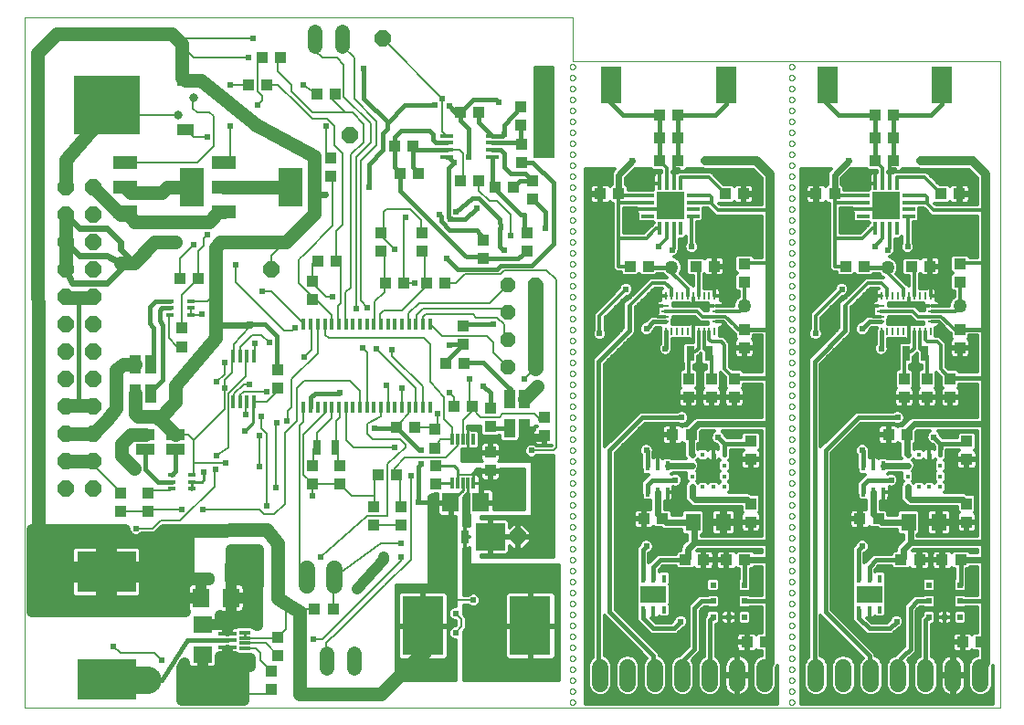
<source format=gtl>
G75*
%MOIN*%
%OFA0B0*%
%FSLAX25Y25*%
%IPPOS*%
%LPD*%
%AMOC8*
5,1,8,0,0,1.08239X$1,22.5*
%
%ADD10C,0.00000*%
%ADD11R,0.03937X0.04331*%
%ADD12R,0.04331X0.03937*%
%ADD13R,0.01181X0.04724*%
%ADD14R,0.24409X0.21260*%
%ADD15R,0.06299X0.03937*%
%ADD16C,0.05400*%
%ADD17C,0.06000*%
%ADD18R,0.02756X0.05512*%
%ADD19R,0.06299X0.07087*%
%ADD20R,0.07087X0.06299*%
%ADD21R,0.01181X0.03937*%
%ADD22R,0.07000X0.01300*%
%ADD23R,0.04000X0.01300*%
%ADD24R,0.03150X0.01378*%
%ADD25R,0.21654X0.15157*%
%ADD26R,0.15157X0.21654*%
%ADD27R,0.10500X0.10000*%
%ADD28R,0.02500X0.05000*%
%ADD29OC8,0.06000*%
%ADD30R,0.08799X0.04799*%
%ADD31R,0.08661X0.14173*%
%ADD32R,0.01378X0.03937*%
%ADD33R,0.04724X0.01181*%
%ADD34R,0.06800X0.04330*%
%ADD35R,0.04330X0.06800*%
%ADD36OC8,0.05400*%
%ADD37R,0.01600X0.02800*%
%ADD38R,0.09400X0.05900*%
%ADD39R,0.01969X0.02362*%
%ADD40R,0.02362X0.01969*%
%ADD41R,0.01200X0.03543*%
%ADD42R,0.01575X0.01575*%
%ADD43R,0.01378X0.04724*%
%ADD44R,0.09843X0.09843*%
%ADD45R,0.04724X0.01378*%
%ADD46R,0.07480X0.13780*%
%ADD47R,0.00984X0.02657*%
%ADD48R,0.02657X0.00984*%
%ADD49C,0.05000*%
%ADD50R,0.05512X0.06299*%
%ADD51C,0.04000*%
%ADD52C,0.03562*%
%ADD53C,0.01000*%
%ADD54C,0.05000*%
%ADD55C,0.00600*%
%ADD56C,0.01600*%
%ADD57C,0.02400*%
%ADD58C,0.02400*%
%ADD59C,0.05600*%
%ADD60C,0.06600*%
%ADD61C,0.10000*%
%ADD62C,0.03169*%
%ADD63R,0.03562X0.03562*%
%ADD64C,0.03000*%
%ADD65C,0.01200*%
%ADD66C,0.03200*%
D10*
X0010759Y0006300D02*
X0205484Y0006300D01*
X0286224Y0006300D01*
X0366759Y0006300D01*
X0366759Y0242300D01*
X0210759Y0242300D01*
X0210759Y0258300D01*
X0010759Y0258300D01*
X0010759Y0006300D01*
X0205484Y0006300D02*
X0205720Y0006300D01*
X0209775Y0008300D02*
X0209777Y0008362D01*
X0209783Y0008425D01*
X0209793Y0008486D01*
X0209807Y0008547D01*
X0209824Y0008607D01*
X0209845Y0008666D01*
X0209871Y0008723D01*
X0209899Y0008778D01*
X0209931Y0008832D01*
X0209967Y0008883D01*
X0210005Y0008933D01*
X0210047Y0008979D01*
X0210091Y0009023D01*
X0210139Y0009064D01*
X0210188Y0009102D01*
X0210240Y0009136D01*
X0210294Y0009167D01*
X0210350Y0009195D01*
X0210408Y0009219D01*
X0210467Y0009240D01*
X0210527Y0009256D01*
X0210588Y0009269D01*
X0210650Y0009278D01*
X0210712Y0009283D01*
X0210775Y0009284D01*
X0210837Y0009281D01*
X0210899Y0009274D01*
X0210961Y0009263D01*
X0211021Y0009248D01*
X0211081Y0009230D01*
X0211139Y0009208D01*
X0211196Y0009182D01*
X0211251Y0009152D01*
X0211304Y0009119D01*
X0211355Y0009083D01*
X0211403Y0009044D01*
X0211449Y0009001D01*
X0211492Y0008956D01*
X0211532Y0008908D01*
X0211569Y0008858D01*
X0211603Y0008805D01*
X0211634Y0008751D01*
X0211660Y0008695D01*
X0211684Y0008637D01*
X0211703Y0008577D01*
X0211719Y0008517D01*
X0211731Y0008455D01*
X0211739Y0008394D01*
X0211743Y0008331D01*
X0211743Y0008269D01*
X0211739Y0008206D01*
X0211731Y0008145D01*
X0211719Y0008083D01*
X0211703Y0008023D01*
X0211684Y0007963D01*
X0211660Y0007905D01*
X0211634Y0007849D01*
X0211603Y0007795D01*
X0211569Y0007742D01*
X0211532Y0007692D01*
X0211492Y0007644D01*
X0211449Y0007599D01*
X0211403Y0007556D01*
X0211355Y0007517D01*
X0211304Y0007481D01*
X0211251Y0007448D01*
X0211196Y0007418D01*
X0211139Y0007392D01*
X0211081Y0007370D01*
X0211021Y0007352D01*
X0210961Y0007337D01*
X0210899Y0007326D01*
X0210837Y0007319D01*
X0210775Y0007316D01*
X0210712Y0007317D01*
X0210650Y0007322D01*
X0210588Y0007331D01*
X0210527Y0007344D01*
X0210467Y0007360D01*
X0210408Y0007381D01*
X0210350Y0007405D01*
X0210294Y0007433D01*
X0210240Y0007464D01*
X0210188Y0007498D01*
X0210139Y0007536D01*
X0210091Y0007577D01*
X0210047Y0007621D01*
X0210005Y0007667D01*
X0209967Y0007717D01*
X0209931Y0007768D01*
X0209899Y0007822D01*
X0209871Y0007877D01*
X0209845Y0007934D01*
X0209824Y0007993D01*
X0209807Y0008053D01*
X0209793Y0008114D01*
X0209783Y0008175D01*
X0209777Y0008238D01*
X0209775Y0008300D01*
X0209775Y0012300D02*
X0209777Y0012362D01*
X0209783Y0012425D01*
X0209793Y0012486D01*
X0209807Y0012547D01*
X0209824Y0012607D01*
X0209845Y0012666D01*
X0209871Y0012723D01*
X0209899Y0012778D01*
X0209931Y0012832D01*
X0209967Y0012883D01*
X0210005Y0012933D01*
X0210047Y0012979D01*
X0210091Y0013023D01*
X0210139Y0013064D01*
X0210188Y0013102D01*
X0210240Y0013136D01*
X0210294Y0013167D01*
X0210350Y0013195D01*
X0210408Y0013219D01*
X0210467Y0013240D01*
X0210527Y0013256D01*
X0210588Y0013269D01*
X0210650Y0013278D01*
X0210712Y0013283D01*
X0210775Y0013284D01*
X0210837Y0013281D01*
X0210899Y0013274D01*
X0210961Y0013263D01*
X0211021Y0013248D01*
X0211081Y0013230D01*
X0211139Y0013208D01*
X0211196Y0013182D01*
X0211251Y0013152D01*
X0211304Y0013119D01*
X0211355Y0013083D01*
X0211403Y0013044D01*
X0211449Y0013001D01*
X0211492Y0012956D01*
X0211532Y0012908D01*
X0211569Y0012858D01*
X0211603Y0012805D01*
X0211634Y0012751D01*
X0211660Y0012695D01*
X0211684Y0012637D01*
X0211703Y0012577D01*
X0211719Y0012517D01*
X0211731Y0012455D01*
X0211739Y0012394D01*
X0211743Y0012331D01*
X0211743Y0012269D01*
X0211739Y0012206D01*
X0211731Y0012145D01*
X0211719Y0012083D01*
X0211703Y0012023D01*
X0211684Y0011963D01*
X0211660Y0011905D01*
X0211634Y0011849D01*
X0211603Y0011795D01*
X0211569Y0011742D01*
X0211532Y0011692D01*
X0211492Y0011644D01*
X0211449Y0011599D01*
X0211403Y0011556D01*
X0211355Y0011517D01*
X0211304Y0011481D01*
X0211251Y0011448D01*
X0211196Y0011418D01*
X0211139Y0011392D01*
X0211081Y0011370D01*
X0211021Y0011352D01*
X0210961Y0011337D01*
X0210899Y0011326D01*
X0210837Y0011319D01*
X0210775Y0011316D01*
X0210712Y0011317D01*
X0210650Y0011322D01*
X0210588Y0011331D01*
X0210527Y0011344D01*
X0210467Y0011360D01*
X0210408Y0011381D01*
X0210350Y0011405D01*
X0210294Y0011433D01*
X0210240Y0011464D01*
X0210188Y0011498D01*
X0210139Y0011536D01*
X0210091Y0011577D01*
X0210047Y0011621D01*
X0210005Y0011667D01*
X0209967Y0011717D01*
X0209931Y0011768D01*
X0209899Y0011822D01*
X0209871Y0011877D01*
X0209845Y0011934D01*
X0209824Y0011993D01*
X0209807Y0012053D01*
X0209793Y0012114D01*
X0209783Y0012175D01*
X0209777Y0012238D01*
X0209775Y0012300D01*
X0209775Y0016300D02*
X0209777Y0016362D01*
X0209783Y0016425D01*
X0209793Y0016486D01*
X0209807Y0016547D01*
X0209824Y0016607D01*
X0209845Y0016666D01*
X0209871Y0016723D01*
X0209899Y0016778D01*
X0209931Y0016832D01*
X0209967Y0016883D01*
X0210005Y0016933D01*
X0210047Y0016979D01*
X0210091Y0017023D01*
X0210139Y0017064D01*
X0210188Y0017102D01*
X0210240Y0017136D01*
X0210294Y0017167D01*
X0210350Y0017195D01*
X0210408Y0017219D01*
X0210467Y0017240D01*
X0210527Y0017256D01*
X0210588Y0017269D01*
X0210650Y0017278D01*
X0210712Y0017283D01*
X0210775Y0017284D01*
X0210837Y0017281D01*
X0210899Y0017274D01*
X0210961Y0017263D01*
X0211021Y0017248D01*
X0211081Y0017230D01*
X0211139Y0017208D01*
X0211196Y0017182D01*
X0211251Y0017152D01*
X0211304Y0017119D01*
X0211355Y0017083D01*
X0211403Y0017044D01*
X0211449Y0017001D01*
X0211492Y0016956D01*
X0211532Y0016908D01*
X0211569Y0016858D01*
X0211603Y0016805D01*
X0211634Y0016751D01*
X0211660Y0016695D01*
X0211684Y0016637D01*
X0211703Y0016577D01*
X0211719Y0016517D01*
X0211731Y0016455D01*
X0211739Y0016394D01*
X0211743Y0016331D01*
X0211743Y0016269D01*
X0211739Y0016206D01*
X0211731Y0016145D01*
X0211719Y0016083D01*
X0211703Y0016023D01*
X0211684Y0015963D01*
X0211660Y0015905D01*
X0211634Y0015849D01*
X0211603Y0015795D01*
X0211569Y0015742D01*
X0211532Y0015692D01*
X0211492Y0015644D01*
X0211449Y0015599D01*
X0211403Y0015556D01*
X0211355Y0015517D01*
X0211304Y0015481D01*
X0211251Y0015448D01*
X0211196Y0015418D01*
X0211139Y0015392D01*
X0211081Y0015370D01*
X0211021Y0015352D01*
X0210961Y0015337D01*
X0210899Y0015326D01*
X0210837Y0015319D01*
X0210775Y0015316D01*
X0210712Y0015317D01*
X0210650Y0015322D01*
X0210588Y0015331D01*
X0210527Y0015344D01*
X0210467Y0015360D01*
X0210408Y0015381D01*
X0210350Y0015405D01*
X0210294Y0015433D01*
X0210240Y0015464D01*
X0210188Y0015498D01*
X0210139Y0015536D01*
X0210091Y0015577D01*
X0210047Y0015621D01*
X0210005Y0015667D01*
X0209967Y0015717D01*
X0209931Y0015768D01*
X0209899Y0015822D01*
X0209871Y0015877D01*
X0209845Y0015934D01*
X0209824Y0015993D01*
X0209807Y0016053D01*
X0209793Y0016114D01*
X0209783Y0016175D01*
X0209777Y0016238D01*
X0209775Y0016300D01*
X0209775Y0020300D02*
X0209777Y0020362D01*
X0209783Y0020425D01*
X0209793Y0020486D01*
X0209807Y0020547D01*
X0209824Y0020607D01*
X0209845Y0020666D01*
X0209871Y0020723D01*
X0209899Y0020778D01*
X0209931Y0020832D01*
X0209967Y0020883D01*
X0210005Y0020933D01*
X0210047Y0020979D01*
X0210091Y0021023D01*
X0210139Y0021064D01*
X0210188Y0021102D01*
X0210240Y0021136D01*
X0210294Y0021167D01*
X0210350Y0021195D01*
X0210408Y0021219D01*
X0210467Y0021240D01*
X0210527Y0021256D01*
X0210588Y0021269D01*
X0210650Y0021278D01*
X0210712Y0021283D01*
X0210775Y0021284D01*
X0210837Y0021281D01*
X0210899Y0021274D01*
X0210961Y0021263D01*
X0211021Y0021248D01*
X0211081Y0021230D01*
X0211139Y0021208D01*
X0211196Y0021182D01*
X0211251Y0021152D01*
X0211304Y0021119D01*
X0211355Y0021083D01*
X0211403Y0021044D01*
X0211449Y0021001D01*
X0211492Y0020956D01*
X0211532Y0020908D01*
X0211569Y0020858D01*
X0211603Y0020805D01*
X0211634Y0020751D01*
X0211660Y0020695D01*
X0211684Y0020637D01*
X0211703Y0020577D01*
X0211719Y0020517D01*
X0211731Y0020455D01*
X0211739Y0020394D01*
X0211743Y0020331D01*
X0211743Y0020269D01*
X0211739Y0020206D01*
X0211731Y0020145D01*
X0211719Y0020083D01*
X0211703Y0020023D01*
X0211684Y0019963D01*
X0211660Y0019905D01*
X0211634Y0019849D01*
X0211603Y0019795D01*
X0211569Y0019742D01*
X0211532Y0019692D01*
X0211492Y0019644D01*
X0211449Y0019599D01*
X0211403Y0019556D01*
X0211355Y0019517D01*
X0211304Y0019481D01*
X0211251Y0019448D01*
X0211196Y0019418D01*
X0211139Y0019392D01*
X0211081Y0019370D01*
X0211021Y0019352D01*
X0210961Y0019337D01*
X0210899Y0019326D01*
X0210837Y0019319D01*
X0210775Y0019316D01*
X0210712Y0019317D01*
X0210650Y0019322D01*
X0210588Y0019331D01*
X0210527Y0019344D01*
X0210467Y0019360D01*
X0210408Y0019381D01*
X0210350Y0019405D01*
X0210294Y0019433D01*
X0210240Y0019464D01*
X0210188Y0019498D01*
X0210139Y0019536D01*
X0210091Y0019577D01*
X0210047Y0019621D01*
X0210005Y0019667D01*
X0209967Y0019717D01*
X0209931Y0019768D01*
X0209899Y0019822D01*
X0209871Y0019877D01*
X0209845Y0019934D01*
X0209824Y0019993D01*
X0209807Y0020053D01*
X0209793Y0020114D01*
X0209783Y0020175D01*
X0209777Y0020238D01*
X0209775Y0020300D01*
X0209775Y0024300D02*
X0209777Y0024362D01*
X0209783Y0024425D01*
X0209793Y0024486D01*
X0209807Y0024547D01*
X0209824Y0024607D01*
X0209845Y0024666D01*
X0209871Y0024723D01*
X0209899Y0024778D01*
X0209931Y0024832D01*
X0209967Y0024883D01*
X0210005Y0024933D01*
X0210047Y0024979D01*
X0210091Y0025023D01*
X0210139Y0025064D01*
X0210188Y0025102D01*
X0210240Y0025136D01*
X0210294Y0025167D01*
X0210350Y0025195D01*
X0210408Y0025219D01*
X0210467Y0025240D01*
X0210527Y0025256D01*
X0210588Y0025269D01*
X0210650Y0025278D01*
X0210712Y0025283D01*
X0210775Y0025284D01*
X0210837Y0025281D01*
X0210899Y0025274D01*
X0210961Y0025263D01*
X0211021Y0025248D01*
X0211081Y0025230D01*
X0211139Y0025208D01*
X0211196Y0025182D01*
X0211251Y0025152D01*
X0211304Y0025119D01*
X0211355Y0025083D01*
X0211403Y0025044D01*
X0211449Y0025001D01*
X0211492Y0024956D01*
X0211532Y0024908D01*
X0211569Y0024858D01*
X0211603Y0024805D01*
X0211634Y0024751D01*
X0211660Y0024695D01*
X0211684Y0024637D01*
X0211703Y0024577D01*
X0211719Y0024517D01*
X0211731Y0024455D01*
X0211739Y0024394D01*
X0211743Y0024331D01*
X0211743Y0024269D01*
X0211739Y0024206D01*
X0211731Y0024145D01*
X0211719Y0024083D01*
X0211703Y0024023D01*
X0211684Y0023963D01*
X0211660Y0023905D01*
X0211634Y0023849D01*
X0211603Y0023795D01*
X0211569Y0023742D01*
X0211532Y0023692D01*
X0211492Y0023644D01*
X0211449Y0023599D01*
X0211403Y0023556D01*
X0211355Y0023517D01*
X0211304Y0023481D01*
X0211251Y0023448D01*
X0211196Y0023418D01*
X0211139Y0023392D01*
X0211081Y0023370D01*
X0211021Y0023352D01*
X0210961Y0023337D01*
X0210899Y0023326D01*
X0210837Y0023319D01*
X0210775Y0023316D01*
X0210712Y0023317D01*
X0210650Y0023322D01*
X0210588Y0023331D01*
X0210527Y0023344D01*
X0210467Y0023360D01*
X0210408Y0023381D01*
X0210350Y0023405D01*
X0210294Y0023433D01*
X0210240Y0023464D01*
X0210188Y0023498D01*
X0210139Y0023536D01*
X0210091Y0023577D01*
X0210047Y0023621D01*
X0210005Y0023667D01*
X0209967Y0023717D01*
X0209931Y0023768D01*
X0209899Y0023822D01*
X0209871Y0023877D01*
X0209845Y0023934D01*
X0209824Y0023993D01*
X0209807Y0024053D01*
X0209793Y0024114D01*
X0209783Y0024175D01*
X0209777Y0024238D01*
X0209775Y0024300D01*
X0209775Y0028300D02*
X0209777Y0028362D01*
X0209783Y0028425D01*
X0209793Y0028486D01*
X0209807Y0028547D01*
X0209824Y0028607D01*
X0209845Y0028666D01*
X0209871Y0028723D01*
X0209899Y0028778D01*
X0209931Y0028832D01*
X0209967Y0028883D01*
X0210005Y0028933D01*
X0210047Y0028979D01*
X0210091Y0029023D01*
X0210139Y0029064D01*
X0210188Y0029102D01*
X0210240Y0029136D01*
X0210294Y0029167D01*
X0210350Y0029195D01*
X0210408Y0029219D01*
X0210467Y0029240D01*
X0210527Y0029256D01*
X0210588Y0029269D01*
X0210650Y0029278D01*
X0210712Y0029283D01*
X0210775Y0029284D01*
X0210837Y0029281D01*
X0210899Y0029274D01*
X0210961Y0029263D01*
X0211021Y0029248D01*
X0211081Y0029230D01*
X0211139Y0029208D01*
X0211196Y0029182D01*
X0211251Y0029152D01*
X0211304Y0029119D01*
X0211355Y0029083D01*
X0211403Y0029044D01*
X0211449Y0029001D01*
X0211492Y0028956D01*
X0211532Y0028908D01*
X0211569Y0028858D01*
X0211603Y0028805D01*
X0211634Y0028751D01*
X0211660Y0028695D01*
X0211684Y0028637D01*
X0211703Y0028577D01*
X0211719Y0028517D01*
X0211731Y0028455D01*
X0211739Y0028394D01*
X0211743Y0028331D01*
X0211743Y0028269D01*
X0211739Y0028206D01*
X0211731Y0028145D01*
X0211719Y0028083D01*
X0211703Y0028023D01*
X0211684Y0027963D01*
X0211660Y0027905D01*
X0211634Y0027849D01*
X0211603Y0027795D01*
X0211569Y0027742D01*
X0211532Y0027692D01*
X0211492Y0027644D01*
X0211449Y0027599D01*
X0211403Y0027556D01*
X0211355Y0027517D01*
X0211304Y0027481D01*
X0211251Y0027448D01*
X0211196Y0027418D01*
X0211139Y0027392D01*
X0211081Y0027370D01*
X0211021Y0027352D01*
X0210961Y0027337D01*
X0210899Y0027326D01*
X0210837Y0027319D01*
X0210775Y0027316D01*
X0210712Y0027317D01*
X0210650Y0027322D01*
X0210588Y0027331D01*
X0210527Y0027344D01*
X0210467Y0027360D01*
X0210408Y0027381D01*
X0210350Y0027405D01*
X0210294Y0027433D01*
X0210240Y0027464D01*
X0210188Y0027498D01*
X0210139Y0027536D01*
X0210091Y0027577D01*
X0210047Y0027621D01*
X0210005Y0027667D01*
X0209967Y0027717D01*
X0209931Y0027768D01*
X0209899Y0027822D01*
X0209871Y0027877D01*
X0209845Y0027934D01*
X0209824Y0027993D01*
X0209807Y0028053D01*
X0209793Y0028114D01*
X0209783Y0028175D01*
X0209777Y0028238D01*
X0209775Y0028300D01*
X0209775Y0032300D02*
X0209777Y0032362D01*
X0209783Y0032425D01*
X0209793Y0032486D01*
X0209807Y0032547D01*
X0209824Y0032607D01*
X0209845Y0032666D01*
X0209871Y0032723D01*
X0209899Y0032778D01*
X0209931Y0032832D01*
X0209967Y0032883D01*
X0210005Y0032933D01*
X0210047Y0032979D01*
X0210091Y0033023D01*
X0210139Y0033064D01*
X0210188Y0033102D01*
X0210240Y0033136D01*
X0210294Y0033167D01*
X0210350Y0033195D01*
X0210408Y0033219D01*
X0210467Y0033240D01*
X0210527Y0033256D01*
X0210588Y0033269D01*
X0210650Y0033278D01*
X0210712Y0033283D01*
X0210775Y0033284D01*
X0210837Y0033281D01*
X0210899Y0033274D01*
X0210961Y0033263D01*
X0211021Y0033248D01*
X0211081Y0033230D01*
X0211139Y0033208D01*
X0211196Y0033182D01*
X0211251Y0033152D01*
X0211304Y0033119D01*
X0211355Y0033083D01*
X0211403Y0033044D01*
X0211449Y0033001D01*
X0211492Y0032956D01*
X0211532Y0032908D01*
X0211569Y0032858D01*
X0211603Y0032805D01*
X0211634Y0032751D01*
X0211660Y0032695D01*
X0211684Y0032637D01*
X0211703Y0032577D01*
X0211719Y0032517D01*
X0211731Y0032455D01*
X0211739Y0032394D01*
X0211743Y0032331D01*
X0211743Y0032269D01*
X0211739Y0032206D01*
X0211731Y0032145D01*
X0211719Y0032083D01*
X0211703Y0032023D01*
X0211684Y0031963D01*
X0211660Y0031905D01*
X0211634Y0031849D01*
X0211603Y0031795D01*
X0211569Y0031742D01*
X0211532Y0031692D01*
X0211492Y0031644D01*
X0211449Y0031599D01*
X0211403Y0031556D01*
X0211355Y0031517D01*
X0211304Y0031481D01*
X0211251Y0031448D01*
X0211196Y0031418D01*
X0211139Y0031392D01*
X0211081Y0031370D01*
X0211021Y0031352D01*
X0210961Y0031337D01*
X0210899Y0031326D01*
X0210837Y0031319D01*
X0210775Y0031316D01*
X0210712Y0031317D01*
X0210650Y0031322D01*
X0210588Y0031331D01*
X0210527Y0031344D01*
X0210467Y0031360D01*
X0210408Y0031381D01*
X0210350Y0031405D01*
X0210294Y0031433D01*
X0210240Y0031464D01*
X0210188Y0031498D01*
X0210139Y0031536D01*
X0210091Y0031577D01*
X0210047Y0031621D01*
X0210005Y0031667D01*
X0209967Y0031717D01*
X0209931Y0031768D01*
X0209899Y0031822D01*
X0209871Y0031877D01*
X0209845Y0031934D01*
X0209824Y0031993D01*
X0209807Y0032053D01*
X0209793Y0032114D01*
X0209783Y0032175D01*
X0209777Y0032238D01*
X0209775Y0032300D01*
X0209775Y0036300D02*
X0209777Y0036362D01*
X0209783Y0036425D01*
X0209793Y0036486D01*
X0209807Y0036547D01*
X0209824Y0036607D01*
X0209845Y0036666D01*
X0209871Y0036723D01*
X0209899Y0036778D01*
X0209931Y0036832D01*
X0209967Y0036883D01*
X0210005Y0036933D01*
X0210047Y0036979D01*
X0210091Y0037023D01*
X0210139Y0037064D01*
X0210188Y0037102D01*
X0210240Y0037136D01*
X0210294Y0037167D01*
X0210350Y0037195D01*
X0210408Y0037219D01*
X0210467Y0037240D01*
X0210527Y0037256D01*
X0210588Y0037269D01*
X0210650Y0037278D01*
X0210712Y0037283D01*
X0210775Y0037284D01*
X0210837Y0037281D01*
X0210899Y0037274D01*
X0210961Y0037263D01*
X0211021Y0037248D01*
X0211081Y0037230D01*
X0211139Y0037208D01*
X0211196Y0037182D01*
X0211251Y0037152D01*
X0211304Y0037119D01*
X0211355Y0037083D01*
X0211403Y0037044D01*
X0211449Y0037001D01*
X0211492Y0036956D01*
X0211532Y0036908D01*
X0211569Y0036858D01*
X0211603Y0036805D01*
X0211634Y0036751D01*
X0211660Y0036695D01*
X0211684Y0036637D01*
X0211703Y0036577D01*
X0211719Y0036517D01*
X0211731Y0036455D01*
X0211739Y0036394D01*
X0211743Y0036331D01*
X0211743Y0036269D01*
X0211739Y0036206D01*
X0211731Y0036145D01*
X0211719Y0036083D01*
X0211703Y0036023D01*
X0211684Y0035963D01*
X0211660Y0035905D01*
X0211634Y0035849D01*
X0211603Y0035795D01*
X0211569Y0035742D01*
X0211532Y0035692D01*
X0211492Y0035644D01*
X0211449Y0035599D01*
X0211403Y0035556D01*
X0211355Y0035517D01*
X0211304Y0035481D01*
X0211251Y0035448D01*
X0211196Y0035418D01*
X0211139Y0035392D01*
X0211081Y0035370D01*
X0211021Y0035352D01*
X0210961Y0035337D01*
X0210899Y0035326D01*
X0210837Y0035319D01*
X0210775Y0035316D01*
X0210712Y0035317D01*
X0210650Y0035322D01*
X0210588Y0035331D01*
X0210527Y0035344D01*
X0210467Y0035360D01*
X0210408Y0035381D01*
X0210350Y0035405D01*
X0210294Y0035433D01*
X0210240Y0035464D01*
X0210188Y0035498D01*
X0210139Y0035536D01*
X0210091Y0035577D01*
X0210047Y0035621D01*
X0210005Y0035667D01*
X0209967Y0035717D01*
X0209931Y0035768D01*
X0209899Y0035822D01*
X0209871Y0035877D01*
X0209845Y0035934D01*
X0209824Y0035993D01*
X0209807Y0036053D01*
X0209793Y0036114D01*
X0209783Y0036175D01*
X0209777Y0036238D01*
X0209775Y0036300D01*
X0209775Y0040300D02*
X0209777Y0040362D01*
X0209783Y0040425D01*
X0209793Y0040486D01*
X0209807Y0040547D01*
X0209824Y0040607D01*
X0209845Y0040666D01*
X0209871Y0040723D01*
X0209899Y0040778D01*
X0209931Y0040832D01*
X0209967Y0040883D01*
X0210005Y0040933D01*
X0210047Y0040979D01*
X0210091Y0041023D01*
X0210139Y0041064D01*
X0210188Y0041102D01*
X0210240Y0041136D01*
X0210294Y0041167D01*
X0210350Y0041195D01*
X0210408Y0041219D01*
X0210467Y0041240D01*
X0210527Y0041256D01*
X0210588Y0041269D01*
X0210650Y0041278D01*
X0210712Y0041283D01*
X0210775Y0041284D01*
X0210837Y0041281D01*
X0210899Y0041274D01*
X0210961Y0041263D01*
X0211021Y0041248D01*
X0211081Y0041230D01*
X0211139Y0041208D01*
X0211196Y0041182D01*
X0211251Y0041152D01*
X0211304Y0041119D01*
X0211355Y0041083D01*
X0211403Y0041044D01*
X0211449Y0041001D01*
X0211492Y0040956D01*
X0211532Y0040908D01*
X0211569Y0040858D01*
X0211603Y0040805D01*
X0211634Y0040751D01*
X0211660Y0040695D01*
X0211684Y0040637D01*
X0211703Y0040577D01*
X0211719Y0040517D01*
X0211731Y0040455D01*
X0211739Y0040394D01*
X0211743Y0040331D01*
X0211743Y0040269D01*
X0211739Y0040206D01*
X0211731Y0040145D01*
X0211719Y0040083D01*
X0211703Y0040023D01*
X0211684Y0039963D01*
X0211660Y0039905D01*
X0211634Y0039849D01*
X0211603Y0039795D01*
X0211569Y0039742D01*
X0211532Y0039692D01*
X0211492Y0039644D01*
X0211449Y0039599D01*
X0211403Y0039556D01*
X0211355Y0039517D01*
X0211304Y0039481D01*
X0211251Y0039448D01*
X0211196Y0039418D01*
X0211139Y0039392D01*
X0211081Y0039370D01*
X0211021Y0039352D01*
X0210961Y0039337D01*
X0210899Y0039326D01*
X0210837Y0039319D01*
X0210775Y0039316D01*
X0210712Y0039317D01*
X0210650Y0039322D01*
X0210588Y0039331D01*
X0210527Y0039344D01*
X0210467Y0039360D01*
X0210408Y0039381D01*
X0210350Y0039405D01*
X0210294Y0039433D01*
X0210240Y0039464D01*
X0210188Y0039498D01*
X0210139Y0039536D01*
X0210091Y0039577D01*
X0210047Y0039621D01*
X0210005Y0039667D01*
X0209967Y0039717D01*
X0209931Y0039768D01*
X0209899Y0039822D01*
X0209871Y0039877D01*
X0209845Y0039934D01*
X0209824Y0039993D01*
X0209807Y0040053D01*
X0209793Y0040114D01*
X0209783Y0040175D01*
X0209777Y0040238D01*
X0209775Y0040300D01*
X0209775Y0044300D02*
X0209777Y0044362D01*
X0209783Y0044425D01*
X0209793Y0044486D01*
X0209807Y0044547D01*
X0209824Y0044607D01*
X0209845Y0044666D01*
X0209871Y0044723D01*
X0209899Y0044778D01*
X0209931Y0044832D01*
X0209967Y0044883D01*
X0210005Y0044933D01*
X0210047Y0044979D01*
X0210091Y0045023D01*
X0210139Y0045064D01*
X0210188Y0045102D01*
X0210240Y0045136D01*
X0210294Y0045167D01*
X0210350Y0045195D01*
X0210408Y0045219D01*
X0210467Y0045240D01*
X0210527Y0045256D01*
X0210588Y0045269D01*
X0210650Y0045278D01*
X0210712Y0045283D01*
X0210775Y0045284D01*
X0210837Y0045281D01*
X0210899Y0045274D01*
X0210961Y0045263D01*
X0211021Y0045248D01*
X0211081Y0045230D01*
X0211139Y0045208D01*
X0211196Y0045182D01*
X0211251Y0045152D01*
X0211304Y0045119D01*
X0211355Y0045083D01*
X0211403Y0045044D01*
X0211449Y0045001D01*
X0211492Y0044956D01*
X0211532Y0044908D01*
X0211569Y0044858D01*
X0211603Y0044805D01*
X0211634Y0044751D01*
X0211660Y0044695D01*
X0211684Y0044637D01*
X0211703Y0044577D01*
X0211719Y0044517D01*
X0211731Y0044455D01*
X0211739Y0044394D01*
X0211743Y0044331D01*
X0211743Y0044269D01*
X0211739Y0044206D01*
X0211731Y0044145D01*
X0211719Y0044083D01*
X0211703Y0044023D01*
X0211684Y0043963D01*
X0211660Y0043905D01*
X0211634Y0043849D01*
X0211603Y0043795D01*
X0211569Y0043742D01*
X0211532Y0043692D01*
X0211492Y0043644D01*
X0211449Y0043599D01*
X0211403Y0043556D01*
X0211355Y0043517D01*
X0211304Y0043481D01*
X0211251Y0043448D01*
X0211196Y0043418D01*
X0211139Y0043392D01*
X0211081Y0043370D01*
X0211021Y0043352D01*
X0210961Y0043337D01*
X0210899Y0043326D01*
X0210837Y0043319D01*
X0210775Y0043316D01*
X0210712Y0043317D01*
X0210650Y0043322D01*
X0210588Y0043331D01*
X0210527Y0043344D01*
X0210467Y0043360D01*
X0210408Y0043381D01*
X0210350Y0043405D01*
X0210294Y0043433D01*
X0210240Y0043464D01*
X0210188Y0043498D01*
X0210139Y0043536D01*
X0210091Y0043577D01*
X0210047Y0043621D01*
X0210005Y0043667D01*
X0209967Y0043717D01*
X0209931Y0043768D01*
X0209899Y0043822D01*
X0209871Y0043877D01*
X0209845Y0043934D01*
X0209824Y0043993D01*
X0209807Y0044053D01*
X0209793Y0044114D01*
X0209783Y0044175D01*
X0209777Y0044238D01*
X0209775Y0044300D01*
X0209775Y0048300D02*
X0209777Y0048362D01*
X0209783Y0048425D01*
X0209793Y0048486D01*
X0209807Y0048547D01*
X0209824Y0048607D01*
X0209845Y0048666D01*
X0209871Y0048723D01*
X0209899Y0048778D01*
X0209931Y0048832D01*
X0209967Y0048883D01*
X0210005Y0048933D01*
X0210047Y0048979D01*
X0210091Y0049023D01*
X0210139Y0049064D01*
X0210188Y0049102D01*
X0210240Y0049136D01*
X0210294Y0049167D01*
X0210350Y0049195D01*
X0210408Y0049219D01*
X0210467Y0049240D01*
X0210527Y0049256D01*
X0210588Y0049269D01*
X0210650Y0049278D01*
X0210712Y0049283D01*
X0210775Y0049284D01*
X0210837Y0049281D01*
X0210899Y0049274D01*
X0210961Y0049263D01*
X0211021Y0049248D01*
X0211081Y0049230D01*
X0211139Y0049208D01*
X0211196Y0049182D01*
X0211251Y0049152D01*
X0211304Y0049119D01*
X0211355Y0049083D01*
X0211403Y0049044D01*
X0211449Y0049001D01*
X0211492Y0048956D01*
X0211532Y0048908D01*
X0211569Y0048858D01*
X0211603Y0048805D01*
X0211634Y0048751D01*
X0211660Y0048695D01*
X0211684Y0048637D01*
X0211703Y0048577D01*
X0211719Y0048517D01*
X0211731Y0048455D01*
X0211739Y0048394D01*
X0211743Y0048331D01*
X0211743Y0048269D01*
X0211739Y0048206D01*
X0211731Y0048145D01*
X0211719Y0048083D01*
X0211703Y0048023D01*
X0211684Y0047963D01*
X0211660Y0047905D01*
X0211634Y0047849D01*
X0211603Y0047795D01*
X0211569Y0047742D01*
X0211532Y0047692D01*
X0211492Y0047644D01*
X0211449Y0047599D01*
X0211403Y0047556D01*
X0211355Y0047517D01*
X0211304Y0047481D01*
X0211251Y0047448D01*
X0211196Y0047418D01*
X0211139Y0047392D01*
X0211081Y0047370D01*
X0211021Y0047352D01*
X0210961Y0047337D01*
X0210899Y0047326D01*
X0210837Y0047319D01*
X0210775Y0047316D01*
X0210712Y0047317D01*
X0210650Y0047322D01*
X0210588Y0047331D01*
X0210527Y0047344D01*
X0210467Y0047360D01*
X0210408Y0047381D01*
X0210350Y0047405D01*
X0210294Y0047433D01*
X0210240Y0047464D01*
X0210188Y0047498D01*
X0210139Y0047536D01*
X0210091Y0047577D01*
X0210047Y0047621D01*
X0210005Y0047667D01*
X0209967Y0047717D01*
X0209931Y0047768D01*
X0209899Y0047822D01*
X0209871Y0047877D01*
X0209845Y0047934D01*
X0209824Y0047993D01*
X0209807Y0048053D01*
X0209793Y0048114D01*
X0209783Y0048175D01*
X0209777Y0048238D01*
X0209775Y0048300D01*
X0209775Y0052300D02*
X0209777Y0052362D01*
X0209783Y0052425D01*
X0209793Y0052486D01*
X0209807Y0052547D01*
X0209824Y0052607D01*
X0209845Y0052666D01*
X0209871Y0052723D01*
X0209899Y0052778D01*
X0209931Y0052832D01*
X0209967Y0052883D01*
X0210005Y0052933D01*
X0210047Y0052979D01*
X0210091Y0053023D01*
X0210139Y0053064D01*
X0210188Y0053102D01*
X0210240Y0053136D01*
X0210294Y0053167D01*
X0210350Y0053195D01*
X0210408Y0053219D01*
X0210467Y0053240D01*
X0210527Y0053256D01*
X0210588Y0053269D01*
X0210650Y0053278D01*
X0210712Y0053283D01*
X0210775Y0053284D01*
X0210837Y0053281D01*
X0210899Y0053274D01*
X0210961Y0053263D01*
X0211021Y0053248D01*
X0211081Y0053230D01*
X0211139Y0053208D01*
X0211196Y0053182D01*
X0211251Y0053152D01*
X0211304Y0053119D01*
X0211355Y0053083D01*
X0211403Y0053044D01*
X0211449Y0053001D01*
X0211492Y0052956D01*
X0211532Y0052908D01*
X0211569Y0052858D01*
X0211603Y0052805D01*
X0211634Y0052751D01*
X0211660Y0052695D01*
X0211684Y0052637D01*
X0211703Y0052577D01*
X0211719Y0052517D01*
X0211731Y0052455D01*
X0211739Y0052394D01*
X0211743Y0052331D01*
X0211743Y0052269D01*
X0211739Y0052206D01*
X0211731Y0052145D01*
X0211719Y0052083D01*
X0211703Y0052023D01*
X0211684Y0051963D01*
X0211660Y0051905D01*
X0211634Y0051849D01*
X0211603Y0051795D01*
X0211569Y0051742D01*
X0211532Y0051692D01*
X0211492Y0051644D01*
X0211449Y0051599D01*
X0211403Y0051556D01*
X0211355Y0051517D01*
X0211304Y0051481D01*
X0211251Y0051448D01*
X0211196Y0051418D01*
X0211139Y0051392D01*
X0211081Y0051370D01*
X0211021Y0051352D01*
X0210961Y0051337D01*
X0210899Y0051326D01*
X0210837Y0051319D01*
X0210775Y0051316D01*
X0210712Y0051317D01*
X0210650Y0051322D01*
X0210588Y0051331D01*
X0210527Y0051344D01*
X0210467Y0051360D01*
X0210408Y0051381D01*
X0210350Y0051405D01*
X0210294Y0051433D01*
X0210240Y0051464D01*
X0210188Y0051498D01*
X0210139Y0051536D01*
X0210091Y0051577D01*
X0210047Y0051621D01*
X0210005Y0051667D01*
X0209967Y0051717D01*
X0209931Y0051768D01*
X0209899Y0051822D01*
X0209871Y0051877D01*
X0209845Y0051934D01*
X0209824Y0051993D01*
X0209807Y0052053D01*
X0209793Y0052114D01*
X0209783Y0052175D01*
X0209777Y0052238D01*
X0209775Y0052300D01*
X0209775Y0056300D02*
X0209777Y0056362D01*
X0209783Y0056425D01*
X0209793Y0056486D01*
X0209807Y0056547D01*
X0209824Y0056607D01*
X0209845Y0056666D01*
X0209871Y0056723D01*
X0209899Y0056778D01*
X0209931Y0056832D01*
X0209967Y0056883D01*
X0210005Y0056933D01*
X0210047Y0056979D01*
X0210091Y0057023D01*
X0210139Y0057064D01*
X0210188Y0057102D01*
X0210240Y0057136D01*
X0210294Y0057167D01*
X0210350Y0057195D01*
X0210408Y0057219D01*
X0210467Y0057240D01*
X0210527Y0057256D01*
X0210588Y0057269D01*
X0210650Y0057278D01*
X0210712Y0057283D01*
X0210775Y0057284D01*
X0210837Y0057281D01*
X0210899Y0057274D01*
X0210961Y0057263D01*
X0211021Y0057248D01*
X0211081Y0057230D01*
X0211139Y0057208D01*
X0211196Y0057182D01*
X0211251Y0057152D01*
X0211304Y0057119D01*
X0211355Y0057083D01*
X0211403Y0057044D01*
X0211449Y0057001D01*
X0211492Y0056956D01*
X0211532Y0056908D01*
X0211569Y0056858D01*
X0211603Y0056805D01*
X0211634Y0056751D01*
X0211660Y0056695D01*
X0211684Y0056637D01*
X0211703Y0056577D01*
X0211719Y0056517D01*
X0211731Y0056455D01*
X0211739Y0056394D01*
X0211743Y0056331D01*
X0211743Y0056269D01*
X0211739Y0056206D01*
X0211731Y0056145D01*
X0211719Y0056083D01*
X0211703Y0056023D01*
X0211684Y0055963D01*
X0211660Y0055905D01*
X0211634Y0055849D01*
X0211603Y0055795D01*
X0211569Y0055742D01*
X0211532Y0055692D01*
X0211492Y0055644D01*
X0211449Y0055599D01*
X0211403Y0055556D01*
X0211355Y0055517D01*
X0211304Y0055481D01*
X0211251Y0055448D01*
X0211196Y0055418D01*
X0211139Y0055392D01*
X0211081Y0055370D01*
X0211021Y0055352D01*
X0210961Y0055337D01*
X0210899Y0055326D01*
X0210837Y0055319D01*
X0210775Y0055316D01*
X0210712Y0055317D01*
X0210650Y0055322D01*
X0210588Y0055331D01*
X0210527Y0055344D01*
X0210467Y0055360D01*
X0210408Y0055381D01*
X0210350Y0055405D01*
X0210294Y0055433D01*
X0210240Y0055464D01*
X0210188Y0055498D01*
X0210139Y0055536D01*
X0210091Y0055577D01*
X0210047Y0055621D01*
X0210005Y0055667D01*
X0209967Y0055717D01*
X0209931Y0055768D01*
X0209899Y0055822D01*
X0209871Y0055877D01*
X0209845Y0055934D01*
X0209824Y0055993D01*
X0209807Y0056053D01*
X0209793Y0056114D01*
X0209783Y0056175D01*
X0209777Y0056238D01*
X0209775Y0056300D01*
X0209775Y0060300D02*
X0209777Y0060362D01*
X0209783Y0060425D01*
X0209793Y0060486D01*
X0209807Y0060547D01*
X0209824Y0060607D01*
X0209845Y0060666D01*
X0209871Y0060723D01*
X0209899Y0060778D01*
X0209931Y0060832D01*
X0209967Y0060883D01*
X0210005Y0060933D01*
X0210047Y0060979D01*
X0210091Y0061023D01*
X0210139Y0061064D01*
X0210188Y0061102D01*
X0210240Y0061136D01*
X0210294Y0061167D01*
X0210350Y0061195D01*
X0210408Y0061219D01*
X0210467Y0061240D01*
X0210527Y0061256D01*
X0210588Y0061269D01*
X0210650Y0061278D01*
X0210712Y0061283D01*
X0210775Y0061284D01*
X0210837Y0061281D01*
X0210899Y0061274D01*
X0210961Y0061263D01*
X0211021Y0061248D01*
X0211081Y0061230D01*
X0211139Y0061208D01*
X0211196Y0061182D01*
X0211251Y0061152D01*
X0211304Y0061119D01*
X0211355Y0061083D01*
X0211403Y0061044D01*
X0211449Y0061001D01*
X0211492Y0060956D01*
X0211532Y0060908D01*
X0211569Y0060858D01*
X0211603Y0060805D01*
X0211634Y0060751D01*
X0211660Y0060695D01*
X0211684Y0060637D01*
X0211703Y0060577D01*
X0211719Y0060517D01*
X0211731Y0060455D01*
X0211739Y0060394D01*
X0211743Y0060331D01*
X0211743Y0060269D01*
X0211739Y0060206D01*
X0211731Y0060145D01*
X0211719Y0060083D01*
X0211703Y0060023D01*
X0211684Y0059963D01*
X0211660Y0059905D01*
X0211634Y0059849D01*
X0211603Y0059795D01*
X0211569Y0059742D01*
X0211532Y0059692D01*
X0211492Y0059644D01*
X0211449Y0059599D01*
X0211403Y0059556D01*
X0211355Y0059517D01*
X0211304Y0059481D01*
X0211251Y0059448D01*
X0211196Y0059418D01*
X0211139Y0059392D01*
X0211081Y0059370D01*
X0211021Y0059352D01*
X0210961Y0059337D01*
X0210899Y0059326D01*
X0210837Y0059319D01*
X0210775Y0059316D01*
X0210712Y0059317D01*
X0210650Y0059322D01*
X0210588Y0059331D01*
X0210527Y0059344D01*
X0210467Y0059360D01*
X0210408Y0059381D01*
X0210350Y0059405D01*
X0210294Y0059433D01*
X0210240Y0059464D01*
X0210188Y0059498D01*
X0210139Y0059536D01*
X0210091Y0059577D01*
X0210047Y0059621D01*
X0210005Y0059667D01*
X0209967Y0059717D01*
X0209931Y0059768D01*
X0209899Y0059822D01*
X0209871Y0059877D01*
X0209845Y0059934D01*
X0209824Y0059993D01*
X0209807Y0060053D01*
X0209793Y0060114D01*
X0209783Y0060175D01*
X0209777Y0060238D01*
X0209775Y0060300D01*
X0209775Y0064300D02*
X0209777Y0064362D01*
X0209783Y0064425D01*
X0209793Y0064486D01*
X0209807Y0064547D01*
X0209824Y0064607D01*
X0209845Y0064666D01*
X0209871Y0064723D01*
X0209899Y0064778D01*
X0209931Y0064832D01*
X0209967Y0064883D01*
X0210005Y0064933D01*
X0210047Y0064979D01*
X0210091Y0065023D01*
X0210139Y0065064D01*
X0210188Y0065102D01*
X0210240Y0065136D01*
X0210294Y0065167D01*
X0210350Y0065195D01*
X0210408Y0065219D01*
X0210467Y0065240D01*
X0210527Y0065256D01*
X0210588Y0065269D01*
X0210650Y0065278D01*
X0210712Y0065283D01*
X0210775Y0065284D01*
X0210837Y0065281D01*
X0210899Y0065274D01*
X0210961Y0065263D01*
X0211021Y0065248D01*
X0211081Y0065230D01*
X0211139Y0065208D01*
X0211196Y0065182D01*
X0211251Y0065152D01*
X0211304Y0065119D01*
X0211355Y0065083D01*
X0211403Y0065044D01*
X0211449Y0065001D01*
X0211492Y0064956D01*
X0211532Y0064908D01*
X0211569Y0064858D01*
X0211603Y0064805D01*
X0211634Y0064751D01*
X0211660Y0064695D01*
X0211684Y0064637D01*
X0211703Y0064577D01*
X0211719Y0064517D01*
X0211731Y0064455D01*
X0211739Y0064394D01*
X0211743Y0064331D01*
X0211743Y0064269D01*
X0211739Y0064206D01*
X0211731Y0064145D01*
X0211719Y0064083D01*
X0211703Y0064023D01*
X0211684Y0063963D01*
X0211660Y0063905D01*
X0211634Y0063849D01*
X0211603Y0063795D01*
X0211569Y0063742D01*
X0211532Y0063692D01*
X0211492Y0063644D01*
X0211449Y0063599D01*
X0211403Y0063556D01*
X0211355Y0063517D01*
X0211304Y0063481D01*
X0211251Y0063448D01*
X0211196Y0063418D01*
X0211139Y0063392D01*
X0211081Y0063370D01*
X0211021Y0063352D01*
X0210961Y0063337D01*
X0210899Y0063326D01*
X0210837Y0063319D01*
X0210775Y0063316D01*
X0210712Y0063317D01*
X0210650Y0063322D01*
X0210588Y0063331D01*
X0210527Y0063344D01*
X0210467Y0063360D01*
X0210408Y0063381D01*
X0210350Y0063405D01*
X0210294Y0063433D01*
X0210240Y0063464D01*
X0210188Y0063498D01*
X0210139Y0063536D01*
X0210091Y0063577D01*
X0210047Y0063621D01*
X0210005Y0063667D01*
X0209967Y0063717D01*
X0209931Y0063768D01*
X0209899Y0063822D01*
X0209871Y0063877D01*
X0209845Y0063934D01*
X0209824Y0063993D01*
X0209807Y0064053D01*
X0209793Y0064114D01*
X0209783Y0064175D01*
X0209777Y0064238D01*
X0209775Y0064300D01*
X0209775Y0068300D02*
X0209777Y0068362D01*
X0209783Y0068425D01*
X0209793Y0068486D01*
X0209807Y0068547D01*
X0209824Y0068607D01*
X0209845Y0068666D01*
X0209871Y0068723D01*
X0209899Y0068778D01*
X0209931Y0068832D01*
X0209967Y0068883D01*
X0210005Y0068933D01*
X0210047Y0068979D01*
X0210091Y0069023D01*
X0210139Y0069064D01*
X0210188Y0069102D01*
X0210240Y0069136D01*
X0210294Y0069167D01*
X0210350Y0069195D01*
X0210408Y0069219D01*
X0210467Y0069240D01*
X0210527Y0069256D01*
X0210588Y0069269D01*
X0210650Y0069278D01*
X0210712Y0069283D01*
X0210775Y0069284D01*
X0210837Y0069281D01*
X0210899Y0069274D01*
X0210961Y0069263D01*
X0211021Y0069248D01*
X0211081Y0069230D01*
X0211139Y0069208D01*
X0211196Y0069182D01*
X0211251Y0069152D01*
X0211304Y0069119D01*
X0211355Y0069083D01*
X0211403Y0069044D01*
X0211449Y0069001D01*
X0211492Y0068956D01*
X0211532Y0068908D01*
X0211569Y0068858D01*
X0211603Y0068805D01*
X0211634Y0068751D01*
X0211660Y0068695D01*
X0211684Y0068637D01*
X0211703Y0068577D01*
X0211719Y0068517D01*
X0211731Y0068455D01*
X0211739Y0068394D01*
X0211743Y0068331D01*
X0211743Y0068269D01*
X0211739Y0068206D01*
X0211731Y0068145D01*
X0211719Y0068083D01*
X0211703Y0068023D01*
X0211684Y0067963D01*
X0211660Y0067905D01*
X0211634Y0067849D01*
X0211603Y0067795D01*
X0211569Y0067742D01*
X0211532Y0067692D01*
X0211492Y0067644D01*
X0211449Y0067599D01*
X0211403Y0067556D01*
X0211355Y0067517D01*
X0211304Y0067481D01*
X0211251Y0067448D01*
X0211196Y0067418D01*
X0211139Y0067392D01*
X0211081Y0067370D01*
X0211021Y0067352D01*
X0210961Y0067337D01*
X0210899Y0067326D01*
X0210837Y0067319D01*
X0210775Y0067316D01*
X0210712Y0067317D01*
X0210650Y0067322D01*
X0210588Y0067331D01*
X0210527Y0067344D01*
X0210467Y0067360D01*
X0210408Y0067381D01*
X0210350Y0067405D01*
X0210294Y0067433D01*
X0210240Y0067464D01*
X0210188Y0067498D01*
X0210139Y0067536D01*
X0210091Y0067577D01*
X0210047Y0067621D01*
X0210005Y0067667D01*
X0209967Y0067717D01*
X0209931Y0067768D01*
X0209899Y0067822D01*
X0209871Y0067877D01*
X0209845Y0067934D01*
X0209824Y0067993D01*
X0209807Y0068053D01*
X0209793Y0068114D01*
X0209783Y0068175D01*
X0209777Y0068238D01*
X0209775Y0068300D01*
X0209775Y0072300D02*
X0209777Y0072362D01*
X0209783Y0072425D01*
X0209793Y0072486D01*
X0209807Y0072547D01*
X0209824Y0072607D01*
X0209845Y0072666D01*
X0209871Y0072723D01*
X0209899Y0072778D01*
X0209931Y0072832D01*
X0209967Y0072883D01*
X0210005Y0072933D01*
X0210047Y0072979D01*
X0210091Y0073023D01*
X0210139Y0073064D01*
X0210188Y0073102D01*
X0210240Y0073136D01*
X0210294Y0073167D01*
X0210350Y0073195D01*
X0210408Y0073219D01*
X0210467Y0073240D01*
X0210527Y0073256D01*
X0210588Y0073269D01*
X0210650Y0073278D01*
X0210712Y0073283D01*
X0210775Y0073284D01*
X0210837Y0073281D01*
X0210899Y0073274D01*
X0210961Y0073263D01*
X0211021Y0073248D01*
X0211081Y0073230D01*
X0211139Y0073208D01*
X0211196Y0073182D01*
X0211251Y0073152D01*
X0211304Y0073119D01*
X0211355Y0073083D01*
X0211403Y0073044D01*
X0211449Y0073001D01*
X0211492Y0072956D01*
X0211532Y0072908D01*
X0211569Y0072858D01*
X0211603Y0072805D01*
X0211634Y0072751D01*
X0211660Y0072695D01*
X0211684Y0072637D01*
X0211703Y0072577D01*
X0211719Y0072517D01*
X0211731Y0072455D01*
X0211739Y0072394D01*
X0211743Y0072331D01*
X0211743Y0072269D01*
X0211739Y0072206D01*
X0211731Y0072145D01*
X0211719Y0072083D01*
X0211703Y0072023D01*
X0211684Y0071963D01*
X0211660Y0071905D01*
X0211634Y0071849D01*
X0211603Y0071795D01*
X0211569Y0071742D01*
X0211532Y0071692D01*
X0211492Y0071644D01*
X0211449Y0071599D01*
X0211403Y0071556D01*
X0211355Y0071517D01*
X0211304Y0071481D01*
X0211251Y0071448D01*
X0211196Y0071418D01*
X0211139Y0071392D01*
X0211081Y0071370D01*
X0211021Y0071352D01*
X0210961Y0071337D01*
X0210899Y0071326D01*
X0210837Y0071319D01*
X0210775Y0071316D01*
X0210712Y0071317D01*
X0210650Y0071322D01*
X0210588Y0071331D01*
X0210527Y0071344D01*
X0210467Y0071360D01*
X0210408Y0071381D01*
X0210350Y0071405D01*
X0210294Y0071433D01*
X0210240Y0071464D01*
X0210188Y0071498D01*
X0210139Y0071536D01*
X0210091Y0071577D01*
X0210047Y0071621D01*
X0210005Y0071667D01*
X0209967Y0071717D01*
X0209931Y0071768D01*
X0209899Y0071822D01*
X0209871Y0071877D01*
X0209845Y0071934D01*
X0209824Y0071993D01*
X0209807Y0072053D01*
X0209793Y0072114D01*
X0209783Y0072175D01*
X0209777Y0072238D01*
X0209775Y0072300D01*
X0209775Y0076300D02*
X0209777Y0076362D01*
X0209783Y0076425D01*
X0209793Y0076486D01*
X0209807Y0076547D01*
X0209824Y0076607D01*
X0209845Y0076666D01*
X0209871Y0076723D01*
X0209899Y0076778D01*
X0209931Y0076832D01*
X0209967Y0076883D01*
X0210005Y0076933D01*
X0210047Y0076979D01*
X0210091Y0077023D01*
X0210139Y0077064D01*
X0210188Y0077102D01*
X0210240Y0077136D01*
X0210294Y0077167D01*
X0210350Y0077195D01*
X0210408Y0077219D01*
X0210467Y0077240D01*
X0210527Y0077256D01*
X0210588Y0077269D01*
X0210650Y0077278D01*
X0210712Y0077283D01*
X0210775Y0077284D01*
X0210837Y0077281D01*
X0210899Y0077274D01*
X0210961Y0077263D01*
X0211021Y0077248D01*
X0211081Y0077230D01*
X0211139Y0077208D01*
X0211196Y0077182D01*
X0211251Y0077152D01*
X0211304Y0077119D01*
X0211355Y0077083D01*
X0211403Y0077044D01*
X0211449Y0077001D01*
X0211492Y0076956D01*
X0211532Y0076908D01*
X0211569Y0076858D01*
X0211603Y0076805D01*
X0211634Y0076751D01*
X0211660Y0076695D01*
X0211684Y0076637D01*
X0211703Y0076577D01*
X0211719Y0076517D01*
X0211731Y0076455D01*
X0211739Y0076394D01*
X0211743Y0076331D01*
X0211743Y0076269D01*
X0211739Y0076206D01*
X0211731Y0076145D01*
X0211719Y0076083D01*
X0211703Y0076023D01*
X0211684Y0075963D01*
X0211660Y0075905D01*
X0211634Y0075849D01*
X0211603Y0075795D01*
X0211569Y0075742D01*
X0211532Y0075692D01*
X0211492Y0075644D01*
X0211449Y0075599D01*
X0211403Y0075556D01*
X0211355Y0075517D01*
X0211304Y0075481D01*
X0211251Y0075448D01*
X0211196Y0075418D01*
X0211139Y0075392D01*
X0211081Y0075370D01*
X0211021Y0075352D01*
X0210961Y0075337D01*
X0210899Y0075326D01*
X0210837Y0075319D01*
X0210775Y0075316D01*
X0210712Y0075317D01*
X0210650Y0075322D01*
X0210588Y0075331D01*
X0210527Y0075344D01*
X0210467Y0075360D01*
X0210408Y0075381D01*
X0210350Y0075405D01*
X0210294Y0075433D01*
X0210240Y0075464D01*
X0210188Y0075498D01*
X0210139Y0075536D01*
X0210091Y0075577D01*
X0210047Y0075621D01*
X0210005Y0075667D01*
X0209967Y0075717D01*
X0209931Y0075768D01*
X0209899Y0075822D01*
X0209871Y0075877D01*
X0209845Y0075934D01*
X0209824Y0075993D01*
X0209807Y0076053D01*
X0209793Y0076114D01*
X0209783Y0076175D01*
X0209777Y0076238D01*
X0209775Y0076300D01*
X0209775Y0080300D02*
X0209777Y0080362D01*
X0209783Y0080425D01*
X0209793Y0080486D01*
X0209807Y0080547D01*
X0209824Y0080607D01*
X0209845Y0080666D01*
X0209871Y0080723D01*
X0209899Y0080778D01*
X0209931Y0080832D01*
X0209967Y0080883D01*
X0210005Y0080933D01*
X0210047Y0080979D01*
X0210091Y0081023D01*
X0210139Y0081064D01*
X0210188Y0081102D01*
X0210240Y0081136D01*
X0210294Y0081167D01*
X0210350Y0081195D01*
X0210408Y0081219D01*
X0210467Y0081240D01*
X0210527Y0081256D01*
X0210588Y0081269D01*
X0210650Y0081278D01*
X0210712Y0081283D01*
X0210775Y0081284D01*
X0210837Y0081281D01*
X0210899Y0081274D01*
X0210961Y0081263D01*
X0211021Y0081248D01*
X0211081Y0081230D01*
X0211139Y0081208D01*
X0211196Y0081182D01*
X0211251Y0081152D01*
X0211304Y0081119D01*
X0211355Y0081083D01*
X0211403Y0081044D01*
X0211449Y0081001D01*
X0211492Y0080956D01*
X0211532Y0080908D01*
X0211569Y0080858D01*
X0211603Y0080805D01*
X0211634Y0080751D01*
X0211660Y0080695D01*
X0211684Y0080637D01*
X0211703Y0080577D01*
X0211719Y0080517D01*
X0211731Y0080455D01*
X0211739Y0080394D01*
X0211743Y0080331D01*
X0211743Y0080269D01*
X0211739Y0080206D01*
X0211731Y0080145D01*
X0211719Y0080083D01*
X0211703Y0080023D01*
X0211684Y0079963D01*
X0211660Y0079905D01*
X0211634Y0079849D01*
X0211603Y0079795D01*
X0211569Y0079742D01*
X0211532Y0079692D01*
X0211492Y0079644D01*
X0211449Y0079599D01*
X0211403Y0079556D01*
X0211355Y0079517D01*
X0211304Y0079481D01*
X0211251Y0079448D01*
X0211196Y0079418D01*
X0211139Y0079392D01*
X0211081Y0079370D01*
X0211021Y0079352D01*
X0210961Y0079337D01*
X0210899Y0079326D01*
X0210837Y0079319D01*
X0210775Y0079316D01*
X0210712Y0079317D01*
X0210650Y0079322D01*
X0210588Y0079331D01*
X0210527Y0079344D01*
X0210467Y0079360D01*
X0210408Y0079381D01*
X0210350Y0079405D01*
X0210294Y0079433D01*
X0210240Y0079464D01*
X0210188Y0079498D01*
X0210139Y0079536D01*
X0210091Y0079577D01*
X0210047Y0079621D01*
X0210005Y0079667D01*
X0209967Y0079717D01*
X0209931Y0079768D01*
X0209899Y0079822D01*
X0209871Y0079877D01*
X0209845Y0079934D01*
X0209824Y0079993D01*
X0209807Y0080053D01*
X0209793Y0080114D01*
X0209783Y0080175D01*
X0209777Y0080238D01*
X0209775Y0080300D01*
X0209775Y0084300D02*
X0209777Y0084362D01*
X0209783Y0084425D01*
X0209793Y0084486D01*
X0209807Y0084547D01*
X0209824Y0084607D01*
X0209845Y0084666D01*
X0209871Y0084723D01*
X0209899Y0084778D01*
X0209931Y0084832D01*
X0209967Y0084883D01*
X0210005Y0084933D01*
X0210047Y0084979D01*
X0210091Y0085023D01*
X0210139Y0085064D01*
X0210188Y0085102D01*
X0210240Y0085136D01*
X0210294Y0085167D01*
X0210350Y0085195D01*
X0210408Y0085219D01*
X0210467Y0085240D01*
X0210527Y0085256D01*
X0210588Y0085269D01*
X0210650Y0085278D01*
X0210712Y0085283D01*
X0210775Y0085284D01*
X0210837Y0085281D01*
X0210899Y0085274D01*
X0210961Y0085263D01*
X0211021Y0085248D01*
X0211081Y0085230D01*
X0211139Y0085208D01*
X0211196Y0085182D01*
X0211251Y0085152D01*
X0211304Y0085119D01*
X0211355Y0085083D01*
X0211403Y0085044D01*
X0211449Y0085001D01*
X0211492Y0084956D01*
X0211532Y0084908D01*
X0211569Y0084858D01*
X0211603Y0084805D01*
X0211634Y0084751D01*
X0211660Y0084695D01*
X0211684Y0084637D01*
X0211703Y0084577D01*
X0211719Y0084517D01*
X0211731Y0084455D01*
X0211739Y0084394D01*
X0211743Y0084331D01*
X0211743Y0084269D01*
X0211739Y0084206D01*
X0211731Y0084145D01*
X0211719Y0084083D01*
X0211703Y0084023D01*
X0211684Y0083963D01*
X0211660Y0083905D01*
X0211634Y0083849D01*
X0211603Y0083795D01*
X0211569Y0083742D01*
X0211532Y0083692D01*
X0211492Y0083644D01*
X0211449Y0083599D01*
X0211403Y0083556D01*
X0211355Y0083517D01*
X0211304Y0083481D01*
X0211251Y0083448D01*
X0211196Y0083418D01*
X0211139Y0083392D01*
X0211081Y0083370D01*
X0211021Y0083352D01*
X0210961Y0083337D01*
X0210899Y0083326D01*
X0210837Y0083319D01*
X0210775Y0083316D01*
X0210712Y0083317D01*
X0210650Y0083322D01*
X0210588Y0083331D01*
X0210527Y0083344D01*
X0210467Y0083360D01*
X0210408Y0083381D01*
X0210350Y0083405D01*
X0210294Y0083433D01*
X0210240Y0083464D01*
X0210188Y0083498D01*
X0210139Y0083536D01*
X0210091Y0083577D01*
X0210047Y0083621D01*
X0210005Y0083667D01*
X0209967Y0083717D01*
X0209931Y0083768D01*
X0209899Y0083822D01*
X0209871Y0083877D01*
X0209845Y0083934D01*
X0209824Y0083993D01*
X0209807Y0084053D01*
X0209793Y0084114D01*
X0209783Y0084175D01*
X0209777Y0084238D01*
X0209775Y0084300D01*
X0209775Y0088300D02*
X0209777Y0088362D01*
X0209783Y0088425D01*
X0209793Y0088486D01*
X0209807Y0088547D01*
X0209824Y0088607D01*
X0209845Y0088666D01*
X0209871Y0088723D01*
X0209899Y0088778D01*
X0209931Y0088832D01*
X0209967Y0088883D01*
X0210005Y0088933D01*
X0210047Y0088979D01*
X0210091Y0089023D01*
X0210139Y0089064D01*
X0210188Y0089102D01*
X0210240Y0089136D01*
X0210294Y0089167D01*
X0210350Y0089195D01*
X0210408Y0089219D01*
X0210467Y0089240D01*
X0210527Y0089256D01*
X0210588Y0089269D01*
X0210650Y0089278D01*
X0210712Y0089283D01*
X0210775Y0089284D01*
X0210837Y0089281D01*
X0210899Y0089274D01*
X0210961Y0089263D01*
X0211021Y0089248D01*
X0211081Y0089230D01*
X0211139Y0089208D01*
X0211196Y0089182D01*
X0211251Y0089152D01*
X0211304Y0089119D01*
X0211355Y0089083D01*
X0211403Y0089044D01*
X0211449Y0089001D01*
X0211492Y0088956D01*
X0211532Y0088908D01*
X0211569Y0088858D01*
X0211603Y0088805D01*
X0211634Y0088751D01*
X0211660Y0088695D01*
X0211684Y0088637D01*
X0211703Y0088577D01*
X0211719Y0088517D01*
X0211731Y0088455D01*
X0211739Y0088394D01*
X0211743Y0088331D01*
X0211743Y0088269D01*
X0211739Y0088206D01*
X0211731Y0088145D01*
X0211719Y0088083D01*
X0211703Y0088023D01*
X0211684Y0087963D01*
X0211660Y0087905D01*
X0211634Y0087849D01*
X0211603Y0087795D01*
X0211569Y0087742D01*
X0211532Y0087692D01*
X0211492Y0087644D01*
X0211449Y0087599D01*
X0211403Y0087556D01*
X0211355Y0087517D01*
X0211304Y0087481D01*
X0211251Y0087448D01*
X0211196Y0087418D01*
X0211139Y0087392D01*
X0211081Y0087370D01*
X0211021Y0087352D01*
X0210961Y0087337D01*
X0210899Y0087326D01*
X0210837Y0087319D01*
X0210775Y0087316D01*
X0210712Y0087317D01*
X0210650Y0087322D01*
X0210588Y0087331D01*
X0210527Y0087344D01*
X0210467Y0087360D01*
X0210408Y0087381D01*
X0210350Y0087405D01*
X0210294Y0087433D01*
X0210240Y0087464D01*
X0210188Y0087498D01*
X0210139Y0087536D01*
X0210091Y0087577D01*
X0210047Y0087621D01*
X0210005Y0087667D01*
X0209967Y0087717D01*
X0209931Y0087768D01*
X0209899Y0087822D01*
X0209871Y0087877D01*
X0209845Y0087934D01*
X0209824Y0087993D01*
X0209807Y0088053D01*
X0209793Y0088114D01*
X0209783Y0088175D01*
X0209777Y0088238D01*
X0209775Y0088300D01*
X0209775Y0092300D02*
X0209777Y0092362D01*
X0209783Y0092425D01*
X0209793Y0092486D01*
X0209807Y0092547D01*
X0209824Y0092607D01*
X0209845Y0092666D01*
X0209871Y0092723D01*
X0209899Y0092778D01*
X0209931Y0092832D01*
X0209967Y0092883D01*
X0210005Y0092933D01*
X0210047Y0092979D01*
X0210091Y0093023D01*
X0210139Y0093064D01*
X0210188Y0093102D01*
X0210240Y0093136D01*
X0210294Y0093167D01*
X0210350Y0093195D01*
X0210408Y0093219D01*
X0210467Y0093240D01*
X0210527Y0093256D01*
X0210588Y0093269D01*
X0210650Y0093278D01*
X0210712Y0093283D01*
X0210775Y0093284D01*
X0210837Y0093281D01*
X0210899Y0093274D01*
X0210961Y0093263D01*
X0211021Y0093248D01*
X0211081Y0093230D01*
X0211139Y0093208D01*
X0211196Y0093182D01*
X0211251Y0093152D01*
X0211304Y0093119D01*
X0211355Y0093083D01*
X0211403Y0093044D01*
X0211449Y0093001D01*
X0211492Y0092956D01*
X0211532Y0092908D01*
X0211569Y0092858D01*
X0211603Y0092805D01*
X0211634Y0092751D01*
X0211660Y0092695D01*
X0211684Y0092637D01*
X0211703Y0092577D01*
X0211719Y0092517D01*
X0211731Y0092455D01*
X0211739Y0092394D01*
X0211743Y0092331D01*
X0211743Y0092269D01*
X0211739Y0092206D01*
X0211731Y0092145D01*
X0211719Y0092083D01*
X0211703Y0092023D01*
X0211684Y0091963D01*
X0211660Y0091905D01*
X0211634Y0091849D01*
X0211603Y0091795D01*
X0211569Y0091742D01*
X0211532Y0091692D01*
X0211492Y0091644D01*
X0211449Y0091599D01*
X0211403Y0091556D01*
X0211355Y0091517D01*
X0211304Y0091481D01*
X0211251Y0091448D01*
X0211196Y0091418D01*
X0211139Y0091392D01*
X0211081Y0091370D01*
X0211021Y0091352D01*
X0210961Y0091337D01*
X0210899Y0091326D01*
X0210837Y0091319D01*
X0210775Y0091316D01*
X0210712Y0091317D01*
X0210650Y0091322D01*
X0210588Y0091331D01*
X0210527Y0091344D01*
X0210467Y0091360D01*
X0210408Y0091381D01*
X0210350Y0091405D01*
X0210294Y0091433D01*
X0210240Y0091464D01*
X0210188Y0091498D01*
X0210139Y0091536D01*
X0210091Y0091577D01*
X0210047Y0091621D01*
X0210005Y0091667D01*
X0209967Y0091717D01*
X0209931Y0091768D01*
X0209899Y0091822D01*
X0209871Y0091877D01*
X0209845Y0091934D01*
X0209824Y0091993D01*
X0209807Y0092053D01*
X0209793Y0092114D01*
X0209783Y0092175D01*
X0209777Y0092238D01*
X0209775Y0092300D01*
X0209775Y0096300D02*
X0209777Y0096362D01*
X0209783Y0096425D01*
X0209793Y0096486D01*
X0209807Y0096547D01*
X0209824Y0096607D01*
X0209845Y0096666D01*
X0209871Y0096723D01*
X0209899Y0096778D01*
X0209931Y0096832D01*
X0209967Y0096883D01*
X0210005Y0096933D01*
X0210047Y0096979D01*
X0210091Y0097023D01*
X0210139Y0097064D01*
X0210188Y0097102D01*
X0210240Y0097136D01*
X0210294Y0097167D01*
X0210350Y0097195D01*
X0210408Y0097219D01*
X0210467Y0097240D01*
X0210527Y0097256D01*
X0210588Y0097269D01*
X0210650Y0097278D01*
X0210712Y0097283D01*
X0210775Y0097284D01*
X0210837Y0097281D01*
X0210899Y0097274D01*
X0210961Y0097263D01*
X0211021Y0097248D01*
X0211081Y0097230D01*
X0211139Y0097208D01*
X0211196Y0097182D01*
X0211251Y0097152D01*
X0211304Y0097119D01*
X0211355Y0097083D01*
X0211403Y0097044D01*
X0211449Y0097001D01*
X0211492Y0096956D01*
X0211532Y0096908D01*
X0211569Y0096858D01*
X0211603Y0096805D01*
X0211634Y0096751D01*
X0211660Y0096695D01*
X0211684Y0096637D01*
X0211703Y0096577D01*
X0211719Y0096517D01*
X0211731Y0096455D01*
X0211739Y0096394D01*
X0211743Y0096331D01*
X0211743Y0096269D01*
X0211739Y0096206D01*
X0211731Y0096145D01*
X0211719Y0096083D01*
X0211703Y0096023D01*
X0211684Y0095963D01*
X0211660Y0095905D01*
X0211634Y0095849D01*
X0211603Y0095795D01*
X0211569Y0095742D01*
X0211532Y0095692D01*
X0211492Y0095644D01*
X0211449Y0095599D01*
X0211403Y0095556D01*
X0211355Y0095517D01*
X0211304Y0095481D01*
X0211251Y0095448D01*
X0211196Y0095418D01*
X0211139Y0095392D01*
X0211081Y0095370D01*
X0211021Y0095352D01*
X0210961Y0095337D01*
X0210899Y0095326D01*
X0210837Y0095319D01*
X0210775Y0095316D01*
X0210712Y0095317D01*
X0210650Y0095322D01*
X0210588Y0095331D01*
X0210527Y0095344D01*
X0210467Y0095360D01*
X0210408Y0095381D01*
X0210350Y0095405D01*
X0210294Y0095433D01*
X0210240Y0095464D01*
X0210188Y0095498D01*
X0210139Y0095536D01*
X0210091Y0095577D01*
X0210047Y0095621D01*
X0210005Y0095667D01*
X0209967Y0095717D01*
X0209931Y0095768D01*
X0209899Y0095822D01*
X0209871Y0095877D01*
X0209845Y0095934D01*
X0209824Y0095993D01*
X0209807Y0096053D01*
X0209793Y0096114D01*
X0209783Y0096175D01*
X0209777Y0096238D01*
X0209775Y0096300D01*
X0209775Y0100300D02*
X0209777Y0100362D01*
X0209783Y0100425D01*
X0209793Y0100486D01*
X0209807Y0100547D01*
X0209824Y0100607D01*
X0209845Y0100666D01*
X0209871Y0100723D01*
X0209899Y0100778D01*
X0209931Y0100832D01*
X0209967Y0100883D01*
X0210005Y0100933D01*
X0210047Y0100979D01*
X0210091Y0101023D01*
X0210139Y0101064D01*
X0210188Y0101102D01*
X0210240Y0101136D01*
X0210294Y0101167D01*
X0210350Y0101195D01*
X0210408Y0101219D01*
X0210467Y0101240D01*
X0210527Y0101256D01*
X0210588Y0101269D01*
X0210650Y0101278D01*
X0210712Y0101283D01*
X0210775Y0101284D01*
X0210837Y0101281D01*
X0210899Y0101274D01*
X0210961Y0101263D01*
X0211021Y0101248D01*
X0211081Y0101230D01*
X0211139Y0101208D01*
X0211196Y0101182D01*
X0211251Y0101152D01*
X0211304Y0101119D01*
X0211355Y0101083D01*
X0211403Y0101044D01*
X0211449Y0101001D01*
X0211492Y0100956D01*
X0211532Y0100908D01*
X0211569Y0100858D01*
X0211603Y0100805D01*
X0211634Y0100751D01*
X0211660Y0100695D01*
X0211684Y0100637D01*
X0211703Y0100577D01*
X0211719Y0100517D01*
X0211731Y0100455D01*
X0211739Y0100394D01*
X0211743Y0100331D01*
X0211743Y0100269D01*
X0211739Y0100206D01*
X0211731Y0100145D01*
X0211719Y0100083D01*
X0211703Y0100023D01*
X0211684Y0099963D01*
X0211660Y0099905D01*
X0211634Y0099849D01*
X0211603Y0099795D01*
X0211569Y0099742D01*
X0211532Y0099692D01*
X0211492Y0099644D01*
X0211449Y0099599D01*
X0211403Y0099556D01*
X0211355Y0099517D01*
X0211304Y0099481D01*
X0211251Y0099448D01*
X0211196Y0099418D01*
X0211139Y0099392D01*
X0211081Y0099370D01*
X0211021Y0099352D01*
X0210961Y0099337D01*
X0210899Y0099326D01*
X0210837Y0099319D01*
X0210775Y0099316D01*
X0210712Y0099317D01*
X0210650Y0099322D01*
X0210588Y0099331D01*
X0210527Y0099344D01*
X0210467Y0099360D01*
X0210408Y0099381D01*
X0210350Y0099405D01*
X0210294Y0099433D01*
X0210240Y0099464D01*
X0210188Y0099498D01*
X0210139Y0099536D01*
X0210091Y0099577D01*
X0210047Y0099621D01*
X0210005Y0099667D01*
X0209967Y0099717D01*
X0209931Y0099768D01*
X0209899Y0099822D01*
X0209871Y0099877D01*
X0209845Y0099934D01*
X0209824Y0099993D01*
X0209807Y0100053D01*
X0209793Y0100114D01*
X0209783Y0100175D01*
X0209777Y0100238D01*
X0209775Y0100300D01*
X0209775Y0104300D02*
X0209777Y0104362D01*
X0209783Y0104425D01*
X0209793Y0104486D01*
X0209807Y0104547D01*
X0209824Y0104607D01*
X0209845Y0104666D01*
X0209871Y0104723D01*
X0209899Y0104778D01*
X0209931Y0104832D01*
X0209967Y0104883D01*
X0210005Y0104933D01*
X0210047Y0104979D01*
X0210091Y0105023D01*
X0210139Y0105064D01*
X0210188Y0105102D01*
X0210240Y0105136D01*
X0210294Y0105167D01*
X0210350Y0105195D01*
X0210408Y0105219D01*
X0210467Y0105240D01*
X0210527Y0105256D01*
X0210588Y0105269D01*
X0210650Y0105278D01*
X0210712Y0105283D01*
X0210775Y0105284D01*
X0210837Y0105281D01*
X0210899Y0105274D01*
X0210961Y0105263D01*
X0211021Y0105248D01*
X0211081Y0105230D01*
X0211139Y0105208D01*
X0211196Y0105182D01*
X0211251Y0105152D01*
X0211304Y0105119D01*
X0211355Y0105083D01*
X0211403Y0105044D01*
X0211449Y0105001D01*
X0211492Y0104956D01*
X0211532Y0104908D01*
X0211569Y0104858D01*
X0211603Y0104805D01*
X0211634Y0104751D01*
X0211660Y0104695D01*
X0211684Y0104637D01*
X0211703Y0104577D01*
X0211719Y0104517D01*
X0211731Y0104455D01*
X0211739Y0104394D01*
X0211743Y0104331D01*
X0211743Y0104269D01*
X0211739Y0104206D01*
X0211731Y0104145D01*
X0211719Y0104083D01*
X0211703Y0104023D01*
X0211684Y0103963D01*
X0211660Y0103905D01*
X0211634Y0103849D01*
X0211603Y0103795D01*
X0211569Y0103742D01*
X0211532Y0103692D01*
X0211492Y0103644D01*
X0211449Y0103599D01*
X0211403Y0103556D01*
X0211355Y0103517D01*
X0211304Y0103481D01*
X0211251Y0103448D01*
X0211196Y0103418D01*
X0211139Y0103392D01*
X0211081Y0103370D01*
X0211021Y0103352D01*
X0210961Y0103337D01*
X0210899Y0103326D01*
X0210837Y0103319D01*
X0210775Y0103316D01*
X0210712Y0103317D01*
X0210650Y0103322D01*
X0210588Y0103331D01*
X0210527Y0103344D01*
X0210467Y0103360D01*
X0210408Y0103381D01*
X0210350Y0103405D01*
X0210294Y0103433D01*
X0210240Y0103464D01*
X0210188Y0103498D01*
X0210139Y0103536D01*
X0210091Y0103577D01*
X0210047Y0103621D01*
X0210005Y0103667D01*
X0209967Y0103717D01*
X0209931Y0103768D01*
X0209899Y0103822D01*
X0209871Y0103877D01*
X0209845Y0103934D01*
X0209824Y0103993D01*
X0209807Y0104053D01*
X0209793Y0104114D01*
X0209783Y0104175D01*
X0209777Y0104238D01*
X0209775Y0104300D01*
X0209775Y0108300D02*
X0209777Y0108362D01*
X0209783Y0108425D01*
X0209793Y0108486D01*
X0209807Y0108547D01*
X0209824Y0108607D01*
X0209845Y0108666D01*
X0209871Y0108723D01*
X0209899Y0108778D01*
X0209931Y0108832D01*
X0209967Y0108883D01*
X0210005Y0108933D01*
X0210047Y0108979D01*
X0210091Y0109023D01*
X0210139Y0109064D01*
X0210188Y0109102D01*
X0210240Y0109136D01*
X0210294Y0109167D01*
X0210350Y0109195D01*
X0210408Y0109219D01*
X0210467Y0109240D01*
X0210527Y0109256D01*
X0210588Y0109269D01*
X0210650Y0109278D01*
X0210712Y0109283D01*
X0210775Y0109284D01*
X0210837Y0109281D01*
X0210899Y0109274D01*
X0210961Y0109263D01*
X0211021Y0109248D01*
X0211081Y0109230D01*
X0211139Y0109208D01*
X0211196Y0109182D01*
X0211251Y0109152D01*
X0211304Y0109119D01*
X0211355Y0109083D01*
X0211403Y0109044D01*
X0211449Y0109001D01*
X0211492Y0108956D01*
X0211532Y0108908D01*
X0211569Y0108858D01*
X0211603Y0108805D01*
X0211634Y0108751D01*
X0211660Y0108695D01*
X0211684Y0108637D01*
X0211703Y0108577D01*
X0211719Y0108517D01*
X0211731Y0108455D01*
X0211739Y0108394D01*
X0211743Y0108331D01*
X0211743Y0108269D01*
X0211739Y0108206D01*
X0211731Y0108145D01*
X0211719Y0108083D01*
X0211703Y0108023D01*
X0211684Y0107963D01*
X0211660Y0107905D01*
X0211634Y0107849D01*
X0211603Y0107795D01*
X0211569Y0107742D01*
X0211532Y0107692D01*
X0211492Y0107644D01*
X0211449Y0107599D01*
X0211403Y0107556D01*
X0211355Y0107517D01*
X0211304Y0107481D01*
X0211251Y0107448D01*
X0211196Y0107418D01*
X0211139Y0107392D01*
X0211081Y0107370D01*
X0211021Y0107352D01*
X0210961Y0107337D01*
X0210899Y0107326D01*
X0210837Y0107319D01*
X0210775Y0107316D01*
X0210712Y0107317D01*
X0210650Y0107322D01*
X0210588Y0107331D01*
X0210527Y0107344D01*
X0210467Y0107360D01*
X0210408Y0107381D01*
X0210350Y0107405D01*
X0210294Y0107433D01*
X0210240Y0107464D01*
X0210188Y0107498D01*
X0210139Y0107536D01*
X0210091Y0107577D01*
X0210047Y0107621D01*
X0210005Y0107667D01*
X0209967Y0107717D01*
X0209931Y0107768D01*
X0209899Y0107822D01*
X0209871Y0107877D01*
X0209845Y0107934D01*
X0209824Y0107993D01*
X0209807Y0108053D01*
X0209793Y0108114D01*
X0209783Y0108175D01*
X0209777Y0108238D01*
X0209775Y0108300D01*
X0209775Y0112300D02*
X0209777Y0112362D01*
X0209783Y0112425D01*
X0209793Y0112486D01*
X0209807Y0112547D01*
X0209824Y0112607D01*
X0209845Y0112666D01*
X0209871Y0112723D01*
X0209899Y0112778D01*
X0209931Y0112832D01*
X0209967Y0112883D01*
X0210005Y0112933D01*
X0210047Y0112979D01*
X0210091Y0113023D01*
X0210139Y0113064D01*
X0210188Y0113102D01*
X0210240Y0113136D01*
X0210294Y0113167D01*
X0210350Y0113195D01*
X0210408Y0113219D01*
X0210467Y0113240D01*
X0210527Y0113256D01*
X0210588Y0113269D01*
X0210650Y0113278D01*
X0210712Y0113283D01*
X0210775Y0113284D01*
X0210837Y0113281D01*
X0210899Y0113274D01*
X0210961Y0113263D01*
X0211021Y0113248D01*
X0211081Y0113230D01*
X0211139Y0113208D01*
X0211196Y0113182D01*
X0211251Y0113152D01*
X0211304Y0113119D01*
X0211355Y0113083D01*
X0211403Y0113044D01*
X0211449Y0113001D01*
X0211492Y0112956D01*
X0211532Y0112908D01*
X0211569Y0112858D01*
X0211603Y0112805D01*
X0211634Y0112751D01*
X0211660Y0112695D01*
X0211684Y0112637D01*
X0211703Y0112577D01*
X0211719Y0112517D01*
X0211731Y0112455D01*
X0211739Y0112394D01*
X0211743Y0112331D01*
X0211743Y0112269D01*
X0211739Y0112206D01*
X0211731Y0112145D01*
X0211719Y0112083D01*
X0211703Y0112023D01*
X0211684Y0111963D01*
X0211660Y0111905D01*
X0211634Y0111849D01*
X0211603Y0111795D01*
X0211569Y0111742D01*
X0211532Y0111692D01*
X0211492Y0111644D01*
X0211449Y0111599D01*
X0211403Y0111556D01*
X0211355Y0111517D01*
X0211304Y0111481D01*
X0211251Y0111448D01*
X0211196Y0111418D01*
X0211139Y0111392D01*
X0211081Y0111370D01*
X0211021Y0111352D01*
X0210961Y0111337D01*
X0210899Y0111326D01*
X0210837Y0111319D01*
X0210775Y0111316D01*
X0210712Y0111317D01*
X0210650Y0111322D01*
X0210588Y0111331D01*
X0210527Y0111344D01*
X0210467Y0111360D01*
X0210408Y0111381D01*
X0210350Y0111405D01*
X0210294Y0111433D01*
X0210240Y0111464D01*
X0210188Y0111498D01*
X0210139Y0111536D01*
X0210091Y0111577D01*
X0210047Y0111621D01*
X0210005Y0111667D01*
X0209967Y0111717D01*
X0209931Y0111768D01*
X0209899Y0111822D01*
X0209871Y0111877D01*
X0209845Y0111934D01*
X0209824Y0111993D01*
X0209807Y0112053D01*
X0209793Y0112114D01*
X0209783Y0112175D01*
X0209777Y0112238D01*
X0209775Y0112300D01*
X0209775Y0116300D02*
X0209777Y0116362D01*
X0209783Y0116425D01*
X0209793Y0116486D01*
X0209807Y0116547D01*
X0209824Y0116607D01*
X0209845Y0116666D01*
X0209871Y0116723D01*
X0209899Y0116778D01*
X0209931Y0116832D01*
X0209967Y0116883D01*
X0210005Y0116933D01*
X0210047Y0116979D01*
X0210091Y0117023D01*
X0210139Y0117064D01*
X0210188Y0117102D01*
X0210240Y0117136D01*
X0210294Y0117167D01*
X0210350Y0117195D01*
X0210408Y0117219D01*
X0210467Y0117240D01*
X0210527Y0117256D01*
X0210588Y0117269D01*
X0210650Y0117278D01*
X0210712Y0117283D01*
X0210775Y0117284D01*
X0210837Y0117281D01*
X0210899Y0117274D01*
X0210961Y0117263D01*
X0211021Y0117248D01*
X0211081Y0117230D01*
X0211139Y0117208D01*
X0211196Y0117182D01*
X0211251Y0117152D01*
X0211304Y0117119D01*
X0211355Y0117083D01*
X0211403Y0117044D01*
X0211449Y0117001D01*
X0211492Y0116956D01*
X0211532Y0116908D01*
X0211569Y0116858D01*
X0211603Y0116805D01*
X0211634Y0116751D01*
X0211660Y0116695D01*
X0211684Y0116637D01*
X0211703Y0116577D01*
X0211719Y0116517D01*
X0211731Y0116455D01*
X0211739Y0116394D01*
X0211743Y0116331D01*
X0211743Y0116269D01*
X0211739Y0116206D01*
X0211731Y0116145D01*
X0211719Y0116083D01*
X0211703Y0116023D01*
X0211684Y0115963D01*
X0211660Y0115905D01*
X0211634Y0115849D01*
X0211603Y0115795D01*
X0211569Y0115742D01*
X0211532Y0115692D01*
X0211492Y0115644D01*
X0211449Y0115599D01*
X0211403Y0115556D01*
X0211355Y0115517D01*
X0211304Y0115481D01*
X0211251Y0115448D01*
X0211196Y0115418D01*
X0211139Y0115392D01*
X0211081Y0115370D01*
X0211021Y0115352D01*
X0210961Y0115337D01*
X0210899Y0115326D01*
X0210837Y0115319D01*
X0210775Y0115316D01*
X0210712Y0115317D01*
X0210650Y0115322D01*
X0210588Y0115331D01*
X0210527Y0115344D01*
X0210467Y0115360D01*
X0210408Y0115381D01*
X0210350Y0115405D01*
X0210294Y0115433D01*
X0210240Y0115464D01*
X0210188Y0115498D01*
X0210139Y0115536D01*
X0210091Y0115577D01*
X0210047Y0115621D01*
X0210005Y0115667D01*
X0209967Y0115717D01*
X0209931Y0115768D01*
X0209899Y0115822D01*
X0209871Y0115877D01*
X0209845Y0115934D01*
X0209824Y0115993D01*
X0209807Y0116053D01*
X0209793Y0116114D01*
X0209783Y0116175D01*
X0209777Y0116238D01*
X0209775Y0116300D01*
X0209775Y0120300D02*
X0209777Y0120362D01*
X0209783Y0120425D01*
X0209793Y0120486D01*
X0209807Y0120547D01*
X0209824Y0120607D01*
X0209845Y0120666D01*
X0209871Y0120723D01*
X0209899Y0120778D01*
X0209931Y0120832D01*
X0209967Y0120883D01*
X0210005Y0120933D01*
X0210047Y0120979D01*
X0210091Y0121023D01*
X0210139Y0121064D01*
X0210188Y0121102D01*
X0210240Y0121136D01*
X0210294Y0121167D01*
X0210350Y0121195D01*
X0210408Y0121219D01*
X0210467Y0121240D01*
X0210527Y0121256D01*
X0210588Y0121269D01*
X0210650Y0121278D01*
X0210712Y0121283D01*
X0210775Y0121284D01*
X0210837Y0121281D01*
X0210899Y0121274D01*
X0210961Y0121263D01*
X0211021Y0121248D01*
X0211081Y0121230D01*
X0211139Y0121208D01*
X0211196Y0121182D01*
X0211251Y0121152D01*
X0211304Y0121119D01*
X0211355Y0121083D01*
X0211403Y0121044D01*
X0211449Y0121001D01*
X0211492Y0120956D01*
X0211532Y0120908D01*
X0211569Y0120858D01*
X0211603Y0120805D01*
X0211634Y0120751D01*
X0211660Y0120695D01*
X0211684Y0120637D01*
X0211703Y0120577D01*
X0211719Y0120517D01*
X0211731Y0120455D01*
X0211739Y0120394D01*
X0211743Y0120331D01*
X0211743Y0120269D01*
X0211739Y0120206D01*
X0211731Y0120145D01*
X0211719Y0120083D01*
X0211703Y0120023D01*
X0211684Y0119963D01*
X0211660Y0119905D01*
X0211634Y0119849D01*
X0211603Y0119795D01*
X0211569Y0119742D01*
X0211532Y0119692D01*
X0211492Y0119644D01*
X0211449Y0119599D01*
X0211403Y0119556D01*
X0211355Y0119517D01*
X0211304Y0119481D01*
X0211251Y0119448D01*
X0211196Y0119418D01*
X0211139Y0119392D01*
X0211081Y0119370D01*
X0211021Y0119352D01*
X0210961Y0119337D01*
X0210899Y0119326D01*
X0210837Y0119319D01*
X0210775Y0119316D01*
X0210712Y0119317D01*
X0210650Y0119322D01*
X0210588Y0119331D01*
X0210527Y0119344D01*
X0210467Y0119360D01*
X0210408Y0119381D01*
X0210350Y0119405D01*
X0210294Y0119433D01*
X0210240Y0119464D01*
X0210188Y0119498D01*
X0210139Y0119536D01*
X0210091Y0119577D01*
X0210047Y0119621D01*
X0210005Y0119667D01*
X0209967Y0119717D01*
X0209931Y0119768D01*
X0209899Y0119822D01*
X0209871Y0119877D01*
X0209845Y0119934D01*
X0209824Y0119993D01*
X0209807Y0120053D01*
X0209793Y0120114D01*
X0209783Y0120175D01*
X0209777Y0120238D01*
X0209775Y0120300D01*
X0209775Y0124300D02*
X0209777Y0124362D01*
X0209783Y0124425D01*
X0209793Y0124486D01*
X0209807Y0124547D01*
X0209824Y0124607D01*
X0209845Y0124666D01*
X0209871Y0124723D01*
X0209899Y0124778D01*
X0209931Y0124832D01*
X0209967Y0124883D01*
X0210005Y0124933D01*
X0210047Y0124979D01*
X0210091Y0125023D01*
X0210139Y0125064D01*
X0210188Y0125102D01*
X0210240Y0125136D01*
X0210294Y0125167D01*
X0210350Y0125195D01*
X0210408Y0125219D01*
X0210467Y0125240D01*
X0210527Y0125256D01*
X0210588Y0125269D01*
X0210650Y0125278D01*
X0210712Y0125283D01*
X0210775Y0125284D01*
X0210837Y0125281D01*
X0210899Y0125274D01*
X0210961Y0125263D01*
X0211021Y0125248D01*
X0211081Y0125230D01*
X0211139Y0125208D01*
X0211196Y0125182D01*
X0211251Y0125152D01*
X0211304Y0125119D01*
X0211355Y0125083D01*
X0211403Y0125044D01*
X0211449Y0125001D01*
X0211492Y0124956D01*
X0211532Y0124908D01*
X0211569Y0124858D01*
X0211603Y0124805D01*
X0211634Y0124751D01*
X0211660Y0124695D01*
X0211684Y0124637D01*
X0211703Y0124577D01*
X0211719Y0124517D01*
X0211731Y0124455D01*
X0211739Y0124394D01*
X0211743Y0124331D01*
X0211743Y0124269D01*
X0211739Y0124206D01*
X0211731Y0124145D01*
X0211719Y0124083D01*
X0211703Y0124023D01*
X0211684Y0123963D01*
X0211660Y0123905D01*
X0211634Y0123849D01*
X0211603Y0123795D01*
X0211569Y0123742D01*
X0211532Y0123692D01*
X0211492Y0123644D01*
X0211449Y0123599D01*
X0211403Y0123556D01*
X0211355Y0123517D01*
X0211304Y0123481D01*
X0211251Y0123448D01*
X0211196Y0123418D01*
X0211139Y0123392D01*
X0211081Y0123370D01*
X0211021Y0123352D01*
X0210961Y0123337D01*
X0210899Y0123326D01*
X0210837Y0123319D01*
X0210775Y0123316D01*
X0210712Y0123317D01*
X0210650Y0123322D01*
X0210588Y0123331D01*
X0210527Y0123344D01*
X0210467Y0123360D01*
X0210408Y0123381D01*
X0210350Y0123405D01*
X0210294Y0123433D01*
X0210240Y0123464D01*
X0210188Y0123498D01*
X0210139Y0123536D01*
X0210091Y0123577D01*
X0210047Y0123621D01*
X0210005Y0123667D01*
X0209967Y0123717D01*
X0209931Y0123768D01*
X0209899Y0123822D01*
X0209871Y0123877D01*
X0209845Y0123934D01*
X0209824Y0123993D01*
X0209807Y0124053D01*
X0209793Y0124114D01*
X0209783Y0124175D01*
X0209777Y0124238D01*
X0209775Y0124300D01*
X0209775Y0128300D02*
X0209777Y0128362D01*
X0209783Y0128425D01*
X0209793Y0128486D01*
X0209807Y0128547D01*
X0209824Y0128607D01*
X0209845Y0128666D01*
X0209871Y0128723D01*
X0209899Y0128778D01*
X0209931Y0128832D01*
X0209967Y0128883D01*
X0210005Y0128933D01*
X0210047Y0128979D01*
X0210091Y0129023D01*
X0210139Y0129064D01*
X0210188Y0129102D01*
X0210240Y0129136D01*
X0210294Y0129167D01*
X0210350Y0129195D01*
X0210408Y0129219D01*
X0210467Y0129240D01*
X0210527Y0129256D01*
X0210588Y0129269D01*
X0210650Y0129278D01*
X0210712Y0129283D01*
X0210775Y0129284D01*
X0210837Y0129281D01*
X0210899Y0129274D01*
X0210961Y0129263D01*
X0211021Y0129248D01*
X0211081Y0129230D01*
X0211139Y0129208D01*
X0211196Y0129182D01*
X0211251Y0129152D01*
X0211304Y0129119D01*
X0211355Y0129083D01*
X0211403Y0129044D01*
X0211449Y0129001D01*
X0211492Y0128956D01*
X0211532Y0128908D01*
X0211569Y0128858D01*
X0211603Y0128805D01*
X0211634Y0128751D01*
X0211660Y0128695D01*
X0211684Y0128637D01*
X0211703Y0128577D01*
X0211719Y0128517D01*
X0211731Y0128455D01*
X0211739Y0128394D01*
X0211743Y0128331D01*
X0211743Y0128269D01*
X0211739Y0128206D01*
X0211731Y0128145D01*
X0211719Y0128083D01*
X0211703Y0128023D01*
X0211684Y0127963D01*
X0211660Y0127905D01*
X0211634Y0127849D01*
X0211603Y0127795D01*
X0211569Y0127742D01*
X0211532Y0127692D01*
X0211492Y0127644D01*
X0211449Y0127599D01*
X0211403Y0127556D01*
X0211355Y0127517D01*
X0211304Y0127481D01*
X0211251Y0127448D01*
X0211196Y0127418D01*
X0211139Y0127392D01*
X0211081Y0127370D01*
X0211021Y0127352D01*
X0210961Y0127337D01*
X0210899Y0127326D01*
X0210837Y0127319D01*
X0210775Y0127316D01*
X0210712Y0127317D01*
X0210650Y0127322D01*
X0210588Y0127331D01*
X0210527Y0127344D01*
X0210467Y0127360D01*
X0210408Y0127381D01*
X0210350Y0127405D01*
X0210294Y0127433D01*
X0210240Y0127464D01*
X0210188Y0127498D01*
X0210139Y0127536D01*
X0210091Y0127577D01*
X0210047Y0127621D01*
X0210005Y0127667D01*
X0209967Y0127717D01*
X0209931Y0127768D01*
X0209899Y0127822D01*
X0209871Y0127877D01*
X0209845Y0127934D01*
X0209824Y0127993D01*
X0209807Y0128053D01*
X0209793Y0128114D01*
X0209783Y0128175D01*
X0209777Y0128238D01*
X0209775Y0128300D01*
X0209775Y0132300D02*
X0209777Y0132362D01*
X0209783Y0132425D01*
X0209793Y0132486D01*
X0209807Y0132547D01*
X0209824Y0132607D01*
X0209845Y0132666D01*
X0209871Y0132723D01*
X0209899Y0132778D01*
X0209931Y0132832D01*
X0209967Y0132883D01*
X0210005Y0132933D01*
X0210047Y0132979D01*
X0210091Y0133023D01*
X0210139Y0133064D01*
X0210188Y0133102D01*
X0210240Y0133136D01*
X0210294Y0133167D01*
X0210350Y0133195D01*
X0210408Y0133219D01*
X0210467Y0133240D01*
X0210527Y0133256D01*
X0210588Y0133269D01*
X0210650Y0133278D01*
X0210712Y0133283D01*
X0210775Y0133284D01*
X0210837Y0133281D01*
X0210899Y0133274D01*
X0210961Y0133263D01*
X0211021Y0133248D01*
X0211081Y0133230D01*
X0211139Y0133208D01*
X0211196Y0133182D01*
X0211251Y0133152D01*
X0211304Y0133119D01*
X0211355Y0133083D01*
X0211403Y0133044D01*
X0211449Y0133001D01*
X0211492Y0132956D01*
X0211532Y0132908D01*
X0211569Y0132858D01*
X0211603Y0132805D01*
X0211634Y0132751D01*
X0211660Y0132695D01*
X0211684Y0132637D01*
X0211703Y0132577D01*
X0211719Y0132517D01*
X0211731Y0132455D01*
X0211739Y0132394D01*
X0211743Y0132331D01*
X0211743Y0132269D01*
X0211739Y0132206D01*
X0211731Y0132145D01*
X0211719Y0132083D01*
X0211703Y0132023D01*
X0211684Y0131963D01*
X0211660Y0131905D01*
X0211634Y0131849D01*
X0211603Y0131795D01*
X0211569Y0131742D01*
X0211532Y0131692D01*
X0211492Y0131644D01*
X0211449Y0131599D01*
X0211403Y0131556D01*
X0211355Y0131517D01*
X0211304Y0131481D01*
X0211251Y0131448D01*
X0211196Y0131418D01*
X0211139Y0131392D01*
X0211081Y0131370D01*
X0211021Y0131352D01*
X0210961Y0131337D01*
X0210899Y0131326D01*
X0210837Y0131319D01*
X0210775Y0131316D01*
X0210712Y0131317D01*
X0210650Y0131322D01*
X0210588Y0131331D01*
X0210527Y0131344D01*
X0210467Y0131360D01*
X0210408Y0131381D01*
X0210350Y0131405D01*
X0210294Y0131433D01*
X0210240Y0131464D01*
X0210188Y0131498D01*
X0210139Y0131536D01*
X0210091Y0131577D01*
X0210047Y0131621D01*
X0210005Y0131667D01*
X0209967Y0131717D01*
X0209931Y0131768D01*
X0209899Y0131822D01*
X0209871Y0131877D01*
X0209845Y0131934D01*
X0209824Y0131993D01*
X0209807Y0132053D01*
X0209793Y0132114D01*
X0209783Y0132175D01*
X0209777Y0132238D01*
X0209775Y0132300D01*
X0209775Y0136300D02*
X0209777Y0136362D01*
X0209783Y0136425D01*
X0209793Y0136486D01*
X0209807Y0136547D01*
X0209824Y0136607D01*
X0209845Y0136666D01*
X0209871Y0136723D01*
X0209899Y0136778D01*
X0209931Y0136832D01*
X0209967Y0136883D01*
X0210005Y0136933D01*
X0210047Y0136979D01*
X0210091Y0137023D01*
X0210139Y0137064D01*
X0210188Y0137102D01*
X0210240Y0137136D01*
X0210294Y0137167D01*
X0210350Y0137195D01*
X0210408Y0137219D01*
X0210467Y0137240D01*
X0210527Y0137256D01*
X0210588Y0137269D01*
X0210650Y0137278D01*
X0210712Y0137283D01*
X0210775Y0137284D01*
X0210837Y0137281D01*
X0210899Y0137274D01*
X0210961Y0137263D01*
X0211021Y0137248D01*
X0211081Y0137230D01*
X0211139Y0137208D01*
X0211196Y0137182D01*
X0211251Y0137152D01*
X0211304Y0137119D01*
X0211355Y0137083D01*
X0211403Y0137044D01*
X0211449Y0137001D01*
X0211492Y0136956D01*
X0211532Y0136908D01*
X0211569Y0136858D01*
X0211603Y0136805D01*
X0211634Y0136751D01*
X0211660Y0136695D01*
X0211684Y0136637D01*
X0211703Y0136577D01*
X0211719Y0136517D01*
X0211731Y0136455D01*
X0211739Y0136394D01*
X0211743Y0136331D01*
X0211743Y0136269D01*
X0211739Y0136206D01*
X0211731Y0136145D01*
X0211719Y0136083D01*
X0211703Y0136023D01*
X0211684Y0135963D01*
X0211660Y0135905D01*
X0211634Y0135849D01*
X0211603Y0135795D01*
X0211569Y0135742D01*
X0211532Y0135692D01*
X0211492Y0135644D01*
X0211449Y0135599D01*
X0211403Y0135556D01*
X0211355Y0135517D01*
X0211304Y0135481D01*
X0211251Y0135448D01*
X0211196Y0135418D01*
X0211139Y0135392D01*
X0211081Y0135370D01*
X0211021Y0135352D01*
X0210961Y0135337D01*
X0210899Y0135326D01*
X0210837Y0135319D01*
X0210775Y0135316D01*
X0210712Y0135317D01*
X0210650Y0135322D01*
X0210588Y0135331D01*
X0210527Y0135344D01*
X0210467Y0135360D01*
X0210408Y0135381D01*
X0210350Y0135405D01*
X0210294Y0135433D01*
X0210240Y0135464D01*
X0210188Y0135498D01*
X0210139Y0135536D01*
X0210091Y0135577D01*
X0210047Y0135621D01*
X0210005Y0135667D01*
X0209967Y0135717D01*
X0209931Y0135768D01*
X0209899Y0135822D01*
X0209871Y0135877D01*
X0209845Y0135934D01*
X0209824Y0135993D01*
X0209807Y0136053D01*
X0209793Y0136114D01*
X0209783Y0136175D01*
X0209777Y0136238D01*
X0209775Y0136300D01*
X0209775Y0140300D02*
X0209777Y0140362D01*
X0209783Y0140425D01*
X0209793Y0140486D01*
X0209807Y0140547D01*
X0209824Y0140607D01*
X0209845Y0140666D01*
X0209871Y0140723D01*
X0209899Y0140778D01*
X0209931Y0140832D01*
X0209967Y0140883D01*
X0210005Y0140933D01*
X0210047Y0140979D01*
X0210091Y0141023D01*
X0210139Y0141064D01*
X0210188Y0141102D01*
X0210240Y0141136D01*
X0210294Y0141167D01*
X0210350Y0141195D01*
X0210408Y0141219D01*
X0210467Y0141240D01*
X0210527Y0141256D01*
X0210588Y0141269D01*
X0210650Y0141278D01*
X0210712Y0141283D01*
X0210775Y0141284D01*
X0210837Y0141281D01*
X0210899Y0141274D01*
X0210961Y0141263D01*
X0211021Y0141248D01*
X0211081Y0141230D01*
X0211139Y0141208D01*
X0211196Y0141182D01*
X0211251Y0141152D01*
X0211304Y0141119D01*
X0211355Y0141083D01*
X0211403Y0141044D01*
X0211449Y0141001D01*
X0211492Y0140956D01*
X0211532Y0140908D01*
X0211569Y0140858D01*
X0211603Y0140805D01*
X0211634Y0140751D01*
X0211660Y0140695D01*
X0211684Y0140637D01*
X0211703Y0140577D01*
X0211719Y0140517D01*
X0211731Y0140455D01*
X0211739Y0140394D01*
X0211743Y0140331D01*
X0211743Y0140269D01*
X0211739Y0140206D01*
X0211731Y0140145D01*
X0211719Y0140083D01*
X0211703Y0140023D01*
X0211684Y0139963D01*
X0211660Y0139905D01*
X0211634Y0139849D01*
X0211603Y0139795D01*
X0211569Y0139742D01*
X0211532Y0139692D01*
X0211492Y0139644D01*
X0211449Y0139599D01*
X0211403Y0139556D01*
X0211355Y0139517D01*
X0211304Y0139481D01*
X0211251Y0139448D01*
X0211196Y0139418D01*
X0211139Y0139392D01*
X0211081Y0139370D01*
X0211021Y0139352D01*
X0210961Y0139337D01*
X0210899Y0139326D01*
X0210837Y0139319D01*
X0210775Y0139316D01*
X0210712Y0139317D01*
X0210650Y0139322D01*
X0210588Y0139331D01*
X0210527Y0139344D01*
X0210467Y0139360D01*
X0210408Y0139381D01*
X0210350Y0139405D01*
X0210294Y0139433D01*
X0210240Y0139464D01*
X0210188Y0139498D01*
X0210139Y0139536D01*
X0210091Y0139577D01*
X0210047Y0139621D01*
X0210005Y0139667D01*
X0209967Y0139717D01*
X0209931Y0139768D01*
X0209899Y0139822D01*
X0209871Y0139877D01*
X0209845Y0139934D01*
X0209824Y0139993D01*
X0209807Y0140053D01*
X0209793Y0140114D01*
X0209783Y0140175D01*
X0209777Y0140238D01*
X0209775Y0140300D01*
X0209775Y0144300D02*
X0209777Y0144362D01*
X0209783Y0144425D01*
X0209793Y0144486D01*
X0209807Y0144547D01*
X0209824Y0144607D01*
X0209845Y0144666D01*
X0209871Y0144723D01*
X0209899Y0144778D01*
X0209931Y0144832D01*
X0209967Y0144883D01*
X0210005Y0144933D01*
X0210047Y0144979D01*
X0210091Y0145023D01*
X0210139Y0145064D01*
X0210188Y0145102D01*
X0210240Y0145136D01*
X0210294Y0145167D01*
X0210350Y0145195D01*
X0210408Y0145219D01*
X0210467Y0145240D01*
X0210527Y0145256D01*
X0210588Y0145269D01*
X0210650Y0145278D01*
X0210712Y0145283D01*
X0210775Y0145284D01*
X0210837Y0145281D01*
X0210899Y0145274D01*
X0210961Y0145263D01*
X0211021Y0145248D01*
X0211081Y0145230D01*
X0211139Y0145208D01*
X0211196Y0145182D01*
X0211251Y0145152D01*
X0211304Y0145119D01*
X0211355Y0145083D01*
X0211403Y0145044D01*
X0211449Y0145001D01*
X0211492Y0144956D01*
X0211532Y0144908D01*
X0211569Y0144858D01*
X0211603Y0144805D01*
X0211634Y0144751D01*
X0211660Y0144695D01*
X0211684Y0144637D01*
X0211703Y0144577D01*
X0211719Y0144517D01*
X0211731Y0144455D01*
X0211739Y0144394D01*
X0211743Y0144331D01*
X0211743Y0144269D01*
X0211739Y0144206D01*
X0211731Y0144145D01*
X0211719Y0144083D01*
X0211703Y0144023D01*
X0211684Y0143963D01*
X0211660Y0143905D01*
X0211634Y0143849D01*
X0211603Y0143795D01*
X0211569Y0143742D01*
X0211532Y0143692D01*
X0211492Y0143644D01*
X0211449Y0143599D01*
X0211403Y0143556D01*
X0211355Y0143517D01*
X0211304Y0143481D01*
X0211251Y0143448D01*
X0211196Y0143418D01*
X0211139Y0143392D01*
X0211081Y0143370D01*
X0211021Y0143352D01*
X0210961Y0143337D01*
X0210899Y0143326D01*
X0210837Y0143319D01*
X0210775Y0143316D01*
X0210712Y0143317D01*
X0210650Y0143322D01*
X0210588Y0143331D01*
X0210527Y0143344D01*
X0210467Y0143360D01*
X0210408Y0143381D01*
X0210350Y0143405D01*
X0210294Y0143433D01*
X0210240Y0143464D01*
X0210188Y0143498D01*
X0210139Y0143536D01*
X0210091Y0143577D01*
X0210047Y0143621D01*
X0210005Y0143667D01*
X0209967Y0143717D01*
X0209931Y0143768D01*
X0209899Y0143822D01*
X0209871Y0143877D01*
X0209845Y0143934D01*
X0209824Y0143993D01*
X0209807Y0144053D01*
X0209793Y0144114D01*
X0209783Y0144175D01*
X0209777Y0144238D01*
X0209775Y0144300D01*
X0209775Y0148300D02*
X0209777Y0148362D01*
X0209783Y0148425D01*
X0209793Y0148486D01*
X0209807Y0148547D01*
X0209824Y0148607D01*
X0209845Y0148666D01*
X0209871Y0148723D01*
X0209899Y0148778D01*
X0209931Y0148832D01*
X0209967Y0148883D01*
X0210005Y0148933D01*
X0210047Y0148979D01*
X0210091Y0149023D01*
X0210139Y0149064D01*
X0210188Y0149102D01*
X0210240Y0149136D01*
X0210294Y0149167D01*
X0210350Y0149195D01*
X0210408Y0149219D01*
X0210467Y0149240D01*
X0210527Y0149256D01*
X0210588Y0149269D01*
X0210650Y0149278D01*
X0210712Y0149283D01*
X0210775Y0149284D01*
X0210837Y0149281D01*
X0210899Y0149274D01*
X0210961Y0149263D01*
X0211021Y0149248D01*
X0211081Y0149230D01*
X0211139Y0149208D01*
X0211196Y0149182D01*
X0211251Y0149152D01*
X0211304Y0149119D01*
X0211355Y0149083D01*
X0211403Y0149044D01*
X0211449Y0149001D01*
X0211492Y0148956D01*
X0211532Y0148908D01*
X0211569Y0148858D01*
X0211603Y0148805D01*
X0211634Y0148751D01*
X0211660Y0148695D01*
X0211684Y0148637D01*
X0211703Y0148577D01*
X0211719Y0148517D01*
X0211731Y0148455D01*
X0211739Y0148394D01*
X0211743Y0148331D01*
X0211743Y0148269D01*
X0211739Y0148206D01*
X0211731Y0148145D01*
X0211719Y0148083D01*
X0211703Y0148023D01*
X0211684Y0147963D01*
X0211660Y0147905D01*
X0211634Y0147849D01*
X0211603Y0147795D01*
X0211569Y0147742D01*
X0211532Y0147692D01*
X0211492Y0147644D01*
X0211449Y0147599D01*
X0211403Y0147556D01*
X0211355Y0147517D01*
X0211304Y0147481D01*
X0211251Y0147448D01*
X0211196Y0147418D01*
X0211139Y0147392D01*
X0211081Y0147370D01*
X0211021Y0147352D01*
X0210961Y0147337D01*
X0210899Y0147326D01*
X0210837Y0147319D01*
X0210775Y0147316D01*
X0210712Y0147317D01*
X0210650Y0147322D01*
X0210588Y0147331D01*
X0210527Y0147344D01*
X0210467Y0147360D01*
X0210408Y0147381D01*
X0210350Y0147405D01*
X0210294Y0147433D01*
X0210240Y0147464D01*
X0210188Y0147498D01*
X0210139Y0147536D01*
X0210091Y0147577D01*
X0210047Y0147621D01*
X0210005Y0147667D01*
X0209967Y0147717D01*
X0209931Y0147768D01*
X0209899Y0147822D01*
X0209871Y0147877D01*
X0209845Y0147934D01*
X0209824Y0147993D01*
X0209807Y0148053D01*
X0209793Y0148114D01*
X0209783Y0148175D01*
X0209777Y0148238D01*
X0209775Y0148300D01*
X0209775Y0152300D02*
X0209777Y0152362D01*
X0209783Y0152425D01*
X0209793Y0152486D01*
X0209807Y0152547D01*
X0209824Y0152607D01*
X0209845Y0152666D01*
X0209871Y0152723D01*
X0209899Y0152778D01*
X0209931Y0152832D01*
X0209967Y0152883D01*
X0210005Y0152933D01*
X0210047Y0152979D01*
X0210091Y0153023D01*
X0210139Y0153064D01*
X0210188Y0153102D01*
X0210240Y0153136D01*
X0210294Y0153167D01*
X0210350Y0153195D01*
X0210408Y0153219D01*
X0210467Y0153240D01*
X0210527Y0153256D01*
X0210588Y0153269D01*
X0210650Y0153278D01*
X0210712Y0153283D01*
X0210775Y0153284D01*
X0210837Y0153281D01*
X0210899Y0153274D01*
X0210961Y0153263D01*
X0211021Y0153248D01*
X0211081Y0153230D01*
X0211139Y0153208D01*
X0211196Y0153182D01*
X0211251Y0153152D01*
X0211304Y0153119D01*
X0211355Y0153083D01*
X0211403Y0153044D01*
X0211449Y0153001D01*
X0211492Y0152956D01*
X0211532Y0152908D01*
X0211569Y0152858D01*
X0211603Y0152805D01*
X0211634Y0152751D01*
X0211660Y0152695D01*
X0211684Y0152637D01*
X0211703Y0152577D01*
X0211719Y0152517D01*
X0211731Y0152455D01*
X0211739Y0152394D01*
X0211743Y0152331D01*
X0211743Y0152269D01*
X0211739Y0152206D01*
X0211731Y0152145D01*
X0211719Y0152083D01*
X0211703Y0152023D01*
X0211684Y0151963D01*
X0211660Y0151905D01*
X0211634Y0151849D01*
X0211603Y0151795D01*
X0211569Y0151742D01*
X0211532Y0151692D01*
X0211492Y0151644D01*
X0211449Y0151599D01*
X0211403Y0151556D01*
X0211355Y0151517D01*
X0211304Y0151481D01*
X0211251Y0151448D01*
X0211196Y0151418D01*
X0211139Y0151392D01*
X0211081Y0151370D01*
X0211021Y0151352D01*
X0210961Y0151337D01*
X0210899Y0151326D01*
X0210837Y0151319D01*
X0210775Y0151316D01*
X0210712Y0151317D01*
X0210650Y0151322D01*
X0210588Y0151331D01*
X0210527Y0151344D01*
X0210467Y0151360D01*
X0210408Y0151381D01*
X0210350Y0151405D01*
X0210294Y0151433D01*
X0210240Y0151464D01*
X0210188Y0151498D01*
X0210139Y0151536D01*
X0210091Y0151577D01*
X0210047Y0151621D01*
X0210005Y0151667D01*
X0209967Y0151717D01*
X0209931Y0151768D01*
X0209899Y0151822D01*
X0209871Y0151877D01*
X0209845Y0151934D01*
X0209824Y0151993D01*
X0209807Y0152053D01*
X0209793Y0152114D01*
X0209783Y0152175D01*
X0209777Y0152238D01*
X0209775Y0152300D01*
X0209775Y0156300D02*
X0209777Y0156362D01*
X0209783Y0156425D01*
X0209793Y0156486D01*
X0209807Y0156547D01*
X0209824Y0156607D01*
X0209845Y0156666D01*
X0209871Y0156723D01*
X0209899Y0156778D01*
X0209931Y0156832D01*
X0209967Y0156883D01*
X0210005Y0156933D01*
X0210047Y0156979D01*
X0210091Y0157023D01*
X0210139Y0157064D01*
X0210188Y0157102D01*
X0210240Y0157136D01*
X0210294Y0157167D01*
X0210350Y0157195D01*
X0210408Y0157219D01*
X0210467Y0157240D01*
X0210527Y0157256D01*
X0210588Y0157269D01*
X0210650Y0157278D01*
X0210712Y0157283D01*
X0210775Y0157284D01*
X0210837Y0157281D01*
X0210899Y0157274D01*
X0210961Y0157263D01*
X0211021Y0157248D01*
X0211081Y0157230D01*
X0211139Y0157208D01*
X0211196Y0157182D01*
X0211251Y0157152D01*
X0211304Y0157119D01*
X0211355Y0157083D01*
X0211403Y0157044D01*
X0211449Y0157001D01*
X0211492Y0156956D01*
X0211532Y0156908D01*
X0211569Y0156858D01*
X0211603Y0156805D01*
X0211634Y0156751D01*
X0211660Y0156695D01*
X0211684Y0156637D01*
X0211703Y0156577D01*
X0211719Y0156517D01*
X0211731Y0156455D01*
X0211739Y0156394D01*
X0211743Y0156331D01*
X0211743Y0156269D01*
X0211739Y0156206D01*
X0211731Y0156145D01*
X0211719Y0156083D01*
X0211703Y0156023D01*
X0211684Y0155963D01*
X0211660Y0155905D01*
X0211634Y0155849D01*
X0211603Y0155795D01*
X0211569Y0155742D01*
X0211532Y0155692D01*
X0211492Y0155644D01*
X0211449Y0155599D01*
X0211403Y0155556D01*
X0211355Y0155517D01*
X0211304Y0155481D01*
X0211251Y0155448D01*
X0211196Y0155418D01*
X0211139Y0155392D01*
X0211081Y0155370D01*
X0211021Y0155352D01*
X0210961Y0155337D01*
X0210899Y0155326D01*
X0210837Y0155319D01*
X0210775Y0155316D01*
X0210712Y0155317D01*
X0210650Y0155322D01*
X0210588Y0155331D01*
X0210527Y0155344D01*
X0210467Y0155360D01*
X0210408Y0155381D01*
X0210350Y0155405D01*
X0210294Y0155433D01*
X0210240Y0155464D01*
X0210188Y0155498D01*
X0210139Y0155536D01*
X0210091Y0155577D01*
X0210047Y0155621D01*
X0210005Y0155667D01*
X0209967Y0155717D01*
X0209931Y0155768D01*
X0209899Y0155822D01*
X0209871Y0155877D01*
X0209845Y0155934D01*
X0209824Y0155993D01*
X0209807Y0156053D01*
X0209793Y0156114D01*
X0209783Y0156175D01*
X0209777Y0156238D01*
X0209775Y0156300D01*
X0209775Y0160300D02*
X0209777Y0160362D01*
X0209783Y0160425D01*
X0209793Y0160486D01*
X0209807Y0160547D01*
X0209824Y0160607D01*
X0209845Y0160666D01*
X0209871Y0160723D01*
X0209899Y0160778D01*
X0209931Y0160832D01*
X0209967Y0160883D01*
X0210005Y0160933D01*
X0210047Y0160979D01*
X0210091Y0161023D01*
X0210139Y0161064D01*
X0210188Y0161102D01*
X0210240Y0161136D01*
X0210294Y0161167D01*
X0210350Y0161195D01*
X0210408Y0161219D01*
X0210467Y0161240D01*
X0210527Y0161256D01*
X0210588Y0161269D01*
X0210650Y0161278D01*
X0210712Y0161283D01*
X0210775Y0161284D01*
X0210837Y0161281D01*
X0210899Y0161274D01*
X0210961Y0161263D01*
X0211021Y0161248D01*
X0211081Y0161230D01*
X0211139Y0161208D01*
X0211196Y0161182D01*
X0211251Y0161152D01*
X0211304Y0161119D01*
X0211355Y0161083D01*
X0211403Y0161044D01*
X0211449Y0161001D01*
X0211492Y0160956D01*
X0211532Y0160908D01*
X0211569Y0160858D01*
X0211603Y0160805D01*
X0211634Y0160751D01*
X0211660Y0160695D01*
X0211684Y0160637D01*
X0211703Y0160577D01*
X0211719Y0160517D01*
X0211731Y0160455D01*
X0211739Y0160394D01*
X0211743Y0160331D01*
X0211743Y0160269D01*
X0211739Y0160206D01*
X0211731Y0160145D01*
X0211719Y0160083D01*
X0211703Y0160023D01*
X0211684Y0159963D01*
X0211660Y0159905D01*
X0211634Y0159849D01*
X0211603Y0159795D01*
X0211569Y0159742D01*
X0211532Y0159692D01*
X0211492Y0159644D01*
X0211449Y0159599D01*
X0211403Y0159556D01*
X0211355Y0159517D01*
X0211304Y0159481D01*
X0211251Y0159448D01*
X0211196Y0159418D01*
X0211139Y0159392D01*
X0211081Y0159370D01*
X0211021Y0159352D01*
X0210961Y0159337D01*
X0210899Y0159326D01*
X0210837Y0159319D01*
X0210775Y0159316D01*
X0210712Y0159317D01*
X0210650Y0159322D01*
X0210588Y0159331D01*
X0210527Y0159344D01*
X0210467Y0159360D01*
X0210408Y0159381D01*
X0210350Y0159405D01*
X0210294Y0159433D01*
X0210240Y0159464D01*
X0210188Y0159498D01*
X0210139Y0159536D01*
X0210091Y0159577D01*
X0210047Y0159621D01*
X0210005Y0159667D01*
X0209967Y0159717D01*
X0209931Y0159768D01*
X0209899Y0159822D01*
X0209871Y0159877D01*
X0209845Y0159934D01*
X0209824Y0159993D01*
X0209807Y0160053D01*
X0209793Y0160114D01*
X0209783Y0160175D01*
X0209777Y0160238D01*
X0209775Y0160300D01*
X0209775Y0164300D02*
X0209777Y0164362D01*
X0209783Y0164425D01*
X0209793Y0164486D01*
X0209807Y0164547D01*
X0209824Y0164607D01*
X0209845Y0164666D01*
X0209871Y0164723D01*
X0209899Y0164778D01*
X0209931Y0164832D01*
X0209967Y0164883D01*
X0210005Y0164933D01*
X0210047Y0164979D01*
X0210091Y0165023D01*
X0210139Y0165064D01*
X0210188Y0165102D01*
X0210240Y0165136D01*
X0210294Y0165167D01*
X0210350Y0165195D01*
X0210408Y0165219D01*
X0210467Y0165240D01*
X0210527Y0165256D01*
X0210588Y0165269D01*
X0210650Y0165278D01*
X0210712Y0165283D01*
X0210775Y0165284D01*
X0210837Y0165281D01*
X0210899Y0165274D01*
X0210961Y0165263D01*
X0211021Y0165248D01*
X0211081Y0165230D01*
X0211139Y0165208D01*
X0211196Y0165182D01*
X0211251Y0165152D01*
X0211304Y0165119D01*
X0211355Y0165083D01*
X0211403Y0165044D01*
X0211449Y0165001D01*
X0211492Y0164956D01*
X0211532Y0164908D01*
X0211569Y0164858D01*
X0211603Y0164805D01*
X0211634Y0164751D01*
X0211660Y0164695D01*
X0211684Y0164637D01*
X0211703Y0164577D01*
X0211719Y0164517D01*
X0211731Y0164455D01*
X0211739Y0164394D01*
X0211743Y0164331D01*
X0211743Y0164269D01*
X0211739Y0164206D01*
X0211731Y0164145D01*
X0211719Y0164083D01*
X0211703Y0164023D01*
X0211684Y0163963D01*
X0211660Y0163905D01*
X0211634Y0163849D01*
X0211603Y0163795D01*
X0211569Y0163742D01*
X0211532Y0163692D01*
X0211492Y0163644D01*
X0211449Y0163599D01*
X0211403Y0163556D01*
X0211355Y0163517D01*
X0211304Y0163481D01*
X0211251Y0163448D01*
X0211196Y0163418D01*
X0211139Y0163392D01*
X0211081Y0163370D01*
X0211021Y0163352D01*
X0210961Y0163337D01*
X0210899Y0163326D01*
X0210837Y0163319D01*
X0210775Y0163316D01*
X0210712Y0163317D01*
X0210650Y0163322D01*
X0210588Y0163331D01*
X0210527Y0163344D01*
X0210467Y0163360D01*
X0210408Y0163381D01*
X0210350Y0163405D01*
X0210294Y0163433D01*
X0210240Y0163464D01*
X0210188Y0163498D01*
X0210139Y0163536D01*
X0210091Y0163577D01*
X0210047Y0163621D01*
X0210005Y0163667D01*
X0209967Y0163717D01*
X0209931Y0163768D01*
X0209899Y0163822D01*
X0209871Y0163877D01*
X0209845Y0163934D01*
X0209824Y0163993D01*
X0209807Y0164053D01*
X0209793Y0164114D01*
X0209783Y0164175D01*
X0209777Y0164238D01*
X0209775Y0164300D01*
X0209775Y0168300D02*
X0209777Y0168362D01*
X0209783Y0168425D01*
X0209793Y0168486D01*
X0209807Y0168547D01*
X0209824Y0168607D01*
X0209845Y0168666D01*
X0209871Y0168723D01*
X0209899Y0168778D01*
X0209931Y0168832D01*
X0209967Y0168883D01*
X0210005Y0168933D01*
X0210047Y0168979D01*
X0210091Y0169023D01*
X0210139Y0169064D01*
X0210188Y0169102D01*
X0210240Y0169136D01*
X0210294Y0169167D01*
X0210350Y0169195D01*
X0210408Y0169219D01*
X0210467Y0169240D01*
X0210527Y0169256D01*
X0210588Y0169269D01*
X0210650Y0169278D01*
X0210712Y0169283D01*
X0210775Y0169284D01*
X0210837Y0169281D01*
X0210899Y0169274D01*
X0210961Y0169263D01*
X0211021Y0169248D01*
X0211081Y0169230D01*
X0211139Y0169208D01*
X0211196Y0169182D01*
X0211251Y0169152D01*
X0211304Y0169119D01*
X0211355Y0169083D01*
X0211403Y0169044D01*
X0211449Y0169001D01*
X0211492Y0168956D01*
X0211532Y0168908D01*
X0211569Y0168858D01*
X0211603Y0168805D01*
X0211634Y0168751D01*
X0211660Y0168695D01*
X0211684Y0168637D01*
X0211703Y0168577D01*
X0211719Y0168517D01*
X0211731Y0168455D01*
X0211739Y0168394D01*
X0211743Y0168331D01*
X0211743Y0168269D01*
X0211739Y0168206D01*
X0211731Y0168145D01*
X0211719Y0168083D01*
X0211703Y0168023D01*
X0211684Y0167963D01*
X0211660Y0167905D01*
X0211634Y0167849D01*
X0211603Y0167795D01*
X0211569Y0167742D01*
X0211532Y0167692D01*
X0211492Y0167644D01*
X0211449Y0167599D01*
X0211403Y0167556D01*
X0211355Y0167517D01*
X0211304Y0167481D01*
X0211251Y0167448D01*
X0211196Y0167418D01*
X0211139Y0167392D01*
X0211081Y0167370D01*
X0211021Y0167352D01*
X0210961Y0167337D01*
X0210899Y0167326D01*
X0210837Y0167319D01*
X0210775Y0167316D01*
X0210712Y0167317D01*
X0210650Y0167322D01*
X0210588Y0167331D01*
X0210527Y0167344D01*
X0210467Y0167360D01*
X0210408Y0167381D01*
X0210350Y0167405D01*
X0210294Y0167433D01*
X0210240Y0167464D01*
X0210188Y0167498D01*
X0210139Y0167536D01*
X0210091Y0167577D01*
X0210047Y0167621D01*
X0210005Y0167667D01*
X0209967Y0167717D01*
X0209931Y0167768D01*
X0209899Y0167822D01*
X0209871Y0167877D01*
X0209845Y0167934D01*
X0209824Y0167993D01*
X0209807Y0168053D01*
X0209793Y0168114D01*
X0209783Y0168175D01*
X0209777Y0168238D01*
X0209775Y0168300D01*
X0209775Y0172300D02*
X0209777Y0172362D01*
X0209783Y0172425D01*
X0209793Y0172486D01*
X0209807Y0172547D01*
X0209824Y0172607D01*
X0209845Y0172666D01*
X0209871Y0172723D01*
X0209899Y0172778D01*
X0209931Y0172832D01*
X0209967Y0172883D01*
X0210005Y0172933D01*
X0210047Y0172979D01*
X0210091Y0173023D01*
X0210139Y0173064D01*
X0210188Y0173102D01*
X0210240Y0173136D01*
X0210294Y0173167D01*
X0210350Y0173195D01*
X0210408Y0173219D01*
X0210467Y0173240D01*
X0210527Y0173256D01*
X0210588Y0173269D01*
X0210650Y0173278D01*
X0210712Y0173283D01*
X0210775Y0173284D01*
X0210837Y0173281D01*
X0210899Y0173274D01*
X0210961Y0173263D01*
X0211021Y0173248D01*
X0211081Y0173230D01*
X0211139Y0173208D01*
X0211196Y0173182D01*
X0211251Y0173152D01*
X0211304Y0173119D01*
X0211355Y0173083D01*
X0211403Y0173044D01*
X0211449Y0173001D01*
X0211492Y0172956D01*
X0211532Y0172908D01*
X0211569Y0172858D01*
X0211603Y0172805D01*
X0211634Y0172751D01*
X0211660Y0172695D01*
X0211684Y0172637D01*
X0211703Y0172577D01*
X0211719Y0172517D01*
X0211731Y0172455D01*
X0211739Y0172394D01*
X0211743Y0172331D01*
X0211743Y0172269D01*
X0211739Y0172206D01*
X0211731Y0172145D01*
X0211719Y0172083D01*
X0211703Y0172023D01*
X0211684Y0171963D01*
X0211660Y0171905D01*
X0211634Y0171849D01*
X0211603Y0171795D01*
X0211569Y0171742D01*
X0211532Y0171692D01*
X0211492Y0171644D01*
X0211449Y0171599D01*
X0211403Y0171556D01*
X0211355Y0171517D01*
X0211304Y0171481D01*
X0211251Y0171448D01*
X0211196Y0171418D01*
X0211139Y0171392D01*
X0211081Y0171370D01*
X0211021Y0171352D01*
X0210961Y0171337D01*
X0210899Y0171326D01*
X0210837Y0171319D01*
X0210775Y0171316D01*
X0210712Y0171317D01*
X0210650Y0171322D01*
X0210588Y0171331D01*
X0210527Y0171344D01*
X0210467Y0171360D01*
X0210408Y0171381D01*
X0210350Y0171405D01*
X0210294Y0171433D01*
X0210240Y0171464D01*
X0210188Y0171498D01*
X0210139Y0171536D01*
X0210091Y0171577D01*
X0210047Y0171621D01*
X0210005Y0171667D01*
X0209967Y0171717D01*
X0209931Y0171768D01*
X0209899Y0171822D01*
X0209871Y0171877D01*
X0209845Y0171934D01*
X0209824Y0171993D01*
X0209807Y0172053D01*
X0209793Y0172114D01*
X0209783Y0172175D01*
X0209777Y0172238D01*
X0209775Y0172300D01*
X0209775Y0176300D02*
X0209777Y0176362D01*
X0209783Y0176425D01*
X0209793Y0176486D01*
X0209807Y0176547D01*
X0209824Y0176607D01*
X0209845Y0176666D01*
X0209871Y0176723D01*
X0209899Y0176778D01*
X0209931Y0176832D01*
X0209967Y0176883D01*
X0210005Y0176933D01*
X0210047Y0176979D01*
X0210091Y0177023D01*
X0210139Y0177064D01*
X0210188Y0177102D01*
X0210240Y0177136D01*
X0210294Y0177167D01*
X0210350Y0177195D01*
X0210408Y0177219D01*
X0210467Y0177240D01*
X0210527Y0177256D01*
X0210588Y0177269D01*
X0210650Y0177278D01*
X0210712Y0177283D01*
X0210775Y0177284D01*
X0210837Y0177281D01*
X0210899Y0177274D01*
X0210961Y0177263D01*
X0211021Y0177248D01*
X0211081Y0177230D01*
X0211139Y0177208D01*
X0211196Y0177182D01*
X0211251Y0177152D01*
X0211304Y0177119D01*
X0211355Y0177083D01*
X0211403Y0177044D01*
X0211449Y0177001D01*
X0211492Y0176956D01*
X0211532Y0176908D01*
X0211569Y0176858D01*
X0211603Y0176805D01*
X0211634Y0176751D01*
X0211660Y0176695D01*
X0211684Y0176637D01*
X0211703Y0176577D01*
X0211719Y0176517D01*
X0211731Y0176455D01*
X0211739Y0176394D01*
X0211743Y0176331D01*
X0211743Y0176269D01*
X0211739Y0176206D01*
X0211731Y0176145D01*
X0211719Y0176083D01*
X0211703Y0176023D01*
X0211684Y0175963D01*
X0211660Y0175905D01*
X0211634Y0175849D01*
X0211603Y0175795D01*
X0211569Y0175742D01*
X0211532Y0175692D01*
X0211492Y0175644D01*
X0211449Y0175599D01*
X0211403Y0175556D01*
X0211355Y0175517D01*
X0211304Y0175481D01*
X0211251Y0175448D01*
X0211196Y0175418D01*
X0211139Y0175392D01*
X0211081Y0175370D01*
X0211021Y0175352D01*
X0210961Y0175337D01*
X0210899Y0175326D01*
X0210837Y0175319D01*
X0210775Y0175316D01*
X0210712Y0175317D01*
X0210650Y0175322D01*
X0210588Y0175331D01*
X0210527Y0175344D01*
X0210467Y0175360D01*
X0210408Y0175381D01*
X0210350Y0175405D01*
X0210294Y0175433D01*
X0210240Y0175464D01*
X0210188Y0175498D01*
X0210139Y0175536D01*
X0210091Y0175577D01*
X0210047Y0175621D01*
X0210005Y0175667D01*
X0209967Y0175717D01*
X0209931Y0175768D01*
X0209899Y0175822D01*
X0209871Y0175877D01*
X0209845Y0175934D01*
X0209824Y0175993D01*
X0209807Y0176053D01*
X0209793Y0176114D01*
X0209783Y0176175D01*
X0209777Y0176238D01*
X0209775Y0176300D01*
X0209775Y0180300D02*
X0209777Y0180362D01*
X0209783Y0180425D01*
X0209793Y0180486D01*
X0209807Y0180547D01*
X0209824Y0180607D01*
X0209845Y0180666D01*
X0209871Y0180723D01*
X0209899Y0180778D01*
X0209931Y0180832D01*
X0209967Y0180883D01*
X0210005Y0180933D01*
X0210047Y0180979D01*
X0210091Y0181023D01*
X0210139Y0181064D01*
X0210188Y0181102D01*
X0210240Y0181136D01*
X0210294Y0181167D01*
X0210350Y0181195D01*
X0210408Y0181219D01*
X0210467Y0181240D01*
X0210527Y0181256D01*
X0210588Y0181269D01*
X0210650Y0181278D01*
X0210712Y0181283D01*
X0210775Y0181284D01*
X0210837Y0181281D01*
X0210899Y0181274D01*
X0210961Y0181263D01*
X0211021Y0181248D01*
X0211081Y0181230D01*
X0211139Y0181208D01*
X0211196Y0181182D01*
X0211251Y0181152D01*
X0211304Y0181119D01*
X0211355Y0181083D01*
X0211403Y0181044D01*
X0211449Y0181001D01*
X0211492Y0180956D01*
X0211532Y0180908D01*
X0211569Y0180858D01*
X0211603Y0180805D01*
X0211634Y0180751D01*
X0211660Y0180695D01*
X0211684Y0180637D01*
X0211703Y0180577D01*
X0211719Y0180517D01*
X0211731Y0180455D01*
X0211739Y0180394D01*
X0211743Y0180331D01*
X0211743Y0180269D01*
X0211739Y0180206D01*
X0211731Y0180145D01*
X0211719Y0180083D01*
X0211703Y0180023D01*
X0211684Y0179963D01*
X0211660Y0179905D01*
X0211634Y0179849D01*
X0211603Y0179795D01*
X0211569Y0179742D01*
X0211532Y0179692D01*
X0211492Y0179644D01*
X0211449Y0179599D01*
X0211403Y0179556D01*
X0211355Y0179517D01*
X0211304Y0179481D01*
X0211251Y0179448D01*
X0211196Y0179418D01*
X0211139Y0179392D01*
X0211081Y0179370D01*
X0211021Y0179352D01*
X0210961Y0179337D01*
X0210899Y0179326D01*
X0210837Y0179319D01*
X0210775Y0179316D01*
X0210712Y0179317D01*
X0210650Y0179322D01*
X0210588Y0179331D01*
X0210527Y0179344D01*
X0210467Y0179360D01*
X0210408Y0179381D01*
X0210350Y0179405D01*
X0210294Y0179433D01*
X0210240Y0179464D01*
X0210188Y0179498D01*
X0210139Y0179536D01*
X0210091Y0179577D01*
X0210047Y0179621D01*
X0210005Y0179667D01*
X0209967Y0179717D01*
X0209931Y0179768D01*
X0209899Y0179822D01*
X0209871Y0179877D01*
X0209845Y0179934D01*
X0209824Y0179993D01*
X0209807Y0180053D01*
X0209793Y0180114D01*
X0209783Y0180175D01*
X0209777Y0180238D01*
X0209775Y0180300D01*
X0209775Y0184300D02*
X0209777Y0184362D01*
X0209783Y0184425D01*
X0209793Y0184486D01*
X0209807Y0184547D01*
X0209824Y0184607D01*
X0209845Y0184666D01*
X0209871Y0184723D01*
X0209899Y0184778D01*
X0209931Y0184832D01*
X0209967Y0184883D01*
X0210005Y0184933D01*
X0210047Y0184979D01*
X0210091Y0185023D01*
X0210139Y0185064D01*
X0210188Y0185102D01*
X0210240Y0185136D01*
X0210294Y0185167D01*
X0210350Y0185195D01*
X0210408Y0185219D01*
X0210467Y0185240D01*
X0210527Y0185256D01*
X0210588Y0185269D01*
X0210650Y0185278D01*
X0210712Y0185283D01*
X0210775Y0185284D01*
X0210837Y0185281D01*
X0210899Y0185274D01*
X0210961Y0185263D01*
X0211021Y0185248D01*
X0211081Y0185230D01*
X0211139Y0185208D01*
X0211196Y0185182D01*
X0211251Y0185152D01*
X0211304Y0185119D01*
X0211355Y0185083D01*
X0211403Y0185044D01*
X0211449Y0185001D01*
X0211492Y0184956D01*
X0211532Y0184908D01*
X0211569Y0184858D01*
X0211603Y0184805D01*
X0211634Y0184751D01*
X0211660Y0184695D01*
X0211684Y0184637D01*
X0211703Y0184577D01*
X0211719Y0184517D01*
X0211731Y0184455D01*
X0211739Y0184394D01*
X0211743Y0184331D01*
X0211743Y0184269D01*
X0211739Y0184206D01*
X0211731Y0184145D01*
X0211719Y0184083D01*
X0211703Y0184023D01*
X0211684Y0183963D01*
X0211660Y0183905D01*
X0211634Y0183849D01*
X0211603Y0183795D01*
X0211569Y0183742D01*
X0211532Y0183692D01*
X0211492Y0183644D01*
X0211449Y0183599D01*
X0211403Y0183556D01*
X0211355Y0183517D01*
X0211304Y0183481D01*
X0211251Y0183448D01*
X0211196Y0183418D01*
X0211139Y0183392D01*
X0211081Y0183370D01*
X0211021Y0183352D01*
X0210961Y0183337D01*
X0210899Y0183326D01*
X0210837Y0183319D01*
X0210775Y0183316D01*
X0210712Y0183317D01*
X0210650Y0183322D01*
X0210588Y0183331D01*
X0210527Y0183344D01*
X0210467Y0183360D01*
X0210408Y0183381D01*
X0210350Y0183405D01*
X0210294Y0183433D01*
X0210240Y0183464D01*
X0210188Y0183498D01*
X0210139Y0183536D01*
X0210091Y0183577D01*
X0210047Y0183621D01*
X0210005Y0183667D01*
X0209967Y0183717D01*
X0209931Y0183768D01*
X0209899Y0183822D01*
X0209871Y0183877D01*
X0209845Y0183934D01*
X0209824Y0183993D01*
X0209807Y0184053D01*
X0209793Y0184114D01*
X0209783Y0184175D01*
X0209777Y0184238D01*
X0209775Y0184300D01*
X0209775Y0188300D02*
X0209777Y0188362D01*
X0209783Y0188425D01*
X0209793Y0188486D01*
X0209807Y0188547D01*
X0209824Y0188607D01*
X0209845Y0188666D01*
X0209871Y0188723D01*
X0209899Y0188778D01*
X0209931Y0188832D01*
X0209967Y0188883D01*
X0210005Y0188933D01*
X0210047Y0188979D01*
X0210091Y0189023D01*
X0210139Y0189064D01*
X0210188Y0189102D01*
X0210240Y0189136D01*
X0210294Y0189167D01*
X0210350Y0189195D01*
X0210408Y0189219D01*
X0210467Y0189240D01*
X0210527Y0189256D01*
X0210588Y0189269D01*
X0210650Y0189278D01*
X0210712Y0189283D01*
X0210775Y0189284D01*
X0210837Y0189281D01*
X0210899Y0189274D01*
X0210961Y0189263D01*
X0211021Y0189248D01*
X0211081Y0189230D01*
X0211139Y0189208D01*
X0211196Y0189182D01*
X0211251Y0189152D01*
X0211304Y0189119D01*
X0211355Y0189083D01*
X0211403Y0189044D01*
X0211449Y0189001D01*
X0211492Y0188956D01*
X0211532Y0188908D01*
X0211569Y0188858D01*
X0211603Y0188805D01*
X0211634Y0188751D01*
X0211660Y0188695D01*
X0211684Y0188637D01*
X0211703Y0188577D01*
X0211719Y0188517D01*
X0211731Y0188455D01*
X0211739Y0188394D01*
X0211743Y0188331D01*
X0211743Y0188269D01*
X0211739Y0188206D01*
X0211731Y0188145D01*
X0211719Y0188083D01*
X0211703Y0188023D01*
X0211684Y0187963D01*
X0211660Y0187905D01*
X0211634Y0187849D01*
X0211603Y0187795D01*
X0211569Y0187742D01*
X0211532Y0187692D01*
X0211492Y0187644D01*
X0211449Y0187599D01*
X0211403Y0187556D01*
X0211355Y0187517D01*
X0211304Y0187481D01*
X0211251Y0187448D01*
X0211196Y0187418D01*
X0211139Y0187392D01*
X0211081Y0187370D01*
X0211021Y0187352D01*
X0210961Y0187337D01*
X0210899Y0187326D01*
X0210837Y0187319D01*
X0210775Y0187316D01*
X0210712Y0187317D01*
X0210650Y0187322D01*
X0210588Y0187331D01*
X0210527Y0187344D01*
X0210467Y0187360D01*
X0210408Y0187381D01*
X0210350Y0187405D01*
X0210294Y0187433D01*
X0210240Y0187464D01*
X0210188Y0187498D01*
X0210139Y0187536D01*
X0210091Y0187577D01*
X0210047Y0187621D01*
X0210005Y0187667D01*
X0209967Y0187717D01*
X0209931Y0187768D01*
X0209899Y0187822D01*
X0209871Y0187877D01*
X0209845Y0187934D01*
X0209824Y0187993D01*
X0209807Y0188053D01*
X0209793Y0188114D01*
X0209783Y0188175D01*
X0209777Y0188238D01*
X0209775Y0188300D01*
X0209775Y0192300D02*
X0209777Y0192362D01*
X0209783Y0192425D01*
X0209793Y0192486D01*
X0209807Y0192547D01*
X0209824Y0192607D01*
X0209845Y0192666D01*
X0209871Y0192723D01*
X0209899Y0192778D01*
X0209931Y0192832D01*
X0209967Y0192883D01*
X0210005Y0192933D01*
X0210047Y0192979D01*
X0210091Y0193023D01*
X0210139Y0193064D01*
X0210188Y0193102D01*
X0210240Y0193136D01*
X0210294Y0193167D01*
X0210350Y0193195D01*
X0210408Y0193219D01*
X0210467Y0193240D01*
X0210527Y0193256D01*
X0210588Y0193269D01*
X0210650Y0193278D01*
X0210712Y0193283D01*
X0210775Y0193284D01*
X0210837Y0193281D01*
X0210899Y0193274D01*
X0210961Y0193263D01*
X0211021Y0193248D01*
X0211081Y0193230D01*
X0211139Y0193208D01*
X0211196Y0193182D01*
X0211251Y0193152D01*
X0211304Y0193119D01*
X0211355Y0193083D01*
X0211403Y0193044D01*
X0211449Y0193001D01*
X0211492Y0192956D01*
X0211532Y0192908D01*
X0211569Y0192858D01*
X0211603Y0192805D01*
X0211634Y0192751D01*
X0211660Y0192695D01*
X0211684Y0192637D01*
X0211703Y0192577D01*
X0211719Y0192517D01*
X0211731Y0192455D01*
X0211739Y0192394D01*
X0211743Y0192331D01*
X0211743Y0192269D01*
X0211739Y0192206D01*
X0211731Y0192145D01*
X0211719Y0192083D01*
X0211703Y0192023D01*
X0211684Y0191963D01*
X0211660Y0191905D01*
X0211634Y0191849D01*
X0211603Y0191795D01*
X0211569Y0191742D01*
X0211532Y0191692D01*
X0211492Y0191644D01*
X0211449Y0191599D01*
X0211403Y0191556D01*
X0211355Y0191517D01*
X0211304Y0191481D01*
X0211251Y0191448D01*
X0211196Y0191418D01*
X0211139Y0191392D01*
X0211081Y0191370D01*
X0211021Y0191352D01*
X0210961Y0191337D01*
X0210899Y0191326D01*
X0210837Y0191319D01*
X0210775Y0191316D01*
X0210712Y0191317D01*
X0210650Y0191322D01*
X0210588Y0191331D01*
X0210527Y0191344D01*
X0210467Y0191360D01*
X0210408Y0191381D01*
X0210350Y0191405D01*
X0210294Y0191433D01*
X0210240Y0191464D01*
X0210188Y0191498D01*
X0210139Y0191536D01*
X0210091Y0191577D01*
X0210047Y0191621D01*
X0210005Y0191667D01*
X0209967Y0191717D01*
X0209931Y0191768D01*
X0209899Y0191822D01*
X0209871Y0191877D01*
X0209845Y0191934D01*
X0209824Y0191993D01*
X0209807Y0192053D01*
X0209793Y0192114D01*
X0209783Y0192175D01*
X0209777Y0192238D01*
X0209775Y0192300D01*
X0209775Y0196300D02*
X0209777Y0196362D01*
X0209783Y0196425D01*
X0209793Y0196486D01*
X0209807Y0196547D01*
X0209824Y0196607D01*
X0209845Y0196666D01*
X0209871Y0196723D01*
X0209899Y0196778D01*
X0209931Y0196832D01*
X0209967Y0196883D01*
X0210005Y0196933D01*
X0210047Y0196979D01*
X0210091Y0197023D01*
X0210139Y0197064D01*
X0210188Y0197102D01*
X0210240Y0197136D01*
X0210294Y0197167D01*
X0210350Y0197195D01*
X0210408Y0197219D01*
X0210467Y0197240D01*
X0210527Y0197256D01*
X0210588Y0197269D01*
X0210650Y0197278D01*
X0210712Y0197283D01*
X0210775Y0197284D01*
X0210837Y0197281D01*
X0210899Y0197274D01*
X0210961Y0197263D01*
X0211021Y0197248D01*
X0211081Y0197230D01*
X0211139Y0197208D01*
X0211196Y0197182D01*
X0211251Y0197152D01*
X0211304Y0197119D01*
X0211355Y0197083D01*
X0211403Y0197044D01*
X0211449Y0197001D01*
X0211492Y0196956D01*
X0211532Y0196908D01*
X0211569Y0196858D01*
X0211603Y0196805D01*
X0211634Y0196751D01*
X0211660Y0196695D01*
X0211684Y0196637D01*
X0211703Y0196577D01*
X0211719Y0196517D01*
X0211731Y0196455D01*
X0211739Y0196394D01*
X0211743Y0196331D01*
X0211743Y0196269D01*
X0211739Y0196206D01*
X0211731Y0196145D01*
X0211719Y0196083D01*
X0211703Y0196023D01*
X0211684Y0195963D01*
X0211660Y0195905D01*
X0211634Y0195849D01*
X0211603Y0195795D01*
X0211569Y0195742D01*
X0211532Y0195692D01*
X0211492Y0195644D01*
X0211449Y0195599D01*
X0211403Y0195556D01*
X0211355Y0195517D01*
X0211304Y0195481D01*
X0211251Y0195448D01*
X0211196Y0195418D01*
X0211139Y0195392D01*
X0211081Y0195370D01*
X0211021Y0195352D01*
X0210961Y0195337D01*
X0210899Y0195326D01*
X0210837Y0195319D01*
X0210775Y0195316D01*
X0210712Y0195317D01*
X0210650Y0195322D01*
X0210588Y0195331D01*
X0210527Y0195344D01*
X0210467Y0195360D01*
X0210408Y0195381D01*
X0210350Y0195405D01*
X0210294Y0195433D01*
X0210240Y0195464D01*
X0210188Y0195498D01*
X0210139Y0195536D01*
X0210091Y0195577D01*
X0210047Y0195621D01*
X0210005Y0195667D01*
X0209967Y0195717D01*
X0209931Y0195768D01*
X0209899Y0195822D01*
X0209871Y0195877D01*
X0209845Y0195934D01*
X0209824Y0195993D01*
X0209807Y0196053D01*
X0209793Y0196114D01*
X0209783Y0196175D01*
X0209777Y0196238D01*
X0209775Y0196300D01*
X0209775Y0200300D02*
X0209777Y0200362D01*
X0209783Y0200425D01*
X0209793Y0200486D01*
X0209807Y0200547D01*
X0209824Y0200607D01*
X0209845Y0200666D01*
X0209871Y0200723D01*
X0209899Y0200778D01*
X0209931Y0200832D01*
X0209967Y0200883D01*
X0210005Y0200933D01*
X0210047Y0200979D01*
X0210091Y0201023D01*
X0210139Y0201064D01*
X0210188Y0201102D01*
X0210240Y0201136D01*
X0210294Y0201167D01*
X0210350Y0201195D01*
X0210408Y0201219D01*
X0210467Y0201240D01*
X0210527Y0201256D01*
X0210588Y0201269D01*
X0210650Y0201278D01*
X0210712Y0201283D01*
X0210775Y0201284D01*
X0210837Y0201281D01*
X0210899Y0201274D01*
X0210961Y0201263D01*
X0211021Y0201248D01*
X0211081Y0201230D01*
X0211139Y0201208D01*
X0211196Y0201182D01*
X0211251Y0201152D01*
X0211304Y0201119D01*
X0211355Y0201083D01*
X0211403Y0201044D01*
X0211449Y0201001D01*
X0211492Y0200956D01*
X0211532Y0200908D01*
X0211569Y0200858D01*
X0211603Y0200805D01*
X0211634Y0200751D01*
X0211660Y0200695D01*
X0211684Y0200637D01*
X0211703Y0200577D01*
X0211719Y0200517D01*
X0211731Y0200455D01*
X0211739Y0200394D01*
X0211743Y0200331D01*
X0211743Y0200269D01*
X0211739Y0200206D01*
X0211731Y0200145D01*
X0211719Y0200083D01*
X0211703Y0200023D01*
X0211684Y0199963D01*
X0211660Y0199905D01*
X0211634Y0199849D01*
X0211603Y0199795D01*
X0211569Y0199742D01*
X0211532Y0199692D01*
X0211492Y0199644D01*
X0211449Y0199599D01*
X0211403Y0199556D01*
X0211355Y0199517D01*
X0211304Y0199481D01*
X0211251Y0199448D01*
X0211196Y0199418D01*
X0211139Y0199392D01*
X0211081Y0199370D01*
X0211021Y0199352D01*
X0210961Y0199337D01*
X0210899Y0199326D01*
X0210837Y0199319D01*
X0210775Y0199316D01*
X0210712Y0199317D01*
X0210650Y0199322D01*
X0210588Y0199331D01*
X0210527Y0199344D01*
X0210467Y0199360D01*
X0210408Y0199381D01*
X0210350Y0199405D01*
X0210294Y0199433D01*
X0210240Y0199464D01*
X0210188Y0199498D01*
X0210139Y0199536D01*
X0210091Y0199577D01*
X0210047Y0199621D01*
X0210005Y0199667D01*
X0209967Y0199717D01*
X0209931Y0199768D01*
X0209899Y0199822D01*
X0209871Y0199877D01*
X0209845Y0199934D01*
X0209824Y0199993D01*
X0209807Y0200053D01*
X0209793Y0200114D01*
X0209783Y0200175D01*
X0209777Y0200238D01*
X0209775Y0200300D01*
X0209775Y0204300D02*
X0209777Y0204362D01*
X0209783Y0204425D01*
X0209793Y0204486D01*
X0209807Y0204547D01*
X0209824Y0204607D01*
X0209845Y0204666D01*
X0209871Y0204723D01*
X0209899Y0204778D01*
X0209931Y0204832D01*
X0209967Y0204883D01*
X0210005Y0204933D01*
X0210047Y0204979D01*
X0210091Y0205023D01*
X0210139Y0205064D01*
X0210188Y0205102D01*
X0210240Y0205136D01*
X0210294Y0205167D01*
X0210350Y0205195D01*
X0210408Y0205219D01*
X0210467Y0205240D01*
X0210527Y0205256D01*
X0210588Y0205269D01*
X0210650Y0205278D01*
X0210712Y0205283D01*
X0210775Y0205284D01*
X0210837Y0205281D01*
X0210899Y0205274D01*
X0210961Y0205263D01*
X0211021Y0205248D01*
X0211081Y0205230D01*
X0211139Y0205208D01*
X0211196Y0205182D01*
X0211251Y0205152D01*
X0211304Y0205119D01*
X0211355Y0205083D01*
X0211403Y0205044D01*
X0211449Y0205001D01*
X0211492Y0204956D01*
X0211532Y0204908D01*
X0211569Y0204858D01*
X0211603Y0204805D01*
X0211634Y0204751D01*
X0211660Y0204695D01*
X0211684Y0204637D01*
X0211703Y0204577D01*
X0211719Y0204517D01*
X0211731Y0204455D01*
X0211739Y0204394D01*
X0211743Y0204331D01*
X0211743Y0204269D01*
X0211739Y0204206D01*
X0211731Y0204145D01*
X0211719Y0204083D01*
X0211703Y0204023D01*
X0211684Y0203963D01*
X0211660Y0203905D01*
X0211634Y0203849D01*
X0211603Y0203795D01*
X0211569Y0203742D01*
X0211532Y0203692D01*
X0211492Y0203644D01*
X0211449Y0203599D01*
X0211403Y0203556D01*
X0211355Y0203517D01*
X0211304Y0203481D01*
X0211251Y0203448D01*
X0211196Y0203418D01*
X0211139Y0203392D01*
X0211081Y0203370D01*
X0211021Y0203352D01*
X0210961Y0203337D01*
X0210899Y0203326D01*
X0210837Y0203319D01*
X0210775Y0203316D01*
X0210712Y0203317D01*
X0210650Y0203322D01*
X0210588Y0203331D01*
X0210527Y0203344D01*
X0210467Y0203360D01*
X0210408Y0203381D01*
X0210350Y0203405D01*
X0210294Y0203433D01*
X0210240Y0203464D01*
X0210188Y0203498D01*
X0210139Y0203536D01*
X0210091Y0203577D01*
X0210047Y0203621D01*
X0210005Y0203667D01*
X0209967Y0203717D01*
X0209931Y0203768D01*
X0209899Y0203822D01*
X0209871Y0203877D01*
X0209845Y0203934D01*
X0209824Y0203993D01*
X0209807Y0204053D01*
X0209793Y0204114D01*
X0209783Y0204175D01*
X0209777Y0204238D01*
X0209775Y0204300D01*
X0209775Y0208300D02*
X0209777Y0208362D01*
X0209783Y0208425D01*
X0209793Y0208486D01*
X0209807Y0208547D01*
X0209824Y0208607D01*
X0209845Y0208666D01*
X0209871Y0208723D01*
X0209899Y0208778D01*
X0209931Y0208832D01*
X0209967Y0208883D01*
X0210005Y0208933D01*
X0210047Y0208979D01*
X0210091Y0209023D01*
X0210139Y0209064D01*
X0210188Y0209102D01*
X0210240Y0209136D01*
X0210294Y0209167D01*
X0210350Y0209195D01*
X0210408Y0209219D01*
X0210467Y0209240D01*
X0210527Y0209256D01*
X0210588Y0209269D01*
X0210650Y0209278D01*
X0210712Y0209283D01*
X0210775Y0209284D01*
X0210837Y0209281D01*
X0210899Y0209274D01*
X0210961Y0209263D01*
X0211021Y0209248D01*
X0211081Y0209230D01*
X0211139Y0209208D01*
X0211196Y0209182D01*
X0211251Y0209152D01*
X0211304Y0209119D01*
X0211355Y0209083D01*
X0211403Y0209044D01*
X0211449Y0209001D01*
X0211492Y0208956D01*
X0211532Y0208908D01*
X0211569Y0208858D01*
X0211603Y0208805D01*
X0211634Y0208751D01*
X0211660Y0208695D01*
X0211684Y0208637D01*
X0211703Y0208577D01*
X0211719Y0208517D01*
X0211731Y0208455D01*
X0211739Y0208394D01*
X0211743Y0208331D01*
X0211743Y0208269D01*
X0211739Y0208206D01*
X0211731Y0208145D01*
X0211719Y0208083D01*
X0211703Y0208023D01*
X0211684Y0207963D01*
X0211660Y0207905D01*
X0211634Y0207849D01*
X0211603Y0207795D01*
X0211569Y0207742D01*
X0211532Y0207692D01*
X0211492Y0207644D01*
X0211449Y0207599D01*
X0211403Y0207556D01*
X0211355Y0207517D01*
X0211304Y0207481D01*
X0211251Y0207448D01*
X0211196Y0207418D01*
X0211139Y0207392D01*
X0211081Y0207370D01*
X0211021Y0207352D01*
X0210961Y0207337D01*
X0210899Y0207326D01*
X0210837Y0207319D01*
X0210775Y0207316D01*
X0210712Y0207317D01*
X0210650Y0207322D01*
X0210588Y0207331D01*
X0210527Y0207344D01*
X0210467Y0207360D01*
X0210408Y0207381D01*
X0210350Y0207405D01*
X0210294Y0207433D01*
X0210240Y0207464D01*
X0210188Y0207498D01*
X0210139Y0207536D01*
X0210091Y0207577D01*
X0210047Y0207621D01*
X0210005Y0207667D01*
X0209967Y0207717D01*
X0209931Y0207768D01*
X0209899Y0207822D01*
X0209871Y0207877D01*
X0209845Y0207934D01*
X0209824Y0207993D01*
X0209807Y0208053D01*
X0209793Y0208114D01*
X0209783Y0208175D01*
X0209777Y0208238D01*
X0209775Y0208300D01*
X0209775Y0212300D02*
X0209777Y0212362D01*
X0209783Y0212425D01*
X0209793Y0212486D01*
X0209807Y0212547D01*
X0209824Y0212607D01*
X0209845Y0212666D01*
X0209871Y0212723D01*
X0209899Y0212778D01*
X0209931Y0212832D01*
X0209967Y0212883D01*
X0210005Y0212933D01*
X0210047Y0212979D01*
X0210091Y0213023D01*
X0210139Y0213064D01*
X0210188Y0213102D01*
X0210240Y0213136D01*
X0210294Y0213167D01*
X0210350Y0213195D01*
X0210408Y0213219D01*
X0210467Y0213240D01*
X0210527Y0213256D01*
X0210588Y0213269D01*
X0210650Y0213278D01*
X0210712Y0213283D01*
X0210775Y0213284D01*
X0210837Y0213281D01*
X0210899Y0213274D01*
X0210961Y0213263D01*
X0211021Y0213248D01*
X0211081Y0213230D01*
X0211139Y0213208D01*
X0211196Y0213182D01*
X0211251Y0213152D01*
X0211304Y0213119D01*
X0211355Y0213083D01*
X0211403Y0213044D01*
X0211449Y0213001D01*
X0211492Y0212956D01*
X0211532Y0212908D01*
X0211569Y0212858D01*
X0211603Y0212805D01*
X0211634Y0212751D01*
X0211660Y0212695D01*
X0211684Y0212637D01*
X0211703Y0212577D01*
X0211719Y0212517D01*
X0211731Y0212455D01*
X0211739Y0212394D01*
X0211743Y0212331D01*
X0211743Y0212269D01*
X0211739Y0212206D01*
X0211731Y0212145D01*
X0211719Y0212083D01*
X0211703Y0212023D01*
X0211684Y0211963D01*
X0211660Y0211905D01*
X0211634Y0211849D01*
X0211603Y0211795D01*
X0211569Y0211742D01*
X0211532Y0211692D01*
X0211492Y0211644D01*
X0211449Y0211599D01*
X0211403Y0211556D01*
X0211355Y0211517D01*
X0211304Y0211481D01*
X0211251Y0211448D01*
X0211196Y0211418D01*
X0211139Y0211392D01*
X0211081Y0211370D01*
X0211021Y0211352D01*
X0210961Y0211337D01*
X0210899Y0211326D01*
X0210837Y0211319D01*
X0210775Y0211316D01*
X0210712Y0211317D01*
X0210650Y0211322D01*
X0210588Y0211331D01*
X0210527Y0211344D01*
X0210467Y0211360D01*
X0210408Y0211381D01*
X0210350Y0211405D01*
X0210294Y0211433D01*
X0210240Y0211464D01*
X0210188Y0211498D01*
X0210139Y0211536D01*
X0210091Y0211577D01*
X0210047Y0211621D01*
X0210005Y0211667D01*
X0209967Y0211717D01*
X0209931Y0211768D01*
X0209899Y0211822D01*
X0209871Y0211877D01*
X0209845Y0211934D01*
X0209824Y0211993D01*
X0209807Y0212053D01*
X0209793Y0212114D01*
X0209783Y0212175D01*
X0209777Y0212238D01*
X0209775Y0212300D01*
X0209775Y0216300D02*
X0209777Y0216362D01*
X0209783Y0216425D01*
X0209793Y0216486D01*
X0209807Y0216547D01*
X0209824Y0216607D01*
X0209845Y0216666D01*
X0209871Y0216723D01*
X0209899Y0216778D01*
X0209931Y0216832D01*
X0209967Y0216883D01*
X0210005Y0216933D01*
X0210047Y0216979D01*
X0210091Y0217023D01*
X0210139Y0217064D01*
X0210188Y0217102D01*
X0210240Y0217136D01*
X0210294Y0217167D01*
X0210350Y0217195D01*
X0210408Y0217219D01*
X0210467Y0217240D01*
X0210527Y0217256D01*
X0210588Y0217269D01*
X0210650Y0217278D01*
X0210712Y0217283D01*
X0210775Y0217284D01*
X0210837Y0217281D01*
X0210899Y0217274D01*
X0210961Y0217263D01*
X0211021Y0217248D01*
X0211081Y0217230D01*
X0211139Y0217208D01*
X0211196Y0217182D01*
X0211251Y0217152D01*
X0211304Y0217119D01*
X0211355Y0217083D01*
X0211403Y0217044D01*
X0211449Y0217001D01*
X0211492Y0216956D01*
X0211532Y0216908D01*
X0211569Y0216858D01*
X0211603Y0216805D01*
X0211634Y0216751D01*
X0211660Y0216695D01*
X0211684Y0216637D01*
X0211703Y0216577D01*
X0211719Y0216517D01*
X0211731Y0216455D01*
X0211739Y0216394D01*
X0211743Y0216331D01*
X0211743Y0216269D01*
X0211739Y0216206D01*
X0211731Y0216145D01*
X0211719Y0216083D01*
X0211703Y0216023D01*
X0211684Y0215963D01*
X0211660Y0215905D01*
X0211634Y0215849D01*
X0211603Y0215795D01*
X0211569Y0215742D01*
X0211532Y0215692D01*
X0211492Y0215644D01*
X0211449Y0215599D01*
X0211403Y0215556D01*
X0211355Y0215517D01*
X0211304Y0215481D01*
X0211251Y0215448D01*
X0211196Y0215418D01*
X0211139Y0215392D01*
X0211081Y0215370D01*
X0211021Y0215352D01*
X0210961Y0215337D01*
X0210899Y0215326D01*
X0210837Y0215319D01*
X0210775Y0215316D01*
X0210712Y0215317D01*
X0210650Y0215322D01*
X0210588Y0215331D01*
X0210527Y0215344D01*
X0210467Y0215360D01*
X0210408Y0215381D01*
X0210350Y0215405D01*
X0210294Y0215433D01*
X0210240Y0215464D01*
X0210188Y0215498D01*
X0210139Y0215536D01*
X0210091Y0215577D01*
X0210047Y0215621D01*
X0210005Y0215667D01*
X0209967Y0215717D01*
X0209931Y0215768D01*
X0209899Y0215822D01*
X0209871Y0215877D01*
X0209845Y0215934D01*
X0209824Y0215993D01*
X0209807Y0216053D01*
X0209793Y0216114D01*
X0209783Y0216175D01*
X0209777Y0216238D01*
X0209775Y0216300D01*
X0209775Y0220300D02*
X0209777Y0220362D01*
X0209783Y0220425D01*
X0209793Y0220486D01*
X0209807Y0220547D01*
X0209824Y0220607D01*
X0209845Y0220666D01*
X0209871Y0220723D01*
X0209899Y0220778D01*
X0209931Y0220832D01*
X0209967Y0220883D01*
X0210005Y0220933D01*
X0210047Y0220979D01*
X0210091Y0221023D01*
X0210139Y0221064D01*
X0210188Y0221102D01*
X0210240Y0221136D01*
X0210294Y0221167D01*
X0210350Y0221195D01*
X0210408Y0221219D01*
X0210467Y0221240D01*
X0210527Y0221256D01*
X0210588Y0221269D01*
X0210650Y0221278D01*
X0210712Y0221283D01*
X0210775Y0221284D01*
X0210837Y0221281D01*
X0210899Y0221274D01*
X0210961Y0221263D01*
X0211021Y0221248D01*
X0211081Y0221230D01*
X0211139Y0221208D01*
X0211196Y0221182D01*
X0211251Y0221152D01*
X0211304Y0221119D01*
X0211355Y0221083D01*
X0211403Y0221044D01*
X0211449Y0221001D01*
X0211492Y0220956D01*
X0211532Y0220908D01*
X0211569Y0220858D01*
X0211603Y0220805D01*
X0211634Y0220751D01*
X0211660Y0220695D01*
X0211684Y0220637D01*
X0211703Y0220577D01*
X0211719Y0220517D01*
X0211731Y0220455D01*
X0211739Y0220394D01*
X0211743Y0220331D01*
X0211743Y0220269D01*
X0211739Y0220206D01*
X0211731Y0220145D01*
X0211719Y0220083D01*
X0211703Y0220023D01*
X0211684Y0219963D01*
X0211660Y0219905D01*
X0211634Y0219849D01*
X0211603Y0219795D01*
X0211569Y0219742D01*
X0211532Y0219692D01*
X0211492Y0219644D01*
X0211449Y0219599D01*
X0211403Y0219556D01*
X0211355Y0219517D01*
X0211304Y0219481D01*
X0211251Y0219448D01*
X0211196Y0219418D01*
X0211139Y0219392D01*
X0211081Y0219370D01*
X0211021Y0219352D01*
X0210961Y0219337D01*
X0210899Y0219326D01*
X0210837Y0219319D01*
X0210775Y0219316D01*
X0210712Y0219317D01*
X0210650Y0219322D01*
X0210588Y0219331D01*
X0210527Y0219344D01*
X0210467Y0219360D01*
X0210408Y0219381D01*
X0210350Y0219405D01*
X0210294Y0219433D01*
X0210240Y0219464D01*
X0210188Y0219498D01*
X0210139Y0219536D01*
X0210091Y0219577D01*
X0210047Y0219621D01*
X0210005Y0219667D01*
X0209967Y0219717D01*
X0209931Y0219768D01*
X0209899Y0219822D01*
X0209871Y0219877D01*
X0209845Y0219934D01*
X0209824Y0219993D01*
X0209807Y0220053D01*
X0209793Y0220114D01*
X0209783Y0220175D01*
X0209777Y0220238D01*
X0209775Y0220300D01*
X0209775Y0224300D02*
X0209777Y0224362D01*
X0209783Y0224425D01*
X0209793Y0224486D01*
X0209807Y0224547D01*
X0209824Y0224607D01*
X0209845Y0224666D01*
X0209871Y0224723D01*
X0209899Y0224778D01*
X0209931Y0224832D01*
X0209967Y0224883D01*
X0210005Y0224933D01*
X0210047Y0224979D01*
X0210091Y0225023D01*
X0210139Y0225064D01*
X0210188Y0225102D01*
X0210240Y0225136D01*
X0210294Y0225167D01*
X0210350Y0225195D01*
X0210408Y0225219D01*
X0210467Y0225240D01*
X0210527Y0225256D01*
X0210588Y0225269D01*
X0210650Y0225278D01*
X0210712Y0225283D01*
X0210775Y0225284D01*
X0210837Y0225281D01*
X0210899Y0225274D01*
X0210961Y0225263D01*
X0211021Y0225248D01*
X0211081Y0225230D01*
X0211139Y0225208D01*
X0211196Y0225182D01*
X0211251Y0225152D01*
X0211304Y0225119D01*
X0211355Y0225083D01*
X0211403Y0225044D01*
X0211449Y0225001D01*
X0211492Y0224956D01*
X0211532Y0224908D01*
X0211569Y0224858D01*
X0211603Y0224805D01*
X0211634Y0224751D01*
X0211660Y0224695D01*
X0211684Y0224637D01*
X0211703Y0224577D01*
X0211719Y0224517D01*
X0211731Y0224455D01*
X0211739Y0224394D01*
X0211743Y0224331D01*
X0211743Y0224269D01*
X0211739Y0224206D01*
X0211731Y0224145D01*
X0211719Y0224083D01*
X0211703Y0224023D01*
X0211684Y0223963D01*
X0211660Y0223905D01*
X0211634Y0223849D01*
X0211603Y0223795D01*
X0211569Y0223742D01*
X0211532Y0223692D01*
X0211492Y0223644D01*
X0211449Y0223599D01*
X0211403Y0223556D01*
X0211355Y0223517D01*
X0211304Y0223481D01*
X0211251Y0223448D01*
X0211196Y0223418D01*
X0211139Y0223392D01*
X0211081Y0223370D01*
X0211021Y0223352D01*
X0210961Y0223337D01*
X0210899Y0223326D01*
X0210837Y0223319D01*
X0210775Y0223316D01*
X0210712Y0223317D01*
X0210650Y0223322D01*
X0210588Y0223331D01*
X0210527Y0223344D01*
X0210467Y0223360D01*
X0210408Y0223381D01*
X0210350Y0223405D01*
X0210294Y0223433D01*
X0210240Y0223464D01*
X0210188Y0223498D01*
X0210139Y0223536D01*
X0210091Y0223577D01*
X0210047Y0223621D01*
X0210005Y0223667D01*
X0209967Y0223717D01*
X0209931Y0223768D01*
X0209899Y0223822D01*
X0209871Y0223877D01*
X0209845Y0223934D01*
X0209824Y0223993D01*
X0209807Y0224053D01*
X0209793Y0224114D01*
X0209783Y0224175D01*
X0209777Y0224238D01*
X0209775Y0224300D01*
X0209775Y0228300D02*
X0209777Y0228362D01*
X0209783Y0228425D01*
X0209793Y0228486D01*
X0209807Y0228547D01*
X0209824Y0228607D01*
X0209845Y0228666D01*
X0209871Y0228723D01*
X0209899Y0228778D01*
X0209931Y0228832D01*
X0209967Y0228883D01*
X0210005Y0228933D01*
X0210047Y0228979D01*
X0210091Y0229023D01*
X0210139Y0229064D01*
X0210188Y0229102D01*
X0210240Y0229136D01*
X0210294Y0229167D01*
X0210350Y0229195D01*
X0210408Y0229219D01*
X0210467Y0229240D01*
X0210527Y0229256D01*
X0210588Y0229269D01*
X0210650Y0229278D01*
X0210712Y0229283D01*
X0210775Y0229284D01*
X0210837Y0229281D01*
X0210899Y0229274D01*
X0210961Y0229263D01*
X0211021Y0229248D01*
X0211081Y0229230D01*
X0211139Y0229208D01*
X0211196Y0229182D01*
X0211251Y0229152D01*
X0211304Y0229119D01*
X0211355Y0229083D01*
X0211403Y0229044D01*
X0211449Y0229001D01*
X0211492Y0228956D01*
X0211532Y0228908D01*
X0211569Y0228858D01*
X0211603Y0228805D01*
X0211634Y0228751D01*
X0211660Y0228695D01*
X0211684Y0228637D01*
X0211703Y0228577D01*
X0211719Y0228517D01*
X0211731Y0228455D01*
X0211739Y0228394D01*
X0211743Y0228331D01*
X0211743Y0228269D01*
X0211739Y0228206D01*
X0211731Y0228145D01*
X0211719Y0228083D01*
X0211703Y0228023D01*
X0211684Y0227963D01*
X0211660Y0227905D01*
X0211634Y0227849D01*
X0211603Y0227795D01*
X0211569Y0227742D01*
X0211532Y0227692D01*
X0211492Y0227644D01*
X0211449Y0227599D01*
X0211403Y0227556D01*
X0211355Y0227517D01*
X0211304Y0227481D01*
X0211251Y0227448D01*
X0211196Y0227418D01*
X0211139Y0227392D01*
X0211081Y0227370D01*
X0211021Y0227352D01*
X0210961Y0227337D01*
X0210899Y0227326D01*
X0210837Y0227319D01*
X0210775Y0227316D01*
X0210712Y0227317D01*
X0210650Y0227322D01*
X0210588Y0227331D01*
X0210527Y0227344D01*
X0210467Y0227360D01*
X0210408Y0227381D01*
X0210350Y0227405D01*
X0210294Y0227433D01*
X0210240Y0227464D01*
X0210188Y0227498D01*
X0210139Y0227536D01*
X0210091Y0227577D01*
X0210047Y0227621D01*
X0210005Y0227667D01*
X0209967Y0227717D01*
X0209931Y0227768D01*
X0209899Y0227822D01*
X0209871Y0227877D01*
X0209845Y0227934D01*
X0209824Y0227993D01*
X0209807Y0228053D01*
X0209793Y0228114D01*
X0209783Y0228175D01*
X0209777Y0228238D01*
X0209775Y0228300D01*
X0209775Y0232300D02*
X0209777Y0232362D01*
X0209783Y0232425D01*
X0209793Y0232486D01*
X0209807Y0232547D01*
X0209824Y0232607D01*
X0209845Y0232666D01*
X0209871Y0232723D01*
X0209899Y0232778D01*
X0209931Y0232832D01*
X0209967Y0232883D01*
X0210005Y0232933D01*
X0210047Y0232979D01*
X0210091Y0233023D01*
X0210139Y0233064D01*
X0210188Y0233102D01*
X0210240Y0233136D01*
X0210294Y0233167D01*
X0210350Y0233195D01*
X0210408Y0233219D01*
X0210467Y0233240D01*
X0210527Y0233256D01*
X0210588Y0233269D01*
X0210650Y0233278D01*
X0210712Y0233283D01*
X0210775Y0233284D01*
X0210837Y0233281D01*
X0210899Y0233274D01*
X0210961Y0233263D01*
X0211021Y0233248D01*
X0211081Y0233230D01*
X0211139Y0233208D01*
X0211196Y0233182D01*
X0211251Y0233152D01*
X0211304Y0233119D01*
X0211355Y0233083D01*
X0211403Y0233044D01*
X0211449Y0233001D01*
X0211492Y0232956D01*
X0211532Y0232908D01*
X0211569Y0232858D01*
X0211603Y0232805D01*
X0211634Y0232751D01*
X0211660Y0232695D01*
X0211684Y0232637D01*
X0211703Y0232577D01*
X0211719Y0232517D01*
X0211731Y0232455D01*
X0211739Y0232394D01*
X0211743Y0232331D01*
X0211743Y0232269D01*
X0211739Y0232206D01*
X0211731Y0232145D01*
X0211719Y0232083D01*
X0211703Y0232023D01*
X0211684Y0231963D01*
X0211660Y0231905D01*
X0211634Y0231849D01*
X0211603Y0231795D01*
X0211569Y0231742D01*
X0211532Y0231692D01*
X0211492Y0231644D01*
X0211449Y0231599D01*
X0211403Y0231556D01*
X0211355Y0231517D01*
X0211304Y0231481D01*
X0211251Y0231448D01*
X0211196Y0231418D01*
X0211139Y0231392D01*
X0211081Y0231370D01*
X0211021Y0231352D01*
X0210961Y0231337D01*
X0210899Y0231326D01*
X0210837Y0231319D01*
X0210775Y0231316D01*
X0210712Y0231317D01*
X0210650Y0231322D01*
X0210588Y0231331D01*
X0210527Y0231344D01*
X0210467Y0231360D01*
X0210408Y0231381D01*
X0210350Y0231405D01*
X0210294Y0231433D01*
X0210240Y0231464D01*
X0210188Y0231498D01*
X0210139Y0231536D01*
X0210091Y0231577D01*
X0210047Y0231621D01*
X0210005Y0231667D01*
X0209967Y0231717D01*
X0209931Y0231768D01*
X0209899Y0231822D01*
X0209871Y0231877D01*
X0209845Y0231934D01*
X0209824Y0231993D01*
X0209807Y0232053D01*
X0209793Y0232114D01*
X0209783Y0232175D01*
X0209777Y0232238D01*
X0209775Y0232300D01*
X0209775Y0236300D02*
X0209777Y0236362D01*
X0209783Y0236425D01*
X0209793Y0236486D01*
X0209807Y0236547D01*
X0209824Y0236607D01*
X0209845Y0236666D01*
X0209871Y0236723D01*
X0209899Y0236778D01*
X0209931Y0236832D01*
X0209967Y0236883D01*
X0210005Y0236933D01*
X0210047Y0236979D01*
X0210091Y0237023D01*
X0210139Y0237064D01*
X0210188Y0237102D01*
X0210240Y0237136D01*
X0210294Y0237167D01*
X0210350Y0237195D01*
X0210408Y0237219D01*
X0210467Y0237240D01*
X0210527Y0237256D01*
X0210588Y0237269D01*
X0210650Y0237278D01*
X0210712Y0237283D01*
X0210775Y0237284D01*
X0210837Y0237281D01*
X0210899Y0237274D01*
X0210961Y0237263D01*
X0211021Y0237248D01*
X0211081Y0237230D01*
X0211139Y0237208D01*
X0211196Y0237182D01*
X0211251Y0237152D01*
X0211304Y0237119D01*
X0211355Y0237083D01*
X0211403Y0237044D01*
X0211449Y0237001D01*
X0211492Y0236956D01*
X0211532Y0236908D01*
X0211569Y0236858D01*
X0211603Y0236805D01*
X0211634Y0236751D01*
X0211660Y0236695D01*
X0211684Y0236637D01*
X0211703Y0236577D01*
X0211719Y0236517D01*
X0211731Y0236455D01*
X0211739Y0236394D01*
X0211743Y0236331D01*
X0211743Y0236269D01*
X0211739Y0236206D01*
X0211731Y0236145D01*
X0211719Y0236083D01*
X0211703Y0236023D01*
X0211684Y0235963D01*
X0211660Y0235905D01*
X0211634Y0235849D01*
X0211603Y0235795D01*
X0211569Y0235742D01*
X0211532Y0235692D01*
X0211492Y0235644D01*
X0211449Y0235599D01*
X0211403Y0235556D01*
X0211355Y0235517D01*
X0211304Y0235481D01*
X0211251Y0235448D01*
X0211196Y0235418D01*
X0211139Y0235392D01*
X0211081Y0235370D01*
X0211021Y0235352D01*
X0210961Y0235337D01*
X0210899Y0235326D01*
X0210837Y0235319D01*
X0210775Y0235316D01*
X0210712Y0235317D01*
X0210650Y0235322D01*
X0210588Y0235331D01*
X0210527Y0235344D01*
X0210467Y0235360D01*
X0210408Y0235381D01*
X0210350Y0235405D01*
X0210294Y0235433D01*
X0210240Y0235464D01*
X0210188Y0235498D01*
X0210139Y0235536D01*
X0210091Y0235577D01*
X0210047Y0235621D01*
X0210005Y0235667D01*
X0209967Y0235717D01*
X0209931Y0235768D01*
X0209899Y0235822D01*
X0209871Y0235877D01*
X0209845Y0235934D01*
X0209824Y0235993D01*
X0209807Y0236053D01*
X0209793Y0236114D01*
X0209783Y0236175D01*
X0209777Y0236238D01*
X0209775Y0236300D01*
X0209775Y0240300D02*
X0209777Y0240362D01*
X0209783Y0240425D01*
X0209793Y0240486D01*
X0209807Y0240547D01*
X0209824Y0240607D01*
X0209845Y0240666D01*
X0209871Y0240723D01*
X0209899Y0240778D01*
X0209931Y0240832D01*
X0209967Y0240883D01*
X0210005Y0240933D01*
X0210047Y0240979D01*
X0210091Y0241023D01*
X0210139Y0241064D01*
X0210188Y0241102D01*
X0210240Y0241136D01*
X0210294Y0241167D01*
X0210350Y0241195D01*
X0210408Y0241219D01*
X0210467Y0241240D01*
X0210527Y0241256D01*
X0210588Y0241269D01*
X0210650Y0241278D01*
X0210712Y0241283D01*
X0210775Y0241284D01*
X0210837Y0241281D01*
X0210899Y0241274D01*
X0210961Y0241263D01*
X0211021Y0241248D01*
X0211081Y0241230D01*
X0211139Y0241208D01*
X0211196Y0241182D01*
X0211251Y0241152D01*
X0211304Y0241119D01*
X0211355Y0241083D01*
X0211403Y0241044D01*
X0211449Y0241001D01*
X0211492Y0240956D01*
X0211532Y0240908D01*
X0211569Y0240858D01*
X0211603Y0240805D01*
X0211634Y0240751D01*
X0211660Y0240695D01*
X0211684Y0240637D01*
X0211703Y0240577D01*
X0211719Y0240517D01*
X0211731Y0240455D01*
X0211739Y0240394D01*
X0211743Y0240331D01*
X0211743Y0240269D01*
X0211739Y0240206D01*
X0211731Y0240145D01*
X0211719Y0240083D01*
X0211703Y0240023D01*
X0211684Y0239963D01*
X0211660Y0239905D01*
X0211634Y0239849D01*
X0211603Y0239795D01*
X0211569Y0239742D01*
X0211532Y0239692D01*
X0211492Y0239644D01*
X0211449Y0239599D01*
X0211403Y0239556D01*
X0211355Y0239517D01*
X0211304Y0239481D01*
X0211251Y0239448D01*
X0211196Y0239418D01*
X0211139Y0239392D01*
X0211081Y0239370D01*
X0211021Y0239352D01*
X0210961Y0239337D01*
X0210899Y0239326D01*
X0210837Y0239319D01*
X0210775Y0239316D01*
X0210712Y0239317D01*
X0210650Y0239322D01*
X0210588Y0239331D01*
X0210527Y0239344D01*
X0210467Y0239360D01*
X0210408Y0239381D01*
X0210350Y0239405D01*
X0210294Y0239433D01*
X0210240Y0239464D01*
X0210188Y0239498D01*
X0210139Y0239536D01*
X0210091Y0239577D01*
X0210047Y0239621D01*
X0210005Y0239667D01*
X0209967Y0239717D01*
X0209931Y0239768D01*
X0209899Y0239822D01*
X0209871Y0239877D01*
X0209845Y0239934D01*
X0209824Y0239993D01*
X0209807Y0240053D01*
X0209793Y0240114D01*
X0209783Y0240175D01*
X0209777Y0240238D01*
X0209775Y0240300D01*
X0289775Y0240300D02*
X0289777Y0240362D01*
X0289783Y0240425D01*
X0289793Y0240486D01*
X0289807Y0240547D01*
X0289824Y0240607D01*
X0289845Y0240666D01*
X0289871Y0240723D01*
X0289899Y0240778D01*
X0289931Y0240832D01*
X0289967Y0240883D01*
X0290005Y0240933D01*
X0290047Y0240979D01*
X0290091Y0241023D01*
X0290139Y0241064D01*
X0290188Y0241102D01*
X0290240Y0241136D01*
X0290294Y0241167D01*
X0290350Y0241195D01*
X0290408Y0241219D01*
X0290467Y0241240D01*
X0290527Y0241256D01*
X0290588Y0241269D01*
X0290650Y0241278D01*
X0290712Y0241283D01*
X0290775Y0241284D01*
X0290837Y0241281D01*
X0290899Y0241274D01*
X0290961Y0241263D01*
X0291021Y0241248D01*
X0291081Y0241230D01*
X0291139Y0241208D01*
X0291196Y0241182D01*
X0291251Y0241152D01*
X0291304Y0241119D01*
X0291355Y0241083D01*
X0291403Y0241044D01*
X0291449Y0241001D01*
X0291492Y0240956D01*
X0291532Y0240908D01*
X0291569Y0240858D01*
X0291603Y0240805D01*
X0291634Y0240751D01*
X0291660Y0240695D01*
X0291684Y0240637D01*
X0291703Y0240577D01*
X0291719Y0240517D01*
X0291731Y0240455D01*
X0291739Y0240394D01*
X0291743Y0240331D01*
X0291743Y0240269D01*
X0291739Y0240206D01*
X0291731Y0240145D01*
X0291719Y0240083D01*
X0291703Y0240023D01*
X0291684Y0239963D01*
X0291660Y0239905D01*
X0291634Y0239849D01*
X0291603Y0239795D01*
X0291569Y0239742D01*
X0291532Y0239692D01*
X0291492Y0239644D01*
X0291449Y0239599D01*
X0291403Y0239556D01*
X0291355Y0239517D01*
X0291304Y0239481D01*
X0291251Y0239448D01*
X0291196Y0239418D01*
X0291139Y0239392D01*
X0291081Y0239370D01*
X0291021Y0239352D01*
X0290961Y0239337D01*
X0290899Y0239326D01*
X0290837Y0239319D01*
X0290775Y0239316D01*
X0290712Y0239317D01*
X0290650Y0239322D01*
X0290588Y0239331D01*
X0290527Y0239344D01*
X0290467Y0239360D01*
X0290408Y0239381D01*
X0290350Y0239405D01*
X0290294Y0239433D01*
X0290240Y0239464D01*
X0290188Y0239498D01*
X0290139Y0239536D01*
X0290091Y0239577D01*
X0290047Y0239621D01*
X0290005Y0239667D01*
X0289967Y0239717D01*
X0289931Y0239768D01*
X0289899Y0239822D01*
X0289871Y0239877D01*
X0289845Y0239934D01*
X0289824Y0239993D01*
X0289807Y0240053D01*
X0289793Y0240114D01*
X0289783Y0240175D01*
X0289777Y0240238D01*
X0289775Y0240300D01*
X0289775Y0236300D02*
X0289777Y0236362D01*
X0289783Y0236425D01*
X0289793Y0236486D01*
X0289807Y0236547D01*
X0289824Y0236607D01*
X0289845Y0236666D01*
X0289871Y0236723D01*
X0289899Y0236778D01*
X0289931Y0236832D01*
X0289967Y0236883D01*
X0290005Y0236933D01*
X0290047Y0236979D01*
X0290091Y0237023D01*
X0290139Y0237064D01*
X0290188Y0237102D01*
X0290240Y0237136D01*
X0290294Y0237167D01*
X0290350Y0237195D01*
X0290408Y0237219D01*
X0290467Y0237240D01*
X0290527Y0237256D01*
X0290588Y0237269D01*
X0290650Y0237278D01*
X0290712Y0237283D01*
X0290775Y0237284D01*
X0290837Y0237281D01*
X0290899Y0237274D01*
X0290961Y0237263D01*
X0291021Y0237248D01*
X0291081Y0237230D01*
X0291139Y0237208D01*
X0291196Y0237182D01*
X0291251Y0237152D01*
X0291304Y0237119D01*
X0291355Y0237083D01*
X0291403Y0237044D01*
X0291449Y0237001D01*
X0291492Y0236956D01*
X0291532Y0236908D01*
X0291569Y0236858D01*
X0291603Y0236805D01*
X0291634Y0236751D01*
X0291660Y0236695D01*
X0291684Y0236637D01*
X0291703Y0236577D01*
X0291719Y0236517D01*
X0291731Y0236455D01*
X0291739Y0236394D01*
X0291743Y0236331D01*
X0291743Y0236269D01*
X0291739Y0236206D01*
X0291731Y0236145D01*
X0291719Y0236083D01*
X0291703Y0236023D01*
X0291684Y0235963D01*
X0291660Y0235905D01*
X0291634Y0235849D01*
X0291603Y0235795D01*
X0291569Y0235742D01*
X0291532Y0235692D01*
X0291492Y0235644D01*
X0291449Y0235599D01*
X0291403Y0235556D01*
X0291355Y0235517D01*
X0291304Y0235481D01*
X0291251Y0235448D01*
X0291196Y0235418D01*
X0291139Y0235392D01*
X0291081Y0235370D01*
X0291021Y0235352D01*
X0290961Y0235337D01*
X0290899Y0235326D01*
X0290837Y0235319D01*
X0290775Y0235316D01*
X0290712Y0235317D01*
X0290650Y0235322D01*
X0290588Y0235331D01*
X0290527Y0235344D01*
X0290467Y0235360D01*
X0290408Y0235381D01*
X0290350Y0235405D01*
X0290294Y0235433D01*
X0290240Y0235464D01*
X0290188Y0235498D01*
X0290139Y0235536D01*
X0290091Y0235577D01*
X0290047Y0235621D01*
X0290005Y0235667D01*
X0289967Y0235717D01*
X0289931Y0235768D01*
X0289899Y0235822D01*
X0289871Y0235877D01*
X0289845Y0235934D01*
X0289824Y0235993D01*
X0289807Y0236053D01*
X0289793Y0236114D01*
X0289783Y0236175D01*
X0289777Y0236238D01*
X0289775Y0236300D01*
X0289775Y0232300D02*
X0289777Y0232362D01*
X0289783Y0232425D01*
X0289793Y0232486D01*
X0289807Y0232547D01*
X0289824Y0232607D01*
X0289845Y0232666D01*
X0289871Y0232723D01*
X0289899Y0232778D01*
X0289931Y0232832D01*
X0289967Y0232883D01*
X0290005Y0232933D01*
X0290047Y0232979D01*
X0290091Y0233023D01*
X0290139Y0233064D01*
X0290188Y0233102D01*
X0290240Y0233136D01*
X0290294Y0233167D01*
X0290350Y0233195D01*
X0290408Y0233219D01*
X0290467Y0233240D01*
X0290527Y0233256D01*
X0290588Y0233269D01*
X0290650Y0233278D01*
X0290712Y0233283D01*
X0290775Y0233284D01*
X0290837Y0233281D01*
X0290899Y0233274D01*
X0290961Y0233263D01*
X0291021Y0233248D01*
X0291081Y0233230D01*
X0291139Y0233208D01*
X0291196Y0233182D01*
X0291251Y0233152D01*
X0291304Y0233119D01*
X0291355Y0233083D01*
X0291403Y0233044D01*
X0291449Y0233001D01*
X0291492Y0232956D01*
X0291532Y0232908D01*
X0291569Y0232858D01*
X0291603Y0232805D01*
X0291634Y0232751D01*
X0291660Y0232695D01*
X0291684Y0232637D01*
X0291703Y0232577D01*
X0291719Y0232517D01*
X0291731Y0232455D01*
X0291739Y0232394D01*
X0291743Y0232331D01*
X0291743Y0232269D01*
X0291739Y0232206D01*
X0291731Y0232145D01*
X0291719Y0232083D01*
X0291703Y0232023D01*
X0291684Y0231963D01*
X0291660Y0231905D01*
X0291634Y0231849D01*
X0291603Y0231795D01*
X0291569Y0231742D01*
X0291532Y0231692D01*
X0291492Y0231644D01*
X0291449Y0231599D01*
X0291403Y0231556D01*
X0291355Y0231517D01*
X0291304Y0231481D01*
X0291251Y0231448D01*
X0291196Y0231418D01*
X0291139Y0231392D01*
X0291081Y0231370D01*
X0291021Y0231352D01*
X0290961Y0231337D01*
X0290899Y0231326D01*
X0290837Y0231319D01*
X0290775Y0231316D01*
X0290712Y0231317D01*
X0290650Y0231322D01*
X0290588Y0231331D01*
X0290527Y0231344D01*
X0290467Y0231360D01*
X0290408Y0231381D01*
X0290350Y0231405D01*
X0290294Y0231433D01*
X0290240Y0231464D01*
X0290188Y0231498D01*
X0290139Y0231536D01*
X0290091Y0231577D01*
X0290047Y0231621D01*
X0290005Y0231667D01*
X0289967Y0231717D01*
X0289931Y0231768D01*
X0289899Y0231822D01*
X0289871Y0231877D01*
X0289845Y0231934D01*
X0289824Y0231993D01*
X0289807Y0232053D01*
X0289793Y0232114D01*
X0289783Y0232175D01*
X0289777Y0232238D01*
X0289775Y0232300D01*
X0289775Y0228300D02*
X0289777Y0228362D01*
X0289783Y0228425D01*
X0289793Y0228486D01*
X0289807Y0228547D01*
X0289824Y0228607D01*
X0289845Y0228666D01*
X0289871Y0228723D01*
X0289899Y0228778D01*
X0289931Y0228832D01*
X0289967Y0228883D01*
X0290005Y0228933D01*
X0290047Y0228979D01*
X0290091Y0229023D01*
X0290139Y0229064D01*
X0290188Y0229102D01*
X0290240Y0229136D01*
X0290294Y0229167D01*
X0290350Y0229195D01*
X0290408Y0229219D01*
X0290467Y0229240D01*
X0290527Y0229256D01*
X0290588Y0229269D01*
X0290650Y0229278D01*
X0290712Y0229283D01*
X0290775Y0229284D01*
X0290837Y0229281D01*
X0290899Y0229274D01*
X0290961Y0229263D01*
X0291021Y0229248D01*
X0291081Y0229230D01*
X0291139Y0229208D01*
X0291196Y0229182D01*
X0291251Y0229152D01*
X0291304Y0229119D01*
X0291355Y0229083D01*
X0291403Y0229044D01*
X0291449Y0229001D01*
X0291492Y0228956D01*
X0291532Y0228908D01*
X0291569Y0228858D01*
X0291603Y0228805D01*
X0291634Y0228751D01*
X0291660Y0228695D01*
X0291684Y0228637D01*
X0291703Y0228577D01*
X0291719Y0228517D01*
X0291731Y0228455D01*
X0291739Y0228394D01*
X0291743Y0228331D01*
X0291743Y0228269D01*
X0291739Y0228206D01*
X0291731Y0228145D01*
X0291719Y0228083D01*
X0291703Y0228023D01*
X0291684Y0227963D01*
X0291660Y0227905D01*
X0291634Y0227849D01*
X0291603Y0227795D01*
X0291569Y0227742D01*
X0291532Y0227692D01*
X0291492Y0227644D01*
X0291449Y0227599D01*
X0291403Y0227556D01*
X0291355Y0227517D01*
X0291304Y0227481D01*
X0291251Y0227448D01*
X0291196Y0227418D01*
X0291139Y0227392D01*
X0291081Y0227370D01*
X0291021Y0227352D01*
X0290961Y0227337D01*
X0290899Y0227326D01*
X0290837Y0227319D01*
X0290775Y0227316D01*
X0290712Y0227317D01*
X0290650Y0227322D01*
X0290588Y0227331D01*
X0290527Y0227344D01*
X0290467Y0227360D01*
X0290408Y0227381D01*
X0290350Y0227405D01*
X0290294Y0227433D01*
X0290240Y0227464D01*
X0290188Y0227498D01*
X0290139Y0227536D01*
X0290091Y0227577D01*
X0290047Y0227621D01*
X0290005Y0227667D01*
X0289967Y0227717D01*
X0289931Y0227768D01*
X0289899Y0227822D01*
X0289871Y0227877D01*
X0289845Y0227934D01*
X0289824Y0227993D01*
X0289807Y0228053D01*
X0289793Y0228114D01*
X0289783Y0228175D01*
X0289777Y0228238D01*
X0289775Y0228300D01*
X0289775Y0224300D02*
X0289777Y0224362D01*
X0289783Y0224425D01*
X0289793Y0224486D01*
X0289807Y0224547D01*
X0289824Y0224607D01*
X0289845Y0224666D01*
X0289871Y0224723D01*
X0289899Y0224778D01*
X0289931Y0224832D01*
X0289967Y0224883D01*
X0290005Y0224933D01*
X0290047Y0224979D01*
X0290091Y0225023D01*
X0290139Y0225064D01*
X0290188Y0225102D01*
X0290240Y0225136D01*
X0290294Y0225167D01*
X0290350Y0225195D01*
X0290408Y0225219D01*
X0290467Y0225240D01*
X0290527Y0225256D01*
X0290588Y0225269D01*
X0290650Y0225278D01*
X0290712Y0225283D01*
X0290775Y0225284D01*
X0290837Y0225281D01*
X0290899Y0225274D01*
X0290961Y0225263D01*
X0291021Y0225248D01*
X0291081Y0225230D01*
X0291139Y0225208D01*
X0291196Y0225182D01*
X0291251Y0225152D01*
X0291304Y0225119D01*
X0291355Y0225083D01*
X0291403Y0225044D01*
X0291449Y0225001D01*
X0291492Y0224956D01*
X0291532Y0224908D01*
X0291569Y0224858D01*
X0291603Y0224805D01*
X0291634Y0224751D01*
X0291660Y0224695D01*
X0291684Y0224637D01*
X0291703Y0224577D01*
X0291719Y0224517D01*
X0291731Y0224455D01*
X0291739Y0224394D01*
X0291743Y0224331D01*
X0291743Y0224269D01*
X0291739Y0224206D01*
X0291731Y0224145D01*
X0291719Y0224083D01*
X0291703Y0224023D01*
X0291684Y0223963D01*
X0291660Y0223905D01*
X0291634Y0223849D01*
X0291603Y0223795D01*
X0291569Y0223742D01*
X0291532Y0223692D01*
X0291492Y0223644D01*
X0291449Y0223599D01*
X0291403Y0223556D01*
X0291355Y0223517D01*
X0291304Y0223481D01*
X0291251Y0223448D01*
X0291196Y0223418D01*
X0291139Y0223392D01*
X0291081Y0223370D01*
X0291021Y0223352D01*
X0290961Y0223337D01*
X0290899Y0223326D01*
X0290837Y0223319D01*
X0290775Y0223316D01*
X0290712Y0223317D01*
X0290650Y0223322D01*
X0290588Y0223331D01*
X0290527Y0223344D01*
X0290467Y0223360D01*
X0290408Y0223381D01*
X0290350Y0223405D01*
X0290294Y0223433D01*
X0290240Y0223464D01*
X0290188Y0223498D01*
X0290139Y0223536D01*
X0290091Y0223577D01*
X0290047Y0223621D01*
X0290005Y0223667D01*
X0289967Y0223717D01*
X0289931Y0223768D01*
X0289899Y0223822D01*
X0289871Y0223877D01*
X0289845Y0223934D01*
X0289824Y0223993D01*
X0289807Y0224053D01*
X0289793Y0224114D01*
X0289783Y0224175D01*
X0289777Y0224238D01*
X0289775Y0224300D01*
X0289775Y0220300D02*
X0289777Y0220362D01*
X0289783Y0220425D01*
X0289793Y0220486D01*
X0289807Y0220547D01*
X0289824Y0220607D01*
X0289845Y0220666D01*
X0289871Y0220723D01*
X0289899Y0220778D01*
X0289931Y0220832D01*
X0289967Y0220883D01*
X0290005Y0220933D01*
X0290047Y0220979D01*
X0290091Y0221023D01*
X0290139Y0221064D01*
X0290188Y0221102D01*
X0290240Y0221136D01*
X0290294Y0221167D01*
X0290350Y0221195D01*
X0290408Y0221219D01*
X0290467Y0221240D01*
X0290527Y0221256D01*
X0290588Y0221269D01*
X0290650Y0221278D01*
X0290712Y0221283D01*
X0290775Y0221284D01*
X0290837Y0221281D01*
X0290899Y0221274D01*
X0290961Y0221263D01*
X0291021Y0221248D01*
X0291081Y0221230D01*
X0291139Y0221208D01*
X0291196Y0221182D01*
X0291251Y0221152D01*
X0291304Y0221119D01*
X0291355Y0221083D01*
X0291403Y0221044D01*
X0291449Y0221001D01*
X0291492Y0220956D01*
X0291532Y0220908D01*
X0291569Y0220858D01*
X0291603Y0220805D01*
X0291634Y0220751D01*
X0291660Y0220695D01*
X0291684Y0220637D01*
X0291703Y0220577D01*
X0291719Y0220517D01*
X0291731Y0220455D01*
X0291739Y0220394D01*
X0291743Y0220331D01*
X0291743Y0220269D01*
X0291739Y0220206D01*
X0291731Y0220145D01*
X0291719Y0220083D01*
X0291703Y0220023D01*
X0291684Y0219963D01*
X0291660Y0219905D01*
X0291634Y0219849D01*
X0291603Y0219795D01*
X0291569Y0219742D01*
X0291532Y0219692D01*
X0291492Y0219644D01*
X0291449Y0219599D01*
X0291403Y0219556D01*
X0291355Y0219517D01*
X0291304Y0219481D01*
X0291251Y0219448D01*
X0291196Y0219418D01*
X0291139Y0219392D01*
X0291081Y0219370D01*
X0291021Y0219352D01*
X0290961Y0219337D01*
X0290899Y0219326D01*
X0290837Y0219319D01*
X0290775Y0219316D01*
X0290712Y0219317D01*
X0290650Y0219322D01*
X0290588Y0219331D01*
X0290527Y0219344D01*
X0290467Y0219360D01*
X0290408Y0219381D01*
X0290350Y0219405D01*
X0290294Y0219433D01*
X0290240Y0219464D01*
X0290188Y0219498D01*
X0290139Y0219536D01*
X0290091Y0219577D01*
X0290047Y0219621D01*
X0290005Y0219667D01*
X0289967Y0219717D01*
X0289931Y0219768D01*
X0289899Y0219822D01*
X0289871Y0219877D01*
X0289845Y0219934D01*
X0289824Y0219993D01*
X0289807Y0220053D01*
X0289793Y0220114D01*
X0289783Y0220175D01*
X0289777Y0220238D01*
X0289775Y0220300D01*
X0289775Y0216300D02*
X0289777Y0216362D01*
X0289783Y0216425D01*
X0289793Y0216486D01*
X0289807Y0216547D01*
X0289824Y0216607D01*
X0289845Y0216666D01*
X0289871Y0216723D01*
X0289899Y0216778D01*
X0289931Y0216832D01*
X0289967Y0216883D01*
X0290005Y0216933D01*
X0290047Y0216979D01*
X0290091Y0217023D01*
X0290139Y0217064D01*
X0290188Y0217102D01*
X0290240Y0217136D01*
X0290294Y0217167D01*
X0290350Y0217195D01*
X0290408Y0217219D01*
X0290467Y0217240D01*
X0290527Y0217256D01*
X0290588Y0217269D01*
X0290650Y0217278D01*
X0290712Y0217283D01*
X0290775Y0217284D01*
X0290837Y0217281D01*
X0290899Y0217274D01*
X0290961Y0217263D01*
X0291021Y0217248D01*
X0291081Y0217230D01*
X0291139Y0217208D01*
X0291196Y0217182D01*
X0291251Y0217152D01*
X0291304Y0217119D01*
X0291355Y0217083D01*
X0291403Y0217044D01*
X0291449Y0217001D01*
X0291492Y0216956D01*
X0291532Y0216908D01*
X0291569Y0216858D01*
X0291603Y0216805D01*
X0291634Y0216751D01*
X0291660Y0216695D01*
X0291684Y0216637D01*
X0291703Y0216577D01*
X0291719Y0216517D01*
X0291731Y0216455D01*
X0291739Y0216394D01*
X0291743Y0216331D01*
X0291743Y0216269D01*
X0291739Y0216206D01*
X0291731Y0216145D01*
X0291719Y0216083D01*
X0291703Y0216023D01*
X0291684Y0215963D01*
X0291660Y0215905D01*
X0291634Y0215849D01*
X0291603Y0215795D01*
X0291569Y0215742D01*
X0291532Y0215692D01*
X0291492Y0215644D01*
X0291449Y0215599D01*
X0291403Y0215556D01*
X0291355Y0215517D01*
X0291304Y0215481D01*
X0291251Y0215448D01*
X0291196Y0215418D01*
X0291139Y0215392D01*
X0291081Y0215370D01*
X0291021Y0215352D01*
X0290961Y0215337D01*
X0290899Y0215326D01*
X0290837Y0215319D01*
X0290775Y0215316D01*
X0290712Y0215317D01*
X0290650Y0215322D01*
X0290588Y0215331D01*
X0290527Y0215344D01*
X0290467Y0215360D01*
X0290408Y0215381D01*
X0290350Y0215405D01*
X0290294Y0215433D01*
X0290240Y0215464D01*
X0290188Y0215498D01*
X0290139Y0215536D01*
X0290091Y0215577D01*
X0290047Y0215621D01*
X0290005Y0215667D01*
X0289967Y0215717D01*
X0289931Y0215768D01*
X0289899Y0215822D01*
X0289871Y0215877D01*
X0289845Y0215934D01*
X0289824Y0215993D01*
X0289807Y0216053D01*
X0289793Y0216114D01*
X0289783Y0216175D01*
X0289777Y0216238D01*
X0289775Y0216300D01*
X0289775Y0212300D02*
X0289777Y0212362D01*
X0289783Y0212425D01*
X0289793Y0212486D01*
X0289807Y0212547D01*
X0289824Y0212607D01*
X0289845Y0212666D01*
X0289871Y0212723D01*
X0289899Y0212778D01*
X0289931Y0212832D01*
X0289967Y0212883D01*
X0290005Y0212933D01*
X0290047Y0212979D01*
X0290091Y0213023D01*
X0290139Y0213064D01*
X0290188Y0213102D01*
X0290240Y0213136D01*
X0290294Y0213167D01*
X0290350Y0213195D01*
X0290408Y0213219D01*
X0290467Y0213240D01*
X0290527Y0213256D01*
X0290588Y0213269D01*
X0290650Y0213278D01*
X0290712Y0213283D01*
X0290775Y0213284D01*
X0290837Y0213281D01*
X0290899Y0213274D01*
X0290961Y0213263D01*
X0291021Y0213248D01*
X0291081Y0213230D01*
X0291139Y0213208D01*
X0291196Y0213182D01*
X0291251Y0213152D01*
X0291304Y0213119D01*
X0291355Y0213083D01*
X0291403Y0213044D01*
X0291449Y0213001D01*
X0291492Y0212956D01*
X0291532Y0212908D01*
X0291569Y0212858D01*
X0291603Y0212805D01*
X0291634Y0212751D01*
X0291660Y0212695D01*
X0291684Y0212637D01*
X0291703Y0212577D01*
X0291719Y0212517D01*
X0291731Y0212455D01*
X0291739Y0212394D01*
X0291743Y0212331D01*
X0291743Y0212269D01*
X0291739Y0212206D01*
X0291731Y0212145D01*
X0291719Y0212083D01*
X0291703Y0212023D01*
X0291684Y0211963D01*
X0291660Y0211905D01*
X0291634Y0211849D01*
X0291603Y0211795D01*
X0291569Y0211742D01*
X0291532Y0211692D01*
X0291492Y0211644D01*
X0291449Y0211599D01*
X0291403Y0211556D01*
X0291355Y0211517D01*
X0291304Y0211481D01*
X0291251Y0211448D01*
X0291196Y0211418D01*
X0291139Y0211392D01*
X0291081Y0211370D01*
X0291021Y0211352D01*
X0290961Y0211337D01*
X0290899Y0211326D01*
X0290837Y0211319D01*
X0290775Y0211316D01*
X0290712Y0211317D01*
X0290650Y0211322D01*
X0290588Y0211331D01*
X0290527Y0211344D01*
X0290467Y0211360D01*
X0290408Y0211381D01*
X0290350Y0211405D01*
X0290294Y0211433D01*
X0290240Y0211464D01*
X0290188Y0211498D01*
X0290139Y0211536D01*
X0290091Y0211577D01*
X0290047Y0211621D01*
X0290005Y0211667D01*
X0289967Y0211717D01*
X0289931Y0211768D01*
X0289899Y0211822D01*
X0289871Y0211877D01*
X0289845Y0211934D01*
X0289824Y0211993D01*
X0289807Y0212053D01*
X0289793Y0212114D01*
X0289783Y0212175D01*
X0289777Y0212238D01*
X0289775Y0212300D01*
X0289775Y0208300D02*
X0289777Y0208362D01*
X0289783Y0208425D01*
X0289793Y0208486D01*
X0289807Y0208547D01*
X0289824Y0208607D01*
X0289845Y0208666D01*
X0289871Y0208723D01*
X0289899Y0208778D01*
X0289931Y0208832D01*
X0289967Y0208883D01*
X0290005Y0208933D01*
X0290047Y0208979D01*
X0290091Y0209023D01*
X0290139Y0209064D01*
X0290188Y0209102D01*
X0290240Y0209136D01*
X0290294Y0209167D01*
X0290350Y0209195D01*
X0290408Y0209219D01*
X0290467Y0209240D01*
X0290527Y0209256D01*
X0290588Y0209269D01*
X0290650Y0209278D01*
X0290712Y0209283D01*
X0290775Y0209284D01*
X0290837Y0209281D01*
X0290899Y0209274D01*
X0290961Y0209263D01*
X0291021Y0209248D01*
X0291081Y0209230D01*
X0291139Y0209208D01*
X0291196Y0209182D01*
X0291251Y0209152D01*
X0291304Y0209119D01*
X0291355Y0209083D01*
X0291403Y0209044D01*
X0291449Y0209001D01*
X0291492Y0208956D01*
X0291532Y0208908D01*
X0291569Y0208858D01*
X0291603Y0208805D01*
X0291634Y0208751D01*
X0291660Y0208695D01*
X0291684Y0208637D01*
X0291703Y0208577D01*
X0291719Y0208517D01*
X0291731Y0208455D01*
X0291739Y0208394D01*
X0291743Y0208331D01*
X0291743Y0208269D01*
X0291739Y0208206D01*
X0291731Y0208145D01*
X0291719Y0208083D01*
X0291703Y0208023D01*
X0291684Y0207963D01*
X0291660Y0207905D01*
X0291634Y0207849D01*
X0291603Y0207795D01*
X0291569Y0207742D01*
X0291532Y0207692D01*
X0291492Y0207644D01*
X0291449Y0207599D01*
X0291403Y0207556D01*
X0291355Y0207517D01*
X0291304Y0207481D01*
X0291251Y0207448D01*
X0291196Y0207418D01*
X0291139Y0207392D01*
X0291081Y0207370D01*
X0291021Y0207352D01*
X0290961Y0207337D01*
X0290899Y0207326D01*
X0290837Y0207319D01*
X0290775Y0207316D01*
X0290712Y0207317D01*
X0290650Y0207322D01*
X0290588Y0207331D01*
X0290527Y0207344D01*
X0290467Y0207360D01*
X0290408Y0207381D01*
X0290350Y0207405D01*
X0290294Y0207433D01*
X0290240Y0207464D01*
X0290188Y0207498D01*
X0290139Y0207536D01*
X0290091Y0207577D01*
X0290047Y0207621D01*
X0290005Y0207667D01*
X0289967Y0207717D01*
X0289931Y0207768D01*
X0289899Y0207822D01*
X0289871Y0207877D01*
X0289845Y0207934D01*
X0289824Y0207993D01*
X0289807Y0208053D01*
X0289793Y0208114D01*
X0289783Y0208175D01*
X0289777Y0208238D01*
X0289775Y0208300D01*
X0289775Y0204300D02*
X0289777Y0204362D01*
X0289783Y0204425D01*
X0289793Y0204486D01*
X0289807Y0204547D01*
X0289824Y0204607D01*
X0289845Y0204666D01*
X0289871Y0204723D01*
X0289899Y0204778D01*
X0289931Y0204832D01*
X0289967Y0204883D01*
X0290005Y0204933D01*
X0290047Y0204979D01*
X0290091Y0205023D01*
X0290139Y0205064D01*
X0290188Y0205102D01*
X0290240Y0205136D01*
X0290294Y0205167D01*
X0290350Y0205195D01*
X0290408Y0205219D01*
X0290467Y0205240D01*
X0290527Y0205256D01*
X0290588Y0205269D01*
X0290650Y0205278D01*
X0290712Y0205283D01*
X0290775Y0205284D01*
X0290837Y0205281D01*
X0290899Y0205274D01*
X0290961Y0205263D01*
X0291021Y0205248D01*
X0291081Y0205230D01*
X0291139Y0205208D01*
X0291196Y0205182D01*
X0291251Y0205152D01*
X0291304Y0205119D01*
X0291355Y0205083D01*
X0291403Y0205044D01*
X0291449Y0205001D01*
X0291492Y0204956D01*
X0291532Y0204908D01*
X0291569Y0204858D01*
X0291603Y0204805D01*
X0291634Y0204751D01*
X0291660Y0204695D01*
X0291684Y0204637D01*
X0291703Y0204577D01*
X0291719Y0204517D01*
X0291731Y0204455D01*
X0291739Y0204394D01*
X0291743Y0204331D01*
X0291743Y0204269D01*
X0291739Y0204206D01*
X0291731Y0204145D01*
X0291719Y0204083D01*
X0291703Y0204023D01*
X0291684Y0203963D01*
X0291660Y0203905D01*
X0291634Y0203849D01*
X0291603Y0203795D01*
X0291569Y0203742D01*
X0291532Y0203692D01*
X0291492Y0203644D01*
X0291449Y0203599D01*
X0291403Y0203556D01*
X0291355Y0203517D01*
X0291304Y0203481D01*
X0291251Y0203448D01*
X0291196Y0203418D01*
X0291139Y0203392D01*
X0291081Y0203370D01*
X0291021Y0203352D01*
X0290961Y0203337D01*
X0290899Y0203326D01*
X0290837Y0203319D01*
X0290775Y0203316D01*
X0290712Y0203317D01*
X0290650Y0203322D01*
X0290588Y0203331D01*
X0290527Y0203344D01*
X0290467Y0203360D01*
X0290408Y0203381D01*
X0290350Y0203405D01*
X0290294Y0203433D01*
X0290240Y0203464D01*
X0290188Y0203498D01*
X0290139Y0203536D01*
X0290091Y0203577D01*
X0290047Y0203621D01*
X0290005Y0203667D01*
X0289967Y0203717D01*
X0289931Y0203768D01*
X0289899Y0203822D01*
X0289871Y0203877D01*
X0289845Y0203934D01*
X0289824Y0203993D01*
X0289807Y0204053D01*
X0289793Y0204114D01*
X0289783Y0204175D01*
X0289777Y0204238D01*
X0289775Y0204300D01*
X0289775Y0200300D02*
X0289777Y0200362D01*
X0289783Y0200425D01*
X0289793Y0200486D01*
X0289807Y0200547D01*
X0289824Y0200607D01*
X0289845Y0200666D01*
X0289871Y0200723D01*
X0289899Y0200778D01*
X0289931Y0200832D01*
X0289967Y0200883D01*
X0290005Y0200933D01*
X0290047Y0200979D01*
X0290091Y0201023D01*
X0290139Y0201064D01*
X0290188Y0201102D01*
X0290240Y0201136D01*
X0290294Y0201167D01*
X0290350Y0201195D01*
X0290408Y0201219D01*
X0290467Y0201240D01*
X0290527Y0201256D01*
X0290588Y0201269D01*
X0290650Y0201278D01*
X0290712Y0201283D01*
X0290775Y0201284D01*
X0290837Y0201281D01*
X0290899Y0201274D01*
X0290961Y0201263D01*
X0291021Y0201248D01*
X0291081Y0201230D01*
X0291139Y0201208D01*
X0291196Y0201182D01*
X0291251Y0201152D01*
X0291304Y0201119D01*
X0291355Y0201083D01*
X0291403Y0201044D01*
X0291449Y0201001D01*
X0291492Y0200956D01*
X0291532Y0200908D01*
X0291569Y0200858D01*
X0291603Y0200805D01*
X0291634Y0200751D01*
X0291660Y0200695D01*
X0291684Y0200637D01*
X0291703Y0200577D01*
X0291719Y0200517D01*
X0291731Y0200455D01*
X0291739Y0200394D01*
X0291743Y0200331D01*
X0291743Y0200269D01*
X0291739Y0200206D01*
X0291731Y0200145D01*
X0291719Y0200083D01*
X0291703Y0200023D01*
X0291684Y0199963D01*
X0291660Y0199905D01*
X0291634Y0199849D01*
X0291603Y0199795D01*
X0291569Y0199742D01*
X0291532Y0199692D01*
X0291492Y0199644D01*
X0291449Y0199599D01*
X0291403Y0199556D01*
X0291355Y0199517D01*
X0291304Y0199481D01*
X0291251Y0199448D01*
X0291196Y0199418D01*
X0291139Y0199392D01*
X0291081Y0199370D01*
X0291021Y0199352D01*
X0290961Y0199337D01*
X0290899Y0199326D01*
X0290837Y0199319D01*
X0290775Y0199316D01*
X0290712Y0199317D01*
X0290650Y0199322D01*
X0290588Y0199331D01*
X0290527Y0199344D01*
X0290467Y0199360D01*
X0290408Y0199381D01*
X0290350Y0199405D01*
X0290294Y0199433D01*
X0290240Y0199464D01*
X0290188Y0199498D01*
X0290139Y0199536D01*
X0290091Y0199577D01*
X0290047Y0199621D01*
X0290005Y0199667D01*
X0289967Y0199717D01*
X0289931Y0199768D01*
X0289899Y0199822D01*
X0289871Y0199877D01*
X0289845Y0199934D01*
X0289824Y0199993D01*
X0289807Y0200053D01*
X0289793Y0200114D01*
X0289783Y0200175D01*
X0289777Y0200238D01*
X0289775Y0200300D01*
X0289775Y0196300D02*
X0289777Y0196362D01*
X0289783Y0196425D01*
X0289793Y0196486D01*
X0289807Y0196547D01*
X0289824Y0196607D01*
X0289845Y0196666D01*
X0289871Y0196723D01*
X0289899Y0196778D01*
X0289931Y0196832D01*
X0289967Y0196883D01*
X0290005Y0196933D01*
X0290047Y0196979D01*
X0290091Y0197023D01*
X0290139Y0197064D01*
X0290188Y0197102D01*
X0290240Y0197136D01*
X0290294Y0197167D01*
X0290350Y0197195D01*
X0290408Y0197219D01*
X0290467Y0197240D01*
X0290527Y0197256D01*
X0290588Y0197269D01*
X0290650Y0197278D01*
X0290712Y0197283D01*
X0290775Y0197284D01*
X0290837Y0197281D01*
X0290899Y0197274D01*
X0290961Y0197263D01*
X0291021Y0197248D01*
X0291081Y0197230D01*
X0291139Y0197208D01*
X0291196Y0197182D01*
X0291251Y0197152D01*
X0291304Y0197119D01*
X0291355Y0197083D01*
X0291403Y0197044D01*
X0291449Y0197001D01*
X0291492Y0196956D01*
X0291532Y0196908D01*
X0291569Y0196858D01*
X0291603Y0196805D01*
X0291634Y0196751D01*
X0291660Y0196695D01*
X0291684Y0196637D01*
X0291703Y0196577D01*
X0291719Y0196517D01*
X0291731Y0196455D01*
X0291739Y0196394D01*
X0291743Y0196331D01*
X0291743Y0196269D01*
X0291739Y0196206D01*
X0291731Y0196145D01*
X0291719Y0196083D01*
X0291703Y0196023D01*
X0291684Y0195963D01*
X0291660Y0195905D01*
X0291634Y0195849D01*
X0291603Y0195795D01*
X0291569Y0195742D01*
X0291532Y0195692D01*
X0291492Y0195644D01*
X0291449Y0195599D01*
X0291403Y0195556D01*
X0291355Y0195517D01*
X0291304Y0195481D01*
X0291251Y0195448D01*
X0291196Y0195418D01*
X0291139Y0195392D01*
X0291081Y0195370D01*
X0291021Y0195352D01*
X0290961Y0195337D01*
X0290899Y0195326D01*
X0290837Y0195319D01*
X0290775Y0195316D01*
X0290712Y0195317D01*
X0290650Y0195322D01*
X0290588Y0195331D01*
X0290527Y0195344D01*
X0290467Y0195360D01*
X0290408Y0195381D01*
X0290350Y0195405D01*
X0290294Y0195433D01*
X0290240Y0195464D01*
X0290188Y0195498D01*
X0290139Y0195536D01*
X0290091Y0195577D01*
X0290047Y0195621D01*
X0290005Y0195667D01*
X0289967Y0195717D01*
X0289931Y0195768D01*
X0289899Y0195822D01*
X0289871Y0195877D01*
X0289845Y0195934D01*
X0289824Y0195993D01*
X0289807Y0196053D01*
X0289793Y0196114D01*
X0289783Y0196175D01*
X0289777Y0196238D01*
X0289775Y0196300D01*
X0289775Y0192300D02*
X0289777Y0192362D01*
X0289783Y0192425D01*
X0289793Y0192486D01*
X0289807Y0192547D01*
X0289824Y0192607D01*
X0289845Y0192666D01*
X0289871Y0192723D01*
X0289899Y0192778D01*
X0289931Y0192832D01*
X0289967Y0192883D01*
X0290005Y0192933D01*
X0290047Y0192979D01*
X0290091Y0193023D01*
X0290139Y0193064D01*
X0290188Y0193102D01*
X0290240Y0193136D01*
X0290294Y0193167D01*
X0290350Y0193195D01*
X0290408Y0193219D01*
X0290467Y0193240D01*
X0290527Y0193256D01*
X0290588Y0193269D01*
X0290650Y0193278D01*
X0290712Y0193283D01*
X0290775Y0193284D01*
X0290837Y0193281D01*
X0290899Y0193274D01*
X0290961Y0193263D01*
X0291021Y0193248D01*
X0291081Y0193230D01*
X0291139Y0193208D01*
X0291196Y0193182D01*
X0291251Y0193152D01*
X0291304Y0193119D01*
X0291355Y0193083D01*
X0291403Y0193044D01*
X0291449Y0193001D01*
X0291492Y0192956D01*
X0291532Y0192908D01*
X0291569Y0192858D01*
X0291603Y0192805D01*
X0291634Y0192751D01*
X0291660Y0192695D01*
X0291684Y0192637D01*
X0291703Y0192577D01*
X0291719Y0192517D01*
X0291731Y0192455D01*
X0291739Y0192394D01*
X0291743Y0192331D01*
X0291743Y0192269D01*
X0291739Y0192206D01*
X0291731Y0192145D01*
X0291719Y0192083D01*
X0291703Y0192023D01*
X0291684Y0191963D01*
X0291660Y0191905D01*
X0291634Y0191849D01*
X0291603Y0191795D01*
X0291569Y0191742D01*
X0291532Y0191692D01*
X0291492Y0191644D01*
X0291449Y0191599D01*
X0291403Y0191556D01*
X0291355Y0191517D01*
X0291304Y0191481D01*
X0291251Y0191448D01*
X0291196Y0191418D01*
X0291139Y0191392D01*
X0291081Y0191370D01*
X0291021Y0191352D01*
X0290961Y0191337D01*
X0290899Y0191326D01*
X0290837Y0191319D01*
X0290775Y0191316D01*
X0290712Y0191317D01*
X0290650Y0191322D01*
X0290588Y0191331D01*
X0290527Y0191344D01*
X0290467Y0191360D01*
X0290408Y0191381D01*
X0290350Y0191405D01*
X0290294Y0191433D01*
X0290240Y0191464D01*
X0290188Y0191498D01*
X0290139Y0191536D01*
X0290091Y0191577D01*
X0290047Y0191621D01*
X0290005Y0191667D01*
X0289967Y0191717D01*
X0289931Y0191768D01*
X0289899Y0191822D01*
X0289871Y0191877D01*
X0289845Y0191934D01*
X0289824Y0191993D01*
X0289807Y0192053D01*
X0289793Y0192114D01*
X0289783Y0192175D01*
X0289777Y0192238D01*
X0289775Y0192300D01*
X0289775Y0188300D02*
X0289777Y0188362D01*
X0289783Y0188425D01*
X0289793Y0188486D01*
X0289807Y0188547D01*
X0289824Y0188607D01*
X0289845Y0188666D01*
X0289871Y0188723D01*
X0289899Y0188778D01*
X0289931Y0188832D01*
X0289967Y0188883D01*
X0290005Y0188933D01*
X0290047Y0188979D01*
X0290091Y0189023D01*
X0290139Y0189064D01*
X0290188Y0189102D01*
X0290240Y0189136D01*
X0290294Y0189167D01*
X0290350Y0189195D01*
X0290408Y0189219D01*
X0290467Y0189240D01*
X0290527Y0189256D01*
X0290588Y0189269D01*
X0290650Y0189278D01*
X0290712Y0189283D01*
X0290775Y0189284D01*
X0290837Y0189281D01*
X0290899Y0189274D01*
X0290961Y0189263D01*
X0291021Y0189248D01*
X0291081Y0189230D01*
X0291139Y0189208D01*
X0291196Y0189182D01*
X0291251Y0189152D01*
X0291304Y0189119D01*
X0291355Y0189083D01*
X0291403Y0189044D01*
X0291449Y0189001D01*
X0291492Y0188956D01*
X0291532Y0188908D01*
X0291569Y0188858D01*
X0291603Y0188805D01*
X0291634Y0188751D01*
X0291660Y0188695D01*
X0291684Y0188637D01*
X0291703Y0188577D01*
X0291719Y0188517D01*
X0291731Y0188455D01*
X0291739Y0188394D01*
X0291743Y0188331D01*
X0291743Y0188269D01*
X0291739Y0188206D01*
X0291731Y0188145D01*
X0291719Y0188083D01*
X0291703Y0188023D01*
X0291684Y0187963D01*
X0291660Y0187905D01*
X0291634Y0187849D01*
X0291603Y0187795D01*
X0291569Y0187742D01*
X0291532Y0187692D01*
X0291492Y0187644D01*
X0291449Y0187599D01*
X0291403Y0187556D01*
X0291355Y0187517D01*
X0291304Y0187481D01*
X0291251Y0187448D01*
X0291196Y0187418D01*
X0291139Y0187392D01*
X0291081Y0187370D01*
X0291021Y0187352D01*
X0290961Y0187337D01*
X0290899Y0187326D01*
X0290837Y0187319D01*
X0290775Y0187316D01*
X0290712Y0187317D01*
X0290650Y0187322D01*
X0290588Y0187331D01*
X0290527Y0187344D01*
X0290467Y0187360D01*
X0290408Y0187381D01*
X0290350Y0187405D01*
X0290294Y0187433D01*
X0290240Y0187464D01*
X0290188Y0187498D01*
X0290139Y0187536D01*
X0290091Y0187577D01*
X0290047Y0187621D01*
X0290005Y0187667D01*
X0289967Y0187717D01*
X0289931Y0187768D01*
X0289899Y0187822D01*
X0289871Y0187877D01*
X0289845Y0187934D01*
X0289824Y0187993D01*
X0289807Y0188053D01*
X0289793Y0188114D01*
X0289783Y0188175D01*
X0289777Y0188238D01*
X0289775Y0188300D01*
X0289775Y0184300D02*
X0289777Y0184362D01*
X0289783Y0184425D01*
X0289793Y0184486D01*
X0289807Y0184547D01*
X0289824Y0184607D01*
X0289845Y0184666D01*
X0289871Y0184723D01*
X0289899Y0184778D01*
X0289931Y0184832D01*
X0289967Y0184883D01*
X0290005Y0184933D01*
X0290047Y0184979D01*
X0290091Y0185023D01*
X0290139Y0185064D01*
X0290188Y0185102D01*
X0290240Y0185136D01*
X0290294Y0185167D01*
X0290350Y0185195D01*
X0290408Y0185219D01*
X0290467Y0185240D01*
X0290527Y0185256D01*
X0290588Y0185269D01*
X0290650Y0185278D01*
X0290712Y0185283D01*
X0290775Y0185284D01*
X0290837Y0185281D01*
X0290899Y0185274D01*
X0290961Y0185263D01*
X0291021Y0185248D01*
X0291081Y0185230D01*
X0291139Y0185208D01*
X0291196Y0185182D01*
X0291251Y0185152D01*
X0291304Y0185119D01*
X0291355Y0185083D01*
X0291403Y0185044D01*
X0291449Y0185001D01*
X0291492Y0184956D01*
X0291532Y0184908D01*
X0291569Y0184858D01*
X0291603Y0184805D01*
X0291634Y0184751D01*
X0291660Y0184695D01*
X0291684Y0184637D01*
X0291703Y0184577D01*
X0291719Y0184517D01*
X0291731Y0184455D01*
X0291739Y0184394D01*
X0291743Y0184331D01*
X0291743Y0184269D01*
X0291739Y0184206D01*
X0291731Y0184145D01*
X0291719Y0184083D01*
X0291703Y0184023D01*
X0291684Y0183963D01*
X0291660Y0183905D01*
X0291634Y0183849D01*
X0291603Y0183795D01*
X0291569Y0183742D01*
X0291532Y0183692D01*
X0291492Y0183644D01*
X0291449Y0183599D01*
X0291403Y0183556D01*
X0291355Y0183517D01*
X0291304Y0183481D01*
X0291251Y0183448D01*
X0291196Y0183418D01*
X0291139Y0183392D01*
X0291081Y0183370D01*
X0291021Y0183352D01*
X0290961Y0183337D01*
X0290899Y0183326D01*
X0290837Y0183319D01*
X0290775Y0183316D01*
X0290712Y0183317D01*
X0290650Y0183322D01*
X0290588Y0183331D01*
X0290527Y0183344D01*
X0290467Y0183360D01*
X0290408Y0183381D01*
X0290350Y0183405D01*
X0290294Y0183433D01*
X0290240Y0183464D01*
X0290188Y0183498D01*
X0290139Y0183536D01*
X0290091Y0183577D01*
X0290047Y0183621D01*
X0290005Y0183667D01*
X0289967Y0183717D01*
X0289931Y0183768D01*
X0289899Y0183822D01*
X0289871Y0183877D01*
X0289845Y0183934D01*
X0289824Y0183993D01*
X0289807Y0184053D01*
X0289793Y0184114D01*
X0289783Y0184175D01*
X0289777Y0184238D01*
X0289775Y0184300D01*
X0289775Y0180300D02*
X0289777Y0180362D01*
X0289783Y0180425D01*
X0289793Y0180486D01*
X0289807Y0180547D01*
X0289824Y0180607D01*
X0289845Y0180666D01*
X0289871Y0180723D01*
X0289899Y0180778D01*
X0289931Y0180832D01*
X0289967Y0180883D01*
X0290005Y0180933D01*
X0290047Y0180979D01*
X0290091Y0181023D01*
X0290139Y0181064D01*
X0290188Y0181102D01*
X0290240Y0181136D01*
X0290294Y0181167D01*
X0290350Y0181195D01*
X0290408Y0181219D01*
X0290467Y0181240D01*
X0290527Y0181256D01*
X0290588Y0181269D01*
X0290650Y0181278D01*
X0290712Y0181283D01*
X0290775Y0181284D01*
X0290837Y0181281D01*
X0290899Y0181274D01*
X0290961Y0181263D01*
X0291021Y0181248D01*
X0291081Y0181230D01*
X0291139Y0181208D01*
X0291196Y0181182D01*
X0291251Y0181152D01*
X0291304Y0181119D01*
X0291355Y0181083D01*
X0291403Y0181044D01*
X0291449Y0181001D01*
X0291492Y0180956D01*
X0291532Y0180908D01*
X0291569Y0180858D01*
X0291603Y0180805D01*
X0291634Y0180751D01*
X0291660Y0180695D01*
X0291684Y0180637D01*
X0291703Y0180577D01*
X0291719Y0180517D01*
X0291731Y0180455D01*
X0291739Y0180394D01*
X0291743Y0180331D01*
X0291743Y0180269D01*
X0291739Y0180206D01*
X0291731Y0180145D01*
X0291719Y0180083D01*
X0291703Y0180023D01*
X0291684Y0179963D01*
X0291660Y0179905D01*
X0291634Y0179849D01*
X0291603Y0179795D01*
X0291569Y0179742D01*
X0291532Y0179692D01*
X0291492Y0179644D01*
X0291449Y0179599D01*
X0291403Y0179556D01*
X0291355Y0179517D01*
X0291304Y0179481D01*
X0291251Y0179448D01*
X0291196Y0179418D01*
X0291139Y0179392D01*
X0291081Y0179370D01*
X0291021Y0179352D01*
X0290961Y0179337D01*
X0290899Y0179326D01*
X0290837Y0179319D01*
X0290775Y0179316D01*
X0290712Y0179317D01*
X0290650Y0179322D01*
X0290588Y0179331D01*
X0290527Y0179344D01*
X0290467Y0179360D01*
X0290408Y0179381D01*
X0290350Y0179405D01*
X0290294Y0179433D01*
X0290240Y0179464D01*
X0290188Y0179498D01*
X0290139Y0179536D01*
X0290091Y0179577D01*
X0290047Y0179621D01*
X0290005Y0179667D01*
X0289967Y0179717D01*
X0289931Y0179768D01*
X0289899Y0179822D01*
X0289871Y0179877D01*
X0289845Y0179934D01*
X0289824Y0179993D01*
X0289807Y0180053D01*
X0289793Y0180114D01*
X0289783Y0180175D01*
X0289777Y0180238D01*
X0289775Y0180300D01*
X0289775Y0176300D02*
X0289777Y0176362D01*
X0289783Y0176425D01*
X0289793Y0176486D01*
X0289807Y0176547D01*
X0289824Y0176607D01*
X0289845Y0176666D01*
X0289871Y0176723D01*
X0289899Y0176778D01*
X0289931Y0176832D01*
X0289967Y0176883D01*
X0290005Y0176933D01*
X0290047Y0176979D01*
X0290091Y0177023D01*
X0290139Y0177064D01*
X0290188Y0177102D01*
X0290240Y0177136D01*
X0290294Y0177167D01*
X0290350Y0177195D01*
X0290408Y0177219D01*
X0290467Y0177240D01*
X0290527Y0177256D01*
X0290588Y0177269D01*
X0290650Y0177278D01*
X0290712Y0177283D01*
X0290775Y0177284D01*
X0290837Y0177281D01*
X0290899Y0177274D01*
X0290961Y0177263D01*
X0291021Y0177248D01*
X0291081Y0177230D01*
X0291139Y0177208D01*
X0291196Y0177182D01*
X0291251Y0177152D01*
X0291304Y0177119D01*
X0291355Y0177083D01*
X0291403Y0177044D01*
X0291449Y0177001D01*
X0291492Y0176956D01*
X0291532Y0176908D01*
X0291569Y0176858D01*
X0291603Y0176805D01*
X0291634Y0176751D01*
X0291660Y0176695D01*
X0291684Y0176637D01*
X0291703Y0176577D01*
X0291719Y0176517D01*
X0291731Y0176455D01*
X0291739Y0176394D01*
X0291743Y0176331D01*
X0291743Y0176269D01*
X0291739Y0176206D01*
X0291731Y0176145D01*
X0291719Y0176083D01*
X0291703Y0176023D01*
X0291684Y0175963D01*
X0291660Y0175905D01*
X0291634Y0175849D01*
X0291603Y0175795D01*
X0291569Y0175742D01*
X0291532Y0175692D01*
X0291492Y0175644D01*
X0291449Y0175599D01*
X0291403Y0175556D01*
X0291355Y0175517D01*
X0291304Y0175481D01*
X0291251Y0175448D01*
X0291196Y0175418D01*
X0291139Y0175392D01*
X0291081Y0175370D01*
X0291021Y0175352D01*
X0290961Y0175337D01*
X0290899Y0175326D01*
X0290837Y0175319D01*
X0290775Y0175316D01*
X0290712Y0175317D01*
X0290650Y0175322D01*
X0290588Y0175331D01*
X0290527Y0175344D01*
X0290467Y0175360D01*
X0290408Y0175381D01*
X0290350Y0175405D01*
X0290294Y0175433D01*
X0290240Y0175464D01*
X0290188Y0175498D01*
X0290139Y0175536D01*
X0290091Y0175577D01*
X0290047Y0175621D01*
X0290005Y0175667D01*
X0289967Y0175717D01*
X0289931Y0175768D01*
X0289899Y0175822D01*
X0289871Y0175877D01*
X0289845Y0175934D01*
X0289824Y0175993D01*
X0289807Y0176053D01*
X0289793Y0176114D01*
X0289783Y0176175D01*
X0289777Y0176238D01*
X0289775Y0176300D01*
X0289775Y0172300D02*
X0289777Y0172362D01*
X0289783Y0172425D01*
X0289793Y0172486D01*
X0289807Y0172547D01*
X0289824Y0172607D01*
X0289845Y0172666D01*
X0289871Y0172723D01*
X0289899Y0172778D01*
X0289931Y0172832D01*
X0289967Y0172883D01*
X0290005Y0172933D01*
X0290047Y0172979D01*
X0290091Y0173023D01*
X0290139Y0173064D01*
X0290188Y0173102D01*
X0290240Y0173136D01*
X0290294Y0173167D01*
X0290350Y0173195D01*
X0290408Y0173219D01*
X0290467Y0173240D01*
X0290527Y0173256D01*
X0290588Y0173269D01*
X0290650Y0173278D01*
X0290712Y0173283D01*
X0290775Y0173284D01*
X0290837Y0173281D01*
X0290899Y0173274D01*
X0290961Y0173263D01*
X0291021Y0173248D01*
X0291081Y0173230D01*
X0291139Y0173208D01*
X0291196Y0173182D01*
X0291251Y0173152D01*
X0291304Y0173119D01*
X0291355Y0173083D01*
X0291403Y0173044D01*
X0291449Y0173001D01*
X0291492Y0172956D01*
X0291532Y0172908D01*
X0291569Y0172858D01*
X0291603Y0172805D01*
X0291634Y0172751D01*
X0291660Y0172695D01*
X0291684Y0172637D01*
X0291703Y0172577D01*
X0291719Y0172517D01*
X0291731Y0172455D01*
X0291739Y0172394D01*
X0291743Y0172331D01*
X0291743Y0172269D01*
X0291739Y0172206D01*
X0291731Y0172145D01*
X0291719Y0172083D01*
X0291703Y0172023D01*
X0291684Y0171963D01*
X0291660Y0171905D01*
X0291634Y0171849D01*
X0291603Y0171795D01*
X0291569Y0171742D01*
X0291532Y0171692D01*
X0291492Y0171644D01*
X0291449Y0171599D01*
X0291403Y0171556D01*
X0291355Y0171517D01*
X0291304Y0171481D01*
X0291251Y0171448D01*
X0291196Y0171418D01*
X0291139Y0171392D01*
X0291081Y0171370D01*
X0291021Y0171352D01*
X0290961Y0171337D01*
X0290899Y0171326D01*
X0290837Y0171319D01*
X0290775Y0171316D01*
X0290712Y0171317D01*
X0290650Y0171322D01*
X0290588Y0171331D01*
X0290527Y0171344D01*
X0290467Y0171360D01*
X0290408Y0171381D01*
X0290350Y0171405D01*
X0290294Y0171433D01*
X0290240Y0171464D01*
X0290188Y0171498D01*
X0290139Y0171536D01*
X0290091Y0171577D01*
X0290047Y0171621D01*
X0290005Y0171667D01*
X0289967Y0171717D01*
X0289931Y0171768D01*
X0289899Y0171822D01*
X0289871Y0171877D01*
X0289845Y0171934D01*
X0289824Y0171993D01*
X0289807Y0172053D01*
X0289793Y0172114D01*
X0289783Y0172175D01*
X0289777Y0172238D01*
X0289775Y0172300D01*
X0289775Y0168300D02*
X0289777Y0168362D01*
X0289783Y0168425D01*
X0289793Y0168486D01*
X0289807Y0168547D01*
X0289824Y0168607D01*
X0289845Y0168666D01*
X0289871Y0168723D01*
X0289899Y0168778D01*
X0289931Y0168832D01*
X0289967Y0168883D01*
X0290005Y0168933D01*
X0290047Y0168979D01*
X0290091Y0169023D01*
X0290139Y0169064D01*
X0290188Y0169102D01*
X0290240Y0169136D01*
X0290294Y0169167D01*
X0290350Y0169195D01*
X0290408Y0169219D01*
X0290467Y0169240D01*
X0290527Y0169256D01*
X0290588Y0169269D01*
X0290650Y0169278D01*
X0290712Y0169283D01*
X0290775Y0169284D01*
X0290837Y0169281D01*
X0290899Y0169274D01*
X0290961Y0169263D01*
X0291021Y0169248D01*
X0291081Y0169230D01*
X0291139Y0169208D01*
X0291196Y0169182D01*
X0291251Y0169152D01*
X0291304Y0169119D01*
X0291355Y0169083D01*
X0291403Y0169044D01*
X0291449Y0169001D01*
X0291492Y0168956D01*
X0291532Y0168908D01*
X0291569Y0168858D01*
X0291603Y0168805D01*
X0291634Y0168751D01*
X0291660Y0168695D01*
X0291684Y0168637D01*
X0291703Y0168577D01*
X0291719Y0168517D01*
X0291731Y0168455D01*
X0291739Y0168394D01*
X0291743Y0168331D01*
X0291743Y0168269D01*
X0291739Y0168206D01*
X0291731Y0168145D01*
X0291719Y0168083D01*
X0291703Y0168023D01*
X0291684Y0167963D01*
X0291660Y0167905D01*
X0291634Y0167849D01*
X0291603Y0167795D01*
X0291569Y0167742D01*
X0291532Y0167692D01*
X0291492Y0167644D01*
X0291449Y0167599D01*
X0291403Y0167556D01*
X0291355Y0167517D01*
X0291304Y0167481D01*
X0291251Y0167448D01*
X0291196Y0167418D01*
X0291139Y0167392D01*
X0291081Y0167370D01*
X0291021Y0167352D01*
X0290961Y0167337D01*
X0290899Y0167326D01*
X0290837Y0167319D01*
X0290775Y0167316D01*
X0290712Y0167317D01*
X0290650Y0167322D01*
X0290588Y0167331D01*
X0290527Y0167344D01*
X0290467Y0167360D01*
X0290408Y0167381D01*
X0290350Y0167405D01*
X0290294Y0167433D01*
X0290240Y0167464D01*
X0290188Y0167498D01*
X0290139Y0167536D01*
X0290091Y0167577D01*
X0290047Y0167621D01*
X0290005Y0167667D01*
X0289967Y0167717D01*
X0289931Y0167768D01*
X0289899Y0167822D01*
X0289871Y0167877D01*
X0289845Y0167934D01*
X0289824Y0167993D01*
X0289807Y0168053D01*
X0289793Y0168114D01*
X0289783Y0168175D01*
X0289777Y0168238D01*
X0289775Y0168300D01*
X0289775Y0164300D02*
X0289777Y0164362D01*
X0289783Y0164425D01*
X0289793Y0164486D01*
X0289807Y0164547D01*
X0289824Y0164607D01*
X0289845Y0164666D01*
X0289871Y0164723D01*
X0289899Y0164778D01*
X0289931Y0164832D01*
X0289967Y0164883D01*
X0290005Y0164933D01*
X0290047Y0164979D01*
X0290091Y0165023D01*
X0290139Y0165064D01*
X0290188Y0165102D01*
X0290240Y0165136D01*
X0290294Y0165167D01*
X0290350Y0165195D01*
X0290408Y0165219D01*
X0290467Y0165240D01*
X0290527Y0165256D01*
X0290588Y0165269D01*
X0290650Y0165278D01*
X0290712Y0165283D01*
X0290775Y0165284D01*
X0290837Y0165281D01*
X0290899Y0165274D01*
X0290961Y0165263D01*
X0291021Y0165248D01*
X0291081Y0165230D01*
X0291139Y0165208D01*
X0291196Y0165182D01*
X0291251Y0165152D01*
X0291304Y0165119D01*
X0291355Y0165083D01*
X0291403Y0165044D01*
X0291449Y0165001D01*
X0291492Y0164956D01*
X0291532Y0164908D01*
X0291569Y0164858D01*
X0291603Y0164805D01*
X0291634Y0164751D01*
X0291660Y0164695D01*
X0291684Y0164637D01*
X0291703Y0164577D01*
X0291719Y0164517D01*
X0291731Y0164455D01*
X0291739Y0164394D01*
X0291743Y0164331D01*
X0291743Y0164269D01*
X0291739Y0164206D01*
X0291731Y0164145D01*
X0291719Y0164083D01*
X0291703Y0164023D01*
X0291684Y0163963D01*
X0291660Y0163905D01*
X0291634Y0163849D01*
X0291603Y0163795D01*
X0291569Y0163742D01*
X0291532Y0163692D01*
X0291492Y0163644D01*
X0291449Y0163599D01*
X0291403Y0163556D01*
X0291355Y0163517D01*
X0291304Y0163481D01*
X0291251Y0163448D01*
X0291196Y0163418D01*
X0291139Y0163392D01*
X0291081Y0163370D01*
X0291021Y0163352D01*
X0290961Y0163337D01*
X0290899Y0163326D01*
X0290837Y0163319D01*
X0290775Y0163316D01*
X0290712Y0163317D01*
X0290650Y0163322D01*
X0290588Y0163331D01*
X0290527Y0163344D01*
X0290467Y0163360D01*
X0290408Y0163381D01*
X0290350Y0163405D01*
X0290294Y0163433D01*
X0290240Y0163464D01*
X0290188Y0163498D01*
X0290139Y0163536D01*
X0290091Y0163577D01*
X0290047Y0163621D01*
X0290005Y0163667D01*
X0289967Y0163717D01*
X0289931Y0163768D01*
X0289899Y0163822D01*
X0289871Y0163877D01*
X0289845Y0163934D01*
X0289824Y0163993D01*
X0289807Y0164053D01*
X0289793Y0164114D01*
X0289783Y0164175D01*
X0289777Y0164238D01*
X0289775Y0164300D01*
X0289775Y0160300D02*
X0289777Y0160362D01*
X0289783Y0160425D01*
X0289793Y0160486D01*
X0289807Y0160547D01*
X0289824Y0160607D01*
X0289845Y0160666D01*
X0289871Y0160723D01*
X0289899Y0160778D01*
X0289931Y0160832D01*
X0289967Y0160883D01*
X0290005Y0160933D01*
X0290047Y0160979D01*
X0290091Y0161023D01*
X0290139Y0161064D01*
X0290188Y0161102D01*
X0290240Y0161136D01*
X0290294Y0161167D01*
X0290350Y0161195D01*
X0290408Y0161219D01*
X0290467Y0161240D01*
X0290527Y0161256D01*
X0290588Y0161269D01*
X0290650Y0161278D01*
X0290712Y0161283D01*
X0290775Y0161284D01*
X0290837Y0161281D01*
X0290899Y0161274D01*
X0290961Y0161263D01*
X0291021Y0161248D01*
X0291081Y0161230D01*
X0291139Y0161208D01*
X0291196Y0161182D01*
X0291251Y0161152D01*
X0291304Y0161119D01*
X0291355Y0161083D01*
X0291403Y0161044D01*
X0291449Y0161001D01*
X0291492Y0160956D01*
X0291532Y0160908D01*
X0291569Y0160858D01*
X0291603Y0160805D01*
X0291634Y0160751D01*
X0291660Y0160695D01*
X0291684Y0160637D01*
X0291703Y0160577D01*
X0291719Y0160517D01*
X0291731Y0160455D01*
X0291739Y0160394D01*
X0291743Y0160331D01*
X0291743Y0160269D01*
X0291739Y0160206D01*
X0291731Y0160145D01*
X0291719Y0160083D01*
X0291703Y0160023D01*
X0291684Y0159963D01*
X0291660Y0159905D01*
X0291634Y0159849D01*
X0291603Y0159795D01*
X0291569Y0159742D01*
X0291532Y0159692D01*
X0291492Y0159644D01*
X0291449Y0159599D01*
X0291403Y0159556D01*
X0291355Y0159517D01*
X0291304Y0159481D01*
X0291251Y0159448D01*
X0291196Y0159418D01*
X0291139Y0159392D01*
X0291081Y0159370D01*
X0291021Y0159352D01*
X0290961Y0159337D01*
X0290899Y0159326D01*
X0290837Y0159319D01*
X0290775Y0159316D01*
X0290712Y0159317D01*
X0290650Y0159322D01*
X0290588Y0159331D01*
X0290527Y0159344D01*
X0290467Y0159360D01*
X0290408Y0159381D01*
X0290350Y0159405D01*
X0290294Y0159433D01*
X0290240Y0159464D01*
X0290188Y0159498D01*
X0290139Y0159536D01*
X0290091Y0159577D01*
X0290047Y0159621D01*
X0290005Y0159667D01*
X0289967Y0159717D01*
X0289931Y0159768D01*
X0289899Y0159822D01*
X0289871Y0159877D01*
X0289845Y0159934D01*
X0289824Y0159993D01*
X0289807Y0160053D01*
X0289793Y0160114D01*
X0289783Y0160175D01*
X0289777Y0160238D01*
X0289775Y0160300D01*
X0289775Y0156300D02*
X0289777Y0156362D01*
X0289783Y0156425D01*
X0289793Y0156486D01*
X0289807Y0156547D01*
X0289824Y0156607D01*
X0289845Y0156666D01*
X0289871Y0156723D01*
X0289899Y0156778D01*
X0289931Y0156832D01*
X0289967Y0156883D01*
X0290005Y0156933D01*
X0290047Y0156979D01*
X0290091Y0157023D01*
X0290139Y0157064D01*
X0290188Y0157102D01*
X0290240Y0157136D01*
X0290294Y0157167D01*
X0290350Y0157195D01*
X0290408Y0157219D01*
X0290467Y0157240D01*
X0290527Y0157256D01*
X0290588Y0157269D01*
X0290650Y0157278D01*
X0290712Y0157283D01*
X0290775Y0157284D01*
X0290837Y0157281D01*
X0290899Y0157274D01*
X0290961Y0157263D01*
X0291021Y0157248D01*
X0291081Y0157230D01*
X0291139Y0157208D01*
X0291196Y0157182D01*
X0291251Y0157152D01*
X0291304Y0157119D01*
X0291355Y0157083D01*
X0291403Y0157044D01*
X0291449Y0157001D01*
X0291492Y0156956D01*
X0291532Y0156908D01*
X0291569Y0156858D01*
X0291603Y0156805D01*
X0291634Y0156751D01*
X0291660Y0156695D01*
X0291684Y0156637D01*
X0291703Y0156577D01*
X0291719Y0156517D01*
X0291731Y0156455D01*
X0291739Y0156394D01*
X0291743Y0156331D01*
X0291743Y0156269D01*
X0291739Y0156206D01*
X0291731Y0156145D01*
X0291719Y0156083D01*
X0291703Y0156023D01*
X0291684Y0155963D01*
X0291660Y0155905D01*
X0291634Y0155849D01*
X0291603Y0155795D01*
X0291569Y0155742D01*
X0291532Y0155692D01*
X0291492Y0155644D01*
X0291449Y0155599D01*
X0291403Y0155556D01*
X0291355Y0155517D01*
X0291304Y0155481D01*
X0291251Y0155448D01*
X0291196Y0155418D01*
X0291139Y0155392D01*
X0291081Y0155370D01*
X0291021Y0155352D01*
X0290961Y0155337D01*
X0290899Y0155326D01*
X0290837Y0155319D01*
X0290775Y0155316D01*
X0290712Y0155317D01*
X0290650Y0155322D01*
X0290588Y0155331D01*
X0290527Y0155344D01*
X0290467Y0155360D01*
X0290408Y0155381D01*
X0290350Y0155405D01*
X0290294Y0155433D01*
X0290240Y0155464D01*
X0290188Y0155498D01*
X0290139Y0155536D01*
X0290091Y0155577D01*
X0290047Y0155621D01*
X0290005Y0155667D01*
X0289967Y0155717D01*
X0289931Y0155768D01*
X0289899Y0155822D01*
X0289871Y0155877D01*
X0289845Y0155934D01*
X0289824Y0155993D01*
X0289807Y0156053D01*
X0289793Y0156114D01*
X0289783Y0156175D01*
X0289777Y0156238D01*
X0289775Y0156300D01*
X0289775Y0152300D02*
X0289777Y0152362D01*
X0289783Y0152425D01*
X0289793Y0152486D01*
X0289807Y0152547D01*
X0289824Y0152607D01*
X0289845Y0152666D01*
X0289871Y0152723D01*
X0289899Y0152778D01*
X0289931Y0152832D01*
X0289967Y0152883D01*
X0290005Y0152933D01*
X0290047Y0152979D01*
X0290091Y0153023D01*
X0290139Y0153064D01*
X0290188Y0153102D01*
X0290240Y0153136D01*
X0290294Y0153167D01*
X0290350Y0153195D01*
X0290408Y0153219D01*
X0290467Y0153240D01*
X0290527Y0153256D01*
X0290588Y0153269D01*
X0290650Y0153278D01*
X0290712Y0153283D01*
X0290775Y0153284D01*
X0290837Y0153281D01*
X0290899Y0153274D01*
X0290961Y0153263D01*
X0291021Y0153248D01*
X0291081Y0153230D01*
X0291139Y0153208D01*
X0291196Y0153182D01*
X0291251Y0153152D01*
X0291304Y0153119D01*
X0291355Y0153083D01*
X0291403Y0153044D01*
X0291449Y0153001D01*
X0291492Y0152956D01*
X0291532Y0152908D01*
X0291569Y0152858D01*
X0291603Y0152805D01*
X0291634Y0152751D01*
X0291660Y0152695D01*
X0291684Y0152637D01*
X0291703Y0152577D01*
X0291719Y0152517D01*
X0291731Y0152455D01*
X0291739Y0152394D01*
X0291743Y0152331D01*
X0291743Y0152269D01*
X0291739Y0152206D01*
X0291731Y0152145D01*
X0291719Y0152083D01*
X0291703Y0152023D01*
X0291684Y0151963D01*
X0291660Y0151905D01*
X0291634Y0151849D01*
X0291603Y0151795D01*
X0291569Y0151742D01*
X0291532Y0151692D01*
X0291492Y0151644D01*
X0291449Y0151599D01*
X0291403Y0151556D01*
X0291355Y0151517D01*
X0291304Y0151481D01*
X0291251Y0151448D01*
X0291196Y0151418D01*
X0291139Y0151392D01*
X0291081Y0151370D01*
X0291021Y0151352D01*
X0290961Y0151337D01*
X0290899Y0151326D01*
X0290837Y0151319D01*
X0290775Y0151316D01*
X0290712Y0151317D01*
X0290650Y0151322D01*
X0290588Y0151331D01*
X0290527Y0151344D01*
X0290467Y0151360D01*
X0290408Y0151381D01*
X0290350Y0151405D01*
X0290294Y0151433D01*
X0290240Y0151464D01*
X0290188Y0151498D01*
X0290139Y0151536D01*
X0290091Y0151577D01*
X0290047Y0151621D01*
X0290005Y0151667D01*
X0289967Y0151717D01*
X0289931Y0151768D01*
X0289899Y0151822D01*
X0289871Y0151877D01*
X0289845Y0151934D01*
X0289824Y0151993D01*
X0289807Y0152053D01*
X0289793Y0152114D01*
X0289783Y0152175D01*
X0289777Y0152238D01*
X0289775Y0152300D01*
X0289775Y0148300D02*
X0289777Y0148362D01*
X0289783Y0148425D01*
X0289793Y0148486D01*
X0289807Y0148547D01*
X0289824Y0148607D01*
X0289845Y0148666D01*
X0289871Y0148723D01*
X0289899Y0148778D01*
X0289931Y0148832D01*
X0289967Y0148883D01*
X0290005Y0148933D01*
X0290047Y0148979D01*
X0290091Y0149023D01*
X0290139Y0149064D01*
X0290188Y0149102D01*
X0290240Y0149136D01*
X0290294Y0149167D01*
X0290350Y0149195D01*
X0290408Y0149219D01*
X0290467Y0149240D01*
X0290527Y0149256D01*
X0290588Y0149269D01*
X0290650Y0149278D01*
X0290712Y0149283D01*
X0290775Y0149284D01*
X0290837Y0149281D01*
X0290899Y0149274D01*
X0290961Y0149263D01*
X0291021Y0149248D01*
X0291081Y0149230D01*
X0291139Y0149208D01*
X0291196Y0149182D01*
X0291251Y0149152D01*
X0291304Y0149119D01*
X0291355Y0149083D01*
X0291403Y0149044D01*
X0291449Y0149001D01*
X0291492Y0148956D01*
X0291532Y0148908D01*
X0291569Y0148858D01*
X0291603Y0148805D01*
X0291634Y0148751D01*
X0291660Y0148695D01*
X0291684Y0148637D01*
X0291703Y0148577D01*
X0291719Y0148517D01*
X0291731Y0148455D01*
X0291739Y0148394D01*
X0291743Y0148331D01*
X0291743Y0148269D01*
X0291739Y0148206D01*
X0291731Y0148145D01*
X0291719Y0148083D01*
X0291703Y0148023D01*
X0291684Y0147963D01*
X0291660Y0147905D01*
X0291634Y0147849D01*
X0291603Y0147795D01*
X0291569Y0147742D01*
X0291532Y0147692D01*
X0291492Y0147644D01*
X0291449Y0147599D01*
X0291403Y0147556D01*
X0291355Y0147517D01*
X0291304Y0147481D01*
X0291251Y0147448D01*
X0291196Y0147418D01*
X0291139Y0147392D01*
X0291081Y0147370D01*
X0291021Y0147352D01*
X0290961Y0147337D01*
X0290899Y0147326D01*
X0290837Y0147319D01*
X0290775Y0147316D01*
X0290712Y0147317D01*
X0290650Y0147322D01*
X0290588Y0147331D01*
X0290527Y0147344D01*
X0290467Y0147360D01*
X0290408Y0147381D01*
X0290350Y0147405D01*
X0290294Y0147433D01*
X0290240Y0147464D01*
X0290188Y0147498D01*
X0290139Y0147536D01*
X0290091Y0147577D01*
X0290047Y0147621D01*
X0290005Y0147667D01*
X0289967Y0147717D01*
X0289931Y0147768D01*
X0289899Y0147822D01*
X0289871Y0147877D01*
X0289845Y0147934D01*
X0289824Y0147993D01*
X0289807Y0148053D01*
X0289793Y0148114D01*
X0289783Y0148175D01*
X0289777Y0148238D01*
X0289775Y0148300D01*
X0289775Y0144300D02*
X0289777Y0144362D01*
X0289783Y0144425D01*
X0289793Y0144486D01*
X0289807Y0144547D01*
X0289824Y0144607D01*
X0289845Y0144666D01*
X0289871Y0144723D01*
X0289899Y0144778D01*
X0289931Y0144832D01*
X0289967Y0144883D01*
X0290005Y0144933D01*
X0290047Y0144979D01*
X0290091Y0145023D01*
X0290139Y0145064D01*
X0290188Y0145102D01*
X0290240Y0145136D01*
X0290294Y0145167D01*
X0290350Y0145195D01*
X0290408Y0145219D01*
X0290467Y0145240D01*
X0290527Y0145256D01*
X0290588Y0145269D01*
X0290650Y0145278D01*
X0290712Y0145283D01*
X0290775Y0145284D01*
X0290837Y0145281D01*
X0290899Y0145274D01*
X0290961Y0145263D01*
X0291021Y0145248D01*
X0291081Y0145230D01*
X0291139Y0145208D01*
X0291196Y0145182D01*
X0291251Y0145152D01*
X0291304Y0145119D01*
X0291355Y0145083D01*
X0291403Y0145044D01*
X0291449Y0145001D01*
X0291492Y0144956D01*
X0291532Y0144908D01*
X0291569Y0144858D01*
X0291603Y0144805D01*
X0291634Y0144751D01*
X0291660Y0144695D01*
X0291684Y0144637D01*
X0291703Y0144577D01*
X0291719Y0144517D01*
X0291731Y0144455D01*
X0291739Y0144394D01*
X0291743Y0144331D01*
X0291743Y0144269D01*
X0291739Y0144206D01*
X0291731Y0144145D01*
X0291719Y0144083D01*
X0291703Y0144023D01*
X0291684Y0143963D01*
X0291660Y0143905D01*
X0291634Y0143849D01*
X0291603Y0143795D01*
X0291569Y0143742D01*
X0291532Y0143692D01*
X0291492Y0143644D01*
X0291449Y0143599D01*
X0291403Y0143556D01*
X0291355Y0143517D01*
X0291304Y0143481D01*
X0291251Y0143448D01*
X0291196Y0143418D01*
X0291139Y0143392D01*
X0291081Y0143370D01*
X0291021Y0143352D01*
X0290961Y0143337D01*
X0290899Y0143326D01*
X0290837Y0143319D01*
X0290775Y0143316D01*
X0290712Y0143317D01*
X0290650Y0143322D01*
X0290588Y0143331D01*
X0290527Y0143344D01*
X0290467Y0143360D01*
X0290408Y0143381D01*
X0290350Y0143405D01*
X0290294Y0143433D01*
X0290240Y0143464D01*
X0290188Y0143498D01*
X0290139Y0143536D01*
X0290091Y0143577D01*
X0290047Y0143621D01*
X0290005Y0143667D01*
X0289967Y0143717D01*
X0289931Y0143768D01*
X0289899Y0143822D01*
X0289871Y0143877D01*
X0289845Y0143934D01*
X0289824Y0143993D01*
X0289807Y0144053D01*
X0289793Y0144114D01*
X0289783Y0144175D01*
X0289777Y0144238D01*
X0289775Y0144300D01*
X0289775Y0140300D02*
X0289777Y0140362D01*
X0289783Y0140425D01*
X0289793Y0140486D01*
X0289807Y0140547D01*
X0289824Y0140607D01*
X0289845Y0140666D01*
X0289871Y0140723D01*
X0289899Y0140778D01*
X0289931Y0140832D01*
X0289967Y0140883D01*
X0290005Y0140933D01*
X0290047Y0140979D01*
X0290091Y0141023D01*
X0290139Y0141064D01*
X0290188Y0141102D01*
X0290240Y0141136D01*
X0290294Y0141167D01*
X0290350Y0141195D01*
X0290408Y0141219D01*
X0290467Y0141240D01*
X0290527Y0141256D01*
X0290588Y0141269D01*
X0290650Y0141278D01*
X0290712Y0141283D01*
X0290775Y0141284D01*
X0290837Y0141281D01*
X0290899Y0141274D01*
X0290961Y0141263D01*
X0291021Y0141248D01*
X0291081Y0141230D01*
X0291139Y0141208D01*
X0291196Y0141182D01*
X0291251Y0141152D01*
X0291304Y0141119D01*
X0291355Y0141083D01*
X0291403Y0141044D01*
X0291449Y0141001D01*
X0291492Y0140956D01*
X0291532Y0140908D01*
X0291569Y0140858D01*
X0291603Y0140805D01*
X0291634Y0140751D01*
X0291660Y0140695D01*
X0291684Y0140637D01*
X0291703Y0140577D01*
X0291719Y0140517D01*
X0291731Y0140455D01*
X0291739Y0140394D01*
X0291743Y0140331D01*
X0291743Y0140269D01*
X0291739Y0140206D01*
X0291731Y0140145D01*
X0291719Y0140083D01*
X0291703Y0140023D01*
X0291684Y0139963D01*
X0291660Y0139905D01*
X0291634Y0139849D01*
X0291603Y0139795D01*
X0291569Y0139742D01*
X0291532Y0139692D01*
X0291492Y0139644D01*
X0291449Y0139599D01*
X0291403Y0139556D01*
X0291355Y0139517D01*
X0291304Y0139481D01*
X0291251Y0139448D01*
X0291196Y0139418D01*
X0291139Y0139392D01*
X0291081Y0139370D01*
X0291021Y0139352D01*
X0290961Y0139337D01*
X0290899Y0139326D01*
X0290837Y0139319D01*
X0290775Y0139316D01*
X0290712Y0139317D01*
X0290650Y0139322D01*
X0290588Y0139331D01*
X0290527Y0139344D01*
X0290467Y0139360D01*
X0290408Y0139381D01*
X0290350Y0139405D01*
X0290294Y0139433D01*
X0290240Y0139464D01*
X0290188Y0139498D01*
X0290139Y0139536D01*
X0290091Y0139577D01*
X0290047Y0139621D01*
X0290005Y0139667D01*
X0289967Y0139717D01*
X0289931Y0139768D01*
X0289899Y0139822D01*
X0289871Y0139877D01*
X0289845Y0139934D01*
X0289824Y0139993D01*
X0289807Y0140053D01*
X0289793Y0140114D01*
X0289783Y0140175D01*
X0289777Y0140238D01*
X0289775Y0140300D01*
X0289775Y0136300D02*
X0289777Y0136362D01*
X0289783Y0136425D01*
X0289793Y0136486D01*
X0289807Y0136547D01*
X0289824Y0136607D01*
X0289845Y0136666D01*
X0289871Y0136723D01*
X0289899Y0136778D01*
X0289931Y0136832D01*
X0289967Y0136883D01*
X0290005Y0136933D01*
X0290047Y0136979D01*
X0290091Y0137023D01*
X0290139Y0137064D01*
X0290188Y0137102D01*
X0290240Y0137136D01*
X0290294Y0137167D01*
X0290350Y0137195D01*
X0290408Y0137219D01*
X0290467Y0137240D01*
X0290527Y0137256D01*
X0290588Y0137269D01*
X0290650Y0137278D01*
X0290712Y0137283D01*
X0290775Y0137284D01*
X0290837Y0137281D01*
X0290899Y0137274D01*
X0290961Y0137263D01*
X0291021Y0137248D01*
X0291081Y0137230D01*
X0291139Y0137208D01*
X0291196Y0137182D01*
X0291251Y0137152D01*
X0291304Y0137119D01*
X0291355Y0137083D01*
X0291403Y0137044D01*
X0291449Y0137001D01*
X0291492Y0136956D01*
X0291532Y0136908D01*
X0291569Y0136858D01*
X0291603Y0136805D01*
X0291634Y0136751D01*
X0291660Y0136695D01*
X0291684Y0136637D01*
X0291703Y0136577D01*
X0291719Y0136517D01*
X0291731Y0136455D01*
X0291739Y0136394D01*
X0291743Y0136331D01*
X0291743Y0136269D01*
X0291739Y0136206D01*
X0291731Y0136145D01*
X0291719Y0136083D01*
X0291703Y0136023D01*
X0291684Y0135963D01*
X0291660Y0135905D01*
X0291634Y0135849D01*
X0291603Y0135795D01*
X0291569Y0135742D01*
X0291532Y0135692D01*
X0291492Y0135644D01*
X0291449Y0135599D01*
X0291403Y0135556D01*
X0291355Y0135517D01*
X0291304Y0135481D01*
X0291251Y0135448D01*
X0291196Y0135418D01*
X0291139Y0135392D01*
X0291081Y0135370D01*
X0291021Y0135352D01*
X0290961Y0135337D01*
X0290899Y0135326D01*
X0290837Y0135319D01*
X0290775Y0135316D01*
X0290712Y0135317D01*
X0290650Y0135322D01*
X0290588Y0135331D01*
X0290527Y0135344D01*
X0290467Y0135360D01*
X0290408Y0135381D01*
X0290350Y0135405D01*
X0290294Y0135433D01*
X0290240Y0135464D01*
X0290188Y0135498D01*
X0290139Y0135536D01*
X0290091Y0135577D01*
X0290047Y0135621D01*
X0290005Y0135667D01*
X0289967Y0135717D01*
X0289931Y0135768D01*
X0289899Y0135822D01*
X0289871Y0135877D01*
X0289845Y0135934D01*
X0289824Y0135993D01*
X0289807Y0136053D01*
X0289793Y0136114D01*
X0289783Y0136175D01*
X0289777Y0136238D01*
X0289775Y0136300D01*
X0289775Y0132300D02*
X0289777Y0132362D01*
X0289783Y0132425D01*
X0289793Y0132486D01*
X0289807Y0132547D01*
X0289824Y0132607D01*
X0289845Y0132666D01*
X0289871Y0132723D01*
X0289899Y0132778D01*
X0289931Y0132832D01*
X0289967Y0132883D01*
X0290005Y0132933D01*
X0290047Y0132979D01*
X0290091Y0133023D01*
X0290139Y0133064D01*
X0290188Y0133102D01*
X0290240Y0133136D01*
X0290294Y0133167D01*
X0290350Y0133195D01*
X0290408Y0133219D01*
X0290467Y0133240D01*
X0290527Y0133256D01*
X0290588Y0133269D01*
X0290650Y0133278D01*
X0290712Y0133283D01*
X0290775Y0133284D01*
X0290837Y0133281D01*
X0290899Y0133274D01*
X0290961Y0133263D01*
X0291021Y0133248D01*
X0291081Y0133230D01*
X0291139Y0133208D01*
X0291196Y0133182D01*
X0291251Y0133152D01*
X0291304Y0133119D01*
X0291355Y0133083D01*
X0291403Y0133044D01*
X0291449Y0133001D01*
X0291492Y0132956D01*
X0291532Y0132908D01*
X0291569Y0132858D01*
X0291603Y0132805D01*
X0291634Y0132751D01*
X0291660Y0132695D01*
X0291684Y0132637D01*
X0291703Y0132577D01*
X0291719Y0132517D01*
X0291731Y0132455D01*
X0291739Y0132394D01*
X0291743Y0132331D01*
X0291743Y0132269D01*
X0291739Y0132206D01*
X0291731Y0132145D01*
X0291719Y0132083D01*
X0291703Y0132023D01*
X0291684Y0131963D01*
X0291660Y0131905D01*
X0291634Y0131849D01*
X0291603Y0131795D01*
X0291569Y0131742D01*
X0291532Y0131692D01*
X0291492Y0131644D01*
X0291449Y0131599D01*
X0291403Y0131556D01*
X0291355Y0131517D01*
X0291304Y0131481D01*
X0291251Y0131448D01*
X0291196Y0131418D01*
X0291139Y0131392D01*
X0291081Y0131370D01*
X0291021Y0131352D01*
X0290961Y0131337D01*
X0290899Y0131326D01*
X0290837Y0131319D01*
X0290775Y0131316D01*
X0290712Y0131317D01*
X0290650Y0131322D01*
X0290588Y0131331D01*
X0290527Y0131344D01*
X0290467Y0131360D01*
X0290408Y0131381D01*
X0290350Y0131405D01*
X0290294Y0131433D01*
X0290240Y0131464D01*
X0290188Y0131498D01*
X0290139Y0131536D01*
X0290091Y0131577D01*
X0290047Y0131621D01*
X0290005Y0131667D01*
X0289967Y0131717D01*
X0289931Y0131768D01*
X0289899Y0131822D01*
X0289871Y0131877D01*
X0289845Y0131934D01*
X0289824Y0131993D01*
X0289807Y0132053D01*
X0289793Y0132114D01*
X0289783Y0132175D01*
X0289777Y0132238D01*
X0289775Y0132300D01*
X0289775Y0128300D02*
X0289777Y0128362D01*
X0289783Y0128425D01*
X0289793Y0128486D01*
X0289807Y0128547D01*
X0289824Y0128607D01*
X0289845Y0128666D01*
X0289871Y0128723D01*
X0289899Y0128778D01*
X0289931Y0128832D01*
X0289967Y0128883D01*
X0290005Y0128933D01*
X0290047Y0128979D01*
X0290091Y0129023D01*
X0290139Y0129064D01*
X0290188Y0129102D01*
X0290240Y0129136D01*
X0290294Y0129167D01*
X0290350Y0129195D01*
X0290408Y0129219D01*
X0290467Y0129240D01*
X0290527Y0129256D01*
X0290588Y0129269D01*
X0290650Y0129278D01*
X0290712Y0129283D01*
X0290775Y0129284D01*
X0290837Y0129281D01*
X0290899Y0129274D01*
X0290961Y0129263D01*
X0291021Y0129248D01*
X0291081Y0129230D01*
X0291139Y0129208D01*
X0291196Y0129182D01*
X0291251Y0129152D01*
X0291304Y0129119D01*
X0291355Y0129083D01*
X0291403Y0129044D01*
X0291449Y0129001D01*
X0291492Y0128956D01*
X0291532Y0128908D01*
X0291569Y0128858D01*
X0291603Y0128805D01*
X0291634Y0128751D01*
X0291660Y0128695D01*
X0291684Y0128637D01*
X0291703Y0128577D01*
X0291719Y0128517D01*
X0291731Y0128455D01*
X0291739Y0128394D01*
X0291743Y0128331D01*
X0291743Y0128269D01*
X0291739Y0128206D01*
X0291731Y0128145D01*
X0291719Y0128083D01*
X0291703Y0128023D01*
X0291684Y0127963D01*
X0291660Y0127905D01*
X0291634Y0127849D01*
X0291603Y0127795D01*
X0291569Y0127742D01*
X0291532Y0127692D01*
X0291492Y0127644D01*
X0291449Y0127599D01*
X0291403Y0127556D01*
X0291355Y0127517D01*
X0291304Y0127481D01*
X0291251Y0127448D01*
X0291196Y0127418D01*
X0291139Y0127392D01*
X0291081Y0127370D01*
X0291021Y0127352D01*
X0290961Y0127337D01*
X0290899Y0127326D01*
X0290837Y0127319D01*
X0290775Y0127316D01*
X0290712Y0127317D01*
X0290650Y0127322D01*
X0290588Y0127331D01*
X0290527Y0127344D01*
X0290467Y0127360D01*
X0290408Y0127381D01*
X0290350Y0127405D01*
X0290294Y0127433D01*
X0290240Y0127464D01*
X0290188Y0127498D01*
X0290139Y0127536D01*
X0290091Y0127577D01*
X0290047Y0127621D01*
X0290005Y0127667D01*
X0289967Y0127717D01*
X0289931Y0127768D01*
X0289899Y0127822D01*
X0289871Y0127877D01*
X0289845Y0127934D01*
X0289824Y0127993D01*
X0289807Y0128053D01*
X0289793Y0128114D01*
X0289783Y0128175D01*
X0289777Y0128238D01*
X0289775Y0128300D01*
X0289775Y0124300D02*
X0289777Y0124362D01*
X0289783Y0124425D01*
X0289793Y0124486D01*
X0289807Y0124547D01*
X0289824Y0124607D01*
X0289845Y0124666D01*
X0289871Y0124723D01*
X0289899Y0124778D01*
X0289931Y0124832D01*
X0289967Y0124883D01*
X0290005Y0124933D01*
X0290047Y0124979D01*
X0290091Y0125023D01*
X0290139Y0125064D01*
X0290188Y0125102D01*
X0290240Y0125136D01*
X0290294Y0125167D01*
X0290350Y0125195D01*
X0290408Y0125219D01*
X0290467Y0125240D01*
X0290527Y0125256D01*
X0290588Y0125269D01*
X0290650Y0125278D01*
X0290712Y0125283D01*
X0290775Y0125284D01*
X0290837Y0125281D01*
X0290899Y0125274D01*
X0290961Y0125263D01*
X0291021Y0125248D01*
X0291081Y0125230D01*
X0291139Y0125208D01*
X0291196Y0125182D01*
X0291251Y0125152D01*
X0291304Y0125119D01*
X0291355Y0125083D01*
X0291403Y0125044D01*
X0291449Y0125001D01*
X0291492Y0124956D01*
X0291532Y0124908D01*
X0291569Y0124858D01*
X0291603Y0124805D01*
X0291634Y0124751D01*
X0291660Y0124695D01*
X0291684Y0124637D01*
X0291703Y0124577D01*
X0291719Y0124517D01*
X0291731Y0124455D01*
X0291739Y0124394D01*
X0291743Y0124331D01*
X0291743Y0124269D01*
X0291739Y0124206D01*
X0291731Y0124145D01*
X0291719Y0124083D01*
X0291703Y0124023D01*
X0291684Y0123963D01*
X0291660Y0123905D01*
X0291634Y0123849D01*
X0291603Y0123795D01*
X0291569Y0123742D01*
X0291532Y0123692D01*
X0291492Y0123644D01*
X0291449Y0123599D01*
X0291403Y0123556D01*
X0291355Y0123517D01*
X0291304Y0123481D01*
X0291251Y0123448D01*
X0291196Y0123418D01*
X0291139Y0123392D01*
X0291081Y0123370D01*
X0291021Y0123352D01*
X0290961Y0123337D01*
X0290899Y0123326D01*
X0290837Y0123319D01*
X0290775Y0123316D01*
X0290712Y0123317D01*
X0290650Y0123322D01*
X0290588Y0123331D01*
X0290527Y0123344D01*
X0290467Y0123360D01*
X0290408Y0123381D01*
X0290350Y0123405D01*
X0290294Y0123433D01*
X0290240Y0123464D01*
X0290188Y0123498D01*
X0290139Y0123536D01*
X0290091Y0123577D01*
X0290047Y0123621D01*
X0290005Y0123667D01*
X0289967Y0123717D01*
X0289931Y0123768D01*
X0289899Y0123822D01*
X0289871Y0123877D01*
X0289845Y0123934D01*
X0289824Y0123993D01*
X0289807Y0124053D01*
X0289793Y0124114D01*
X0289783Y0124175D01*
X0289777Y0124238D01*
X0289775Y0124300D01*
X0289775Y0120300D02*
X0289777Y0120362D01*
X0289783Y0120425D01*
X0289793Y0120486D01*
X0289807Y0120547D01*
X0289824Y0120607D01*
X0289845Y0120666D01*
X0289871Y0120723D01*
X0289899Y0120778D01*
X0289931Y0120832D01*
X0289967Y0120883D01*
X0290005Y0120933D01*
X0290047Y0120979D01*
X0290091Y0121023D01*
X0290139Y0121064D01*
X0290188Y0121102D01*
X0290240Y0121136D01*
X0290294Y0121167D01*
X0290350Y0121195D01*
X0290408Y0121219D01*
X0290467Y0121240D01*
X0290527Y0121256D01*
X0290588Y0121269D01*
X0290650Y0121278D01*
X0290712Y0121283D01*
X0290775Y0121284D01*
X0290837Y0121281D01*
X0290899Y0121274D01*
X0290961Y0121263D01*
X0291021Y0121248D01*
X0291081Y0121230D01*
X0291139Y0121208D01*
X0291196Y0121182D01*
X0291251Y0121152D01*
X0291304Y0121119D01*
X0291355Y0121083D01*
X0291403Y0121044D01*
X0291449Y0121001D01*
X0291492Y0120956D01*
X0291532Y0120908D01*
X0291569Y0120858D01*
X0291603Y0120805D01*
X0291634Y0120751D01*
X0291660Y0120695D01*
X0291684Y0120637D01*
X0291703Y0120577D01*
X0291719Y0120517D01*
X0291731Y0120455D01*
X0291739Y0120394D01*
X0291743Y0120331D01*
X0291743Y0120269D01*
X0291739Y0120206D01*
X0291731Y0120145D01*
X0291719Y0120083D01*
X0291703Y0120023D01*
X0291684Y0119963D01*
X0291660Y0119905D01*
X0291634Y0119849D01*
X0291603Y0119795D01*
X0291569Y0119742D01*
X0291532Y0119692D01*
X0291492Y0119644D01*
X0291449Y0119599D01*
X0291403Y0119556D01*
X0291355Y0119517D01*
X0291304Y0119481D01*
X0291251Y0119448D01*
X0291196Y0119418D01*
X0291139Y0119392D01*
X0291081Y0119370D01*
X0291021Y0119352D01*
X0290961Y0119337D01*
X0290899Y0119326D01*
X0290837Y0119319D01*
X0290775Y0119316D01*
X0290712Y0119317D01*
X0290650Y0119322D01*
X0290588Y0119331D01*
X0290527Y0119344D01*
X0290467Y0119360D01*
X0290408Y0119381D01*
X0290350Y0119405D01*
X0290294Y0119433D01*
X0290240Y0119464D01*
X0290188Y0119498D01*
X0290139Y0119536D01*
X0290091Y0119577D01*
X0290047Y0119621D01*
X0290005Y0119667D01*
X0289967Y0119717D01*
X0289931Y0119768D01*
X0289899Y0119822D01*
X0289871Y0119877D01*
X0289845Y0119934D01*
X0289824Y0119993D01*
X0289807Y0120053D01*
X0289793Y0120114D01*
X0289783Y0120175D01*
X0289777Y0120238D01*
X0289775Y0120300D01*
X0289775Y0116300D02*
X0289777Y0116362D01*
X0289783Y0116425D01*
X0289793Y0116486D01*
X0289807Y0116547D01*
X0289824Y0116607D01*
X0289845Y0116666D01*
X0289871Y0116723D01*
X0289899Y0116778D01*
X0289931Y0116832D01*
X0289967Y0116883D01*
X0290005Y0116933D01*
X0290047Y0116979D01*
X0290091Y0117023D01*
X0290139Y0117064D01*
X0290188Y0117102D01*
X0290240Y0117136D01*
X0290294Y0117167D01*
X0290350Y0117195D01*
X0290408Y0117219D01*
X0290467Y0117240D01*
X0290527Y0117256D01*
X0290588Y0117269D01*
X0290650Y0117278D01*
X0290712Y0117283D01*
X0290775Y0117284D01*
X0290837Y0117281D01*
X0290899Y0117274D01*
X0290961Y0117263D01*
X0291021Y0117248D01*
X0291081Y0117230D01*
X0291139Y0117208D01*
X0291196Y0117182D01*
X0291251Y0117152D01*
X0291304Y0117119D01*
X0291355Y0117083D01*
X0291403Y0117044D01*
X0291449Y0117001D01*
X0291492Y0116956D01*
X0291532Y0116908D01*
X0291569Y0116858D01*
X0291603Y0116805D01*
X0291634Y0116751D01*
X0291660Y0116695D01*
X0291684Y0116637D01*
X0291703Y0116577D01*
X0291719Y0116517D01*
X0291731Y0116455D01*
X0291739Y0116394D01*
X0291743Y0116331D01*
X0291743Y0116269D01*
X0291739Y0116206D01*
X0291731Y0116145D01*
X0291719Y0116083D01*
X0291703Y0116023D01*
X0291684Y0115963D01*
X0291660Y0115905D01*
X0291634Y0115849D01*
X0291603Y0115795D01*
X0291569Y0115742D01*
X0291532Y0115692D01*
X0291492Y0115644D01*
X0291449Y0115599D01*
X0291403Y0115556D01*
X0291355Y0115517D01*
X0291304Y0115481D01*
X0291251Y0115448D01*
X0291196Y0115418D01*
X0291139Y0115392D01*
X0291081Y0115370D01*
X0291021Y0115352D01*
X0290961Y0115337D01*
X0290899Y0115326D01*
X0290837Y0115319D01*
X0290775Y0115316D01*
X0290712Y0115317D01*
X0290650Y0115322D01*
X0290588Y0115331D01*
X0290527Y0115344D01*
X0290467Y0115360D01*
X0290408Y0115381D01*
X0290350Y0115405D01*
X0290294Y0115433D01*
X0290240Y0115464D01*
X0290188Y0115498D01*
X0290139Y0115536D01*
X0290091Y0115577D01*
X0290047Y0115621D01*
X0290005Y0115667D01*
X0289967Y0115717D01*
X0289931Y0115768D01*
X0289899Y0115822D01*
X0289871Y0115877D01*
X0289845Y0115934D01*
X0289824Y0115993D01*
X0289807Y0116053D01*
X0289793Y0116114D01*
X0289783Y0116175D01*
X0289777Y0116238D01*
X0289775Y0116300D01*
X0289775Y0112300D02*
X0289777Y0112362D01*
X0289783Y0112425D01*
X0289793Y0112486D01*
X0289807Y0112547D01*
X0289824Y0112607D01*
X0289845Y0112666D01*
X0289871Y0112723D01*
X0289899Y0112778D01*
X0289931Y0112832D01*
X0289967Y0112883D01*
X0290005Y0112933D01*
X0290047Y0112979D01*
X0290091Y0113023D01*
X0290139Y0113064D01*
X0290188Y0113102D01*
X0290240Y0113136D01*
X0290294Y0113167D01*
X0290350Y0113195D01*
X0290408Y0113219D01*
X0290467Y0113240D01*
X0290527Y0113256D01*
X0290588Y0113269D01*
X0290650Y0113278D01*
X0290712Y0113283D01*
X0290775Y0113284D01*
X0290837Y0113281D01*
X0290899Y0113274D01*
X0290961Y0113263D01*
X0291021Y0113248D01*
X0291081Y0113230D01*
X0291139Y0113208D01*
X0291196Y0113182D01*
X0291251Y0113152D01*
X0291304Y0113119D01*
X0291355Y0113083D01*
X0291403Y0113044D01*
X0291449Y0113001D01*
X0291492Y0112956D01*
X0291532Y0112908D01*
X0291569Y0112858D01*
X0291603Y0112805D01*
X0291634Y0112751D01*
X0291660Y0112695D01*
X0291684Y0112637D01*
X0291703Y0112577D01*
X0291719Y0112517D01*
X0291731Y0112455D01*
X0291739Y0112394D01*
X0291743Y0112331D01*
X0291743Y0112269D01*
X0291739Y0112206D01*
X0291731Y0112145D01*
X0291719Y0112083D01*
X0291703Y0112023D01*
X0291684Y0111963D01*
X0291660Y0111905D01*
X0291634Y0111849D01*
X0291603Y0111795D01*
X0291569Y0111742D01*
X0291532Y0111692D01*
X0291492Y0111644D01*
X0291449Y0111599D01*
X0291403Y0111556D01*
X0291355Y0111517D01*
X0291304Y0111481D01*
X0291251Y0111448D01*
X0291196Y0111418D01*
X0291139Y0111392D01*
X0291081Y0111370D01*
X0291021Y0111352D01*
X0290961Y0111337D01*
X0290899Y0111326D01*
X0290837Y0111319D01*
X0290775Y0111316D01*
X0290712Y0111317D01*
X0290650Y0111322D01*
X0290588Y0111331D01*
X0290527Y0111344D01*
X0290467Y0111360D01*
X0290408Y0111381D01*
X0290350Y0111405D01*
X0290294Y0111433D01*
X0290240Y0111464D01*
X0290188Y0111498D01*
X0290139Y0111536D01*
X0290091Y0111577D01*
X0290047Y0111621D01*
X0290005Y0111667D01*
X0289967Y0111717D01*
X0289931Y0111768D01*
X0289899Y0111822D01*
X0289871Y0111877D01*
X0289845Y0111934D01*
X0289824Y0111993D01*
X0289807Y0112053D01*
X0289793Y0112114D01*
X0289783Y0112175D01*
X0289777Y0112238D01*
X0289775Y0112300D01*
X0289775Y0108300D02*
X0289777Y0108362D01*
X0289783Y0108425D01*
X0289793Y0108486D01*
X0289807Y0108547D01*
X0289824Y0108607D01*
X0289845Y0108666D01*
X0289871Y0108723D01*
X0289899Y0108778D01*
X0289931Y0108832D01*
X0289967Y0108883D01*
X0290005Y0108933D01*
X0290047Y0108979D01*
X0290091Y0109023D01*
X0290139Y0109064D01*
X0290188Y0109102D01*
X0290240Y0109136D01*
X0290294Y0109167D01*
X0290350Y0109195D01*
X0290408Y0109219D01*
X0290467Y0109240D01*
X0290527Y0109256D01*
X0290588Y0109269D01*
X0290650Y0109278D01*
X0290712Y0109283D01*
X0290775Y0109284D01*
X0290837Y0109281D01*
X0290899Y0109274D01*
X0290961Y0109263D01*
X0291021Y0109248D01*
X0291081Y0109230D01*
X0291139Y0109208D01*
X0291196Y0109182D01*
X0291251Y0109152D01*
X0291304Y0109119D01*
X0291355Y0109083D01*
X0291403Y0109044D01*
X0291449Y0109001D01*
X0291492Y0108956D01*
X0291532Y0108908D01*
X0291569Y0108858D01*
X0291603Y0108805D01*
X0291634Y0108751D01*
X0291660Y0108695D01*
X0291684Y0108637D01*
X0291703Y0108577D01*
X0291719Y0108517D01*
X0291731Y0108455D01*
X0291739Y0108394D01*
X0291743Y0108331D01*
X0291743Y0108269D01*
X0291739Y0108206D01*
X0291731Y0108145D01*
X0291719Y0108083D01*
X0291703Y0108023D01*
X0291684Y0107963D01*
X0291660Y0107905D01*
X0291634Y0107849D01*
X0291603Y0107795D01*
X0291569Y0107742D01*
X0291532Y0107692D01*
X0291492Y0107644D01*
X0291449Y0107599D01*
X0291403Y0107556D01*
X0291355Y0107517D01*
X0291304Y0107481D01*
X0291251Y0107448D01*
X0291196Y0107418D01*
X0291139Y0107392D01*
X0291081Y0107370D01*
X0291021Y0107352D01*
X0290961Y0107337D01*
X0290899Y0107326D01*
X0290837Y0107319D01*
X0290775Y0107316D01*
X0290712Y0107317D01*
X0290650Y0107322D01*
X0290588Y0107331D01*
X0290527Y0107344D01*
X0290467Y0107360D01*
X0290408Y0107381D01*
X0290350Y0107405D01*
X0290294Y0107433D01*
X0290240Y0107464D01*
X0290188Y0107498D01*
X0290139Y0107536D01*
X0290091Y0107577D01*
X0290047Y0107621D01*
X0290005Y0107667D01*
X0289967Y0107717D01*
X0289931Y0107768D01*
X0289899Y0107822D01*
X0289871Y0107877D01*
X0289845Y0107934D01*
X0289824Y0107993D01*
X0289807Y0108053D01*
X0289793Y0108114D01*
X0289783Y0108175D01*
X0289777Y0108238D01*
X0289775Y0108300D01*
X0289775Y0104300D02*
X0289777Y0104362D01*
X0289783Y0104425D01*
X0289793Y0104486D01*
X0289807Y0104547D01*
X0289824Y0104607D01*
X0289845Y0104666D01*
X0289871Y0104723D01*
X0289899Y0104778D01*
X0289931Y0104832D01*
X0289967Y0104883D01*
X0290005Y0104933D01*
X0290047Y0104979D01*
X0290091Y0105023D01*
X0290139Y0105064D01*
X0290188Y0105102D01*
X0290240Y0105136D01*
X0290294Y0105167D01*
X0290350Y0105195D01*
X0290408Y0105219D01*
X0290467Y0105240D01*
X0290527Y0105256D01*
X0290588Y0105269D01*
X0290650Y0105278D01*
X0290712Y0105283D01*
X0290775Y0105284D01*
X0290837Y0105281D01*
X0290899Y0105274D01*
X0290961Y0105263D01*
X0291021Y0105248D01*
X0291081Y0105230D01*
X0291139Y0105208D01*
X0291196Y0105182D01*
X0291251Y0105152D01*
X0291304Y0105119D01*
X0291355Y0105083D01*
X0291403Y0105044D01*
X0291449Y0105001D01*
X0291492Y0104956D01*
X0291532Y0104908D01*
X0291569Y0104858D01*
X0291603Y0104805D01*
X0291634Y0104751D01*
X0291660Y0104695D01*
X0291684Y0104637D01*
X0291703Y0104577D01*
X0291719Y0104517D01*
X0291731Y0104455D01*
X0291739Y0104394D01*
X0291743Y0104331D01*
X0291743Y0104269D01*
X0291739Y0104206D01*
X0291731Y0104145D01*
X0291719Y0104083D01*
X0291703Y0104023D01*
X0291684Y0103963D01*
X0291660Y0103905D01*
X0291634Y0103849D01*
X0291603Y0103795D01*
X0291569Y0103742D01*
X0291532Y0103692D01*
X0291492Y0103644D01*
X0291449Y0103599D01*
X0291403Y0103556D01*
X0291355Y0103517D01*
X0291304Y0103481D01*
X0291251Y0103448D01*
X0291196Y0103418D01*
X0291139Y0103392D01*
X0291081Y0103370D01*
X0291021Y0103352D01*
X0290961Y0103337D01*
X0290899Y0103326D01*
X0290837Y0103319D01*
X0290775Y0103316D01*
X0290712Y0103317D01*
X0290650Y0103322D01*
X0290588Y0103331D01*
X0290527Y0103344D01*
X0290467Y0103360D01*
X0290408Y0103381D01*
X0290350Y0103405D01*
X0290294Y0103433D01*
X0290240Y0103464D01*
X0290188Y0103498D01*
X0290139Y0103536D01*
X0290091Y0103577D01*
X0290047Y0103621D01*
X0290005Y0103667D01*
X0289967Y0103717D01*
X0289931Y0103768D01*
X0289899Y0103822D01*
X0289871Y0103877D01*
X0289845Y0103934D01*
X0289824Y0103993D01*
X0289807Y0104053D01*
X0289793Y0104114D01*
X0289783Y0104175D01*
X0289777Y0104238D01*
X0289775Y0104300D01*
X0289775Y0100300D02*
X0289777Y0100362D01*
X0289783Y0100425D01*
X0289793Y0100486D01*
X0289807Y0100547D01*
X0289824Y0100607D01*
X0289845Y0100666D01*
X0289871Y0100723D01*
X0289899Y0100778D01*
X0289931Y0100832D01*
X0289967Y0100883D01*
X0290005Y0100933D01*
X0290047Y0100979D01*
X0290091Y0101023D01*
X0290139Y0101064D01*
X0290188Y0101102D01*
X0290240Y0101136D01*
X0290294Y0101167D01*
X0290350Y0101195D01*
X0290408Y0101219D01*
X0290467Y0101240D01*
X0290527Y0101256D01*
X0290588Y0101269D01*
X0290650Y0101278D01*
X0290712Y0101283D01*
X0290775Y0101284D01*
X0290837Y0101281D01*
X0290899Y0101274D01*
X0290961Y0101263D01*
X0291021Y0101248D01*
X0291081Y0101230D01*
X0291139Y0101208D01*
X0291196Y0101182D01*
X0291251Y0101152D01*
X0291304Y0101119D01*
X0291355Y0101083D01*
X0291403Y0101044D01*
X0291449Y0101001D01*
X0291492Y0100956D01*
X0291532Y0100908D01*
X0291569Y0100858D01*
X0291603Y0100805D01*
X0291634Y0100751D01*
X0291660Y0100695D01*
X0291684Y0100637D01*
X0291703Y01
... [269053 chars truncated]
</source>
